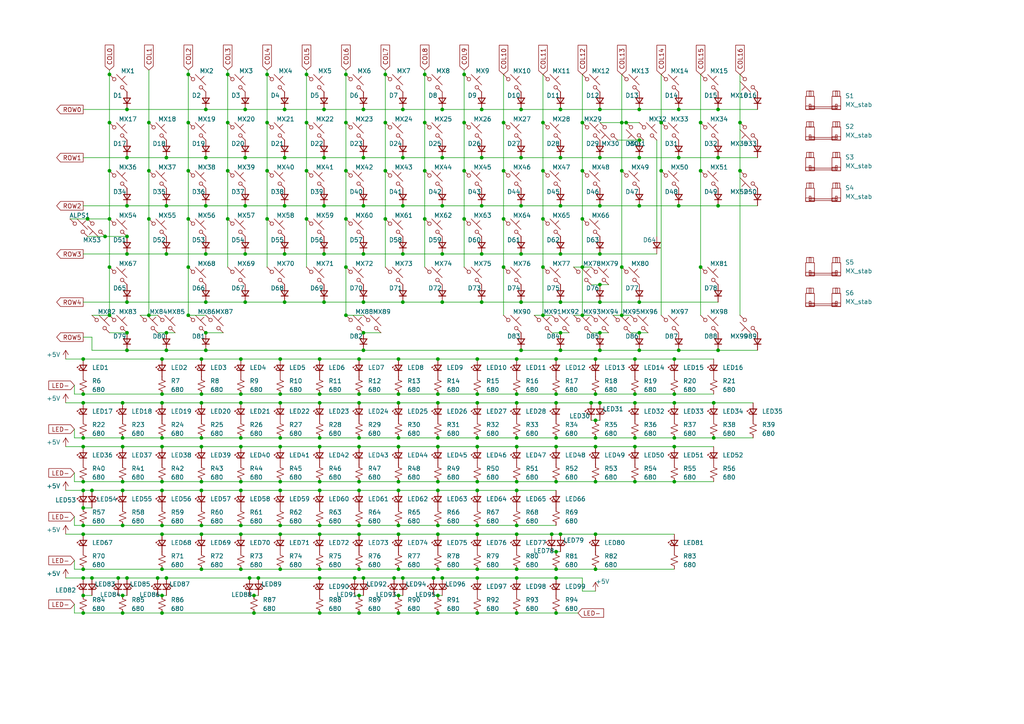
<source format=kicad_sch>
(kicad_sch (version 20231120) (generator "eeschema") (generator_version "8.0")
  (paper "A4")
  (title_block (title "Ghoul TKL switch matrix and backlight LEDs") (date "2024-12-29") (rev "1.0"))
  (junction (at 195.58 139.7))
  (junction (at 92.71 116.84))
  (junction (at 92.71 114.3))
  (junction (at 69.85 139.7))
  (junction (at 149.86 177.8))
  (junction (at 31.75 63.5))
  (junction (at 161.29 165.1))
  (junction (at 59.69 96.52))
  (junction (at 58.42 142.24))
  (junction (at 59.69 31.75))
  (junction (at 36.83 87.63))
  (junction (at 161.29 104.14))
  (junction (at 69.85 165.1))
  (junction (at 81.28 114.3))
  (junction (at 24.13 127))
  (junction (at 146.05 35.56))
  (junction (at 128.27 167.64))
  (junction (at 151.13 59.69))
  (junction (at 93.98 73.66))
  (junction (at 151.13 31.75))
  (junction (at 185.42 31.75))
  (junction (at 69.85 142.24))
  (junction (at 173.99 96.52))
  (junction (at 35.56 116.84))
  (junction (at 105.41 31.75))
  (junction (at 181.61 35.56))
  (junction (at 35.56 172.72))
  (junction (at 46.99 165.1))
  (junction (at 36.83 167.64))
  (junction (at 82.55 45.72))
  (junction (at 195.58 104.14))
  (junction (at 46.99 114.3))
  (junction (at 92.71 167.64))
  (junction (at 173.99 87.63))
  (junction (at 208.28 45.72))
  (junction (at 102.87 167.64))
  (junction (at 24.13 154.94))
  (junction (at 69.85 116.84))
  (junction (at 48.26 59.69))
  (junction (at 149.86 152.4))
  (junction (at 24.13 172.72))
  (junction (at 168.91 63.5))
  (junction (at 157.48 63.5))
  (junction (at 208.28 59.69))
  (junction (at 81.28 152.4))
  (junction (at 162.56 31.75))
  (junction (at 184.15 104.14))
  (junction (at 149.86 165.1))
  (junction (at 58.42 116.84))
  (junction (at 111.76 21.59))
  (junction (at 92.71 152.4))
  (junction (at 24.13 139.7))
  (junction (at 77.47 49.53))
  (junction (at 66.04 49.53))
  (junction (at 184.15 129.54))
  (junction (at 58.42 152.4))
  (junction (at 92.71 127))
  (junction (at 157.48 91.44))
  (junction (at 149.86 167.64))
  (junction (at 138.43 114.3))
  (junction (at 24.13 129.54))
  (junction (at 31.75 77.47))
  (junction (at 185.42 87.63))
  (junction (at 203.2 77.47))
  (junction (at 115.57 129.54))
  (junction (at 111.76 63.5))
  (junction (at 171.45 116.84))
  (junction (at 71.12 73.66))
  (junction (at 81.28 129.54))
  (junction (at 24.13 104.14))
  (junction (at 138.43 127))
  (junction (at 58.42 114.3))
  (junction (at 66.04 35.56))
  (junction (at 203.2 35.56))
  (junction (at 105.41 59.69))
  (junction (at 157.48 35.56))
  (junction (at 125.73 167.64))
  (junction (at 31.75 21.59))
  (junction (at 114.3 167.64))
  (junction (at 151.13 73.66))
  (junction (at 139.7 31.75))
  (junction (at 162.56 87.63))
  (junction (at 104.14 127))
  (junction (at 151.13 87.63))
  (junction (at 43.18 35.56))
  (junction (at 77.47 21.59))
  (junction (at 104.14 172.72))
  (junction (at 123.19 35.56))
  (junction (at 48.26 73.66))
  (junction (at 54.61 21.59))
  (junction (at 104.14 116.84))
  (junction (at 168.91 77.47))
  (junction (at 128.27 73.66))
  (junction (at 48.26 167.64))
  (junction (at 196.85 45.72))
  (junction (at 173.99 116.84))
  (junction (at 191.77 49.53))
  (junction (at 195.58 127))
  (junction (at 46.99 116.84))
  (junction (at 116.84 31.75))
  (junction (at 111.76 49.53))
  (junction (at 48.26 45.72))
  (junction (at 36.83 101.6))
  (junction (at 88.9 49.53))
  (junction (at 172.72 165.1))
  (junction (at 138.43 129.54))
  (junction (at 138.43 116.84))
  (junction (at 104.14 104.14))
  (junction (at 100.33 21.59))
  (junction (at 138.43 142.24))
  (junction (at 172.72 121.92))
  (junction (at 71.12 59.69))
  (junction (at 104.14 142.24))
  (junction (at 31.75 91.44))
  (junction (at 24.13 116.84))
  (junction (at 82.55 31.75))
  (junction (at 26.67 167.64))
  (junction (at 93.98 87.63))
  (junction (at 59.69 59.69))
  (junction (at 162.56 96.52))
  (junction (at 35.56 142.24))
  (junction (at 134.62 63.5))
  (junction (at 127 165.1))
  (junction (at 151.13 101.6))
  (junction (at 105.41 87.63))
  (junction (at 162.56 73.66))
  (junction (at 185.42 40.64))
  (junction (at 149.86 139.7))
  (junction (at 115.57 165.1))
  (junction (at 128.27 31.75))
  (junction (at 180.34 77.47))
  (junction (at 173.99 45.72))
  (junction (at 115.57 154.94))
  (junction (at 127 172.72))
  (junction (at 81.28 139.7))
  (junction (at 69.85 104.14))
  (junction (at 24.13 177.8))
  (junction (at 25.4 63.5))
  (junction (at 115.57 139.7))
  (junction (at 82.55 73.66))
  (junction (at 36.83 45.72))
  (junction (at 30.48 68.58))
  (junction (at 77.47 63.5))
  (junction (at 127 177.8))
  (junction (at 92.71 165.1))
  (junction (at 31.75 49.53))
  (junction (at 46.99 142.24))
  (junction (at 24.13 142.24))
  (junction (at 81.28 165.1))
  (junction (at 161.29 167.64))
  (junction (at 46.99 129.54))
  (junction (at 92.71 129.54))
  (junction (at 162.56 45.72))
  (junction (at 123.19 63.5))
  (junction (at 115.57 152.4))
  (junction (at 71.12 31.75))
  (junction (at 46.99 139.7))
  (junction (at 35.56 177.8))
  (junction (at 157.48 49.53))
  (junction (at 24.13 165.1))
  (junction (at 123.19 21.59))
  (junction (at 100.33 35.56))
  (junction (at 127 152.4))
  (junction (at 115.57 114.3))
  (junction (at 196.85 31.75))
  (junction (at 54.61 63.5))
  (junction (at 116.84 73.66))
  (junction (at 93.98 31.75))
  (junction (at 149.86 129.54))
  (junction (at 24.13 167.64))
  (junction (at 100.33 63.5))
  (junction (at 138.43 139.7))
  (junction (at 185.42 101.6))
  (junction (at 161.29 114.3))
  (junction (at 116.84 45.72))
  (junction (at 46.99 104.14))
  (junction (at 139.7 87.63))
  (junction (at 36.83 31.75))
  (junction (at 146.05 49.53))
  (junction (at 149.86 142.24))
  (junction (at 36.83 73.66))
  (junction (at 208.28 31.75))
  (junction (at 123.19 49.53))
  (junction (at 195.58 116.84))
  (junction (at 149.86 154.94))
  (junction (at 139.7 73.66))
  (junction (at 180.34 35.56))
  (junction (at 214.63 35.56))
  (junction (at 127 142.24))
  (junction (at 149.86 104.14))
  (junction (at 24.13 114.3))
  (junction (at 138.43 177.8))
  (junction (at 172.72 154.94))
  (junction (at 173.99 101.6))
  (junction (at 88.9 35.56))
  (junction (at 73.66 177.8))
  (junction (at 115.57 104.14))
  (junction (at 139.7 45.72))
  (junction (at 185.42 59.69))
  (junction (at 46.99 127))
  (junction (at 191.77 35.56))
  (junction (at 127 154.94))
  (junction (at 59.69 87.63))
  (junction (at 104.14 129.54))
  (junction (at 105.41 45.72))
  (junction (at 69.85 114.3))
  (junction (at 58.42 154.94))
  (junction (at 160.02 154.94))
  (junction (at 161.29 127))
  (junction (at 184.15 114.3))
  (junction (at 54.61 49.53))
  (junction (at 81.28 127))
  (junction (at 92.71 177.8))
  (junction (at 172.72 104.14))
  (junction (at 93.98 45.72))
  (junction (at 46.99 177.8))
  (junction (at 45.72 167.64))
  (junction (at 196.85 59.69))
  (junction (at 58.42 139.7))
  (junction (at 161.29 177.8))
  (junction (at 100.33 49.53))
  (junction (at 81.28 116.84))
  (junction (at 66.04 63.5))
  (junction (at 128.27 59.69))
  (junction (at 116.84 59.69))
  (junction (at 92.71 139.7))
  (junction (at 105.41 96.52))
  (junction (at 69.85 154.94))
  (junction (at 104.14 154.94))
  (junction (at 105.41 73.66))
  (junction (at 69.85 127))
  (junction (at 161.29 160.02))
  (junction (at 48.26 96.52))
  (junction (at 105.41 167.64))
  (junction (at 172.72 129.54))
  (junction (at 180.34 91.44))
  (junction (at 81.28 142.24))
  (junction (at 168.91 49.53))
  (junction (at 104.14 177.8))
  (junction (at 105.41 101.6))
  (junction (at 115.57 172.72))
  (junction (at 43.18 49.53))
  (junction (at 138.43 152.4))
  (junction (at 138.43 167.64))
  (junction (at 58.42 127))
  (junction (at 35.56 129.54))
  (junction (at 184.15 127))
  (junction (at 74.93 167.64))
  (junction (at 35.56 127))
  (junction (at 173.99 59.69))
  (junction (at 134.62 35.56))
  (junction (at 35.56 152.4))
  (junction (at 104.14 114.3))
  (junction (at 127 127))
  (junction (at 100.33 77.47))
  (junction (at 185.42 96.52))
  (junction (at 69.85 129.54))
  (junction (at 128.27 87.63))
  (junction (at 185.42 45.72))
  (junction (at 203.2 49.53))
  (junction (at 82.55 87.63))
  (junction (at 58.42 165.1))
  (junction (at 149.86 114.3))
  (junction (at 31.75 35.56))
  (junction (at 35.56 139.7))
  (junction (at 172.72 114.3))
  (junction (at 146.05 77.47))
  (junction (at 93.98 59.69))
  (junction (at 46.99 154.94))
  (junction (at 69.85 152.4))
  (junction (at 161.29 116.84))
  (junction (at 34.29 167.64))
  (junction (at 184.15 116.84))
  (junction (at 184.15 139.7))
  (junction (at 127 129.54))
  (junction (at 207.01 127))
  (junction (at 24.13 152.4))
  (junction (at 111.76 35.56))
  (junction (at 168.91 91.44))
  (junction (at 138.43 165.1))
  (junction (at 127 114.3))
  (junction (at 43.18 63.5))
  (junction (at 157.48 77.47))
  (junction (at 127 139.7))
  (junction (at 162.56 59.69))
  (junction (at 46.99 172.72))
  (junction (at 104.14 165.1))
  (junction (at 58.42 129.54))
  (junction (at 104.14 152.4))
  (junction (at 54.61 35.56))
  (junction (at 72.39 167.64))
  (junction (at 92.71 154.94))
  (junction (at 100.33 91.44))
  (junction (at 48.26 101.6))
  (junction (at 54.61 77.47))
  (junction (at 81.28 154.94))
  (junction (at 88.9 21.59))
  (junction (at 138.43 154.94))
  (junction (at 77.47 35.56))
  (junction (at 71.12 87.63))
  (junction (at 59.69 73.66))
  (junction (at 173.99 31.75))
  (junction (at 115.57 142.24))
  (junction (at 180.34 49.53))
  (junction (at 46.99 152.4))
  (junction (at 82.55 59.69))
  (junction (at 115.57 116.84))
  (junction (at 151.13 45.72))
  (junction (at 172.72 127))
  (junction (at 139.7 59.69))
  (junction (at 73.66 172.72))
  (junction (at 161.29 129.54))
  (junction (at 36.83 59.69))
  (junction (at 43.18 91.44))
  (junction (at 195.58 129.54))
  (junction (at 115.57 127))
  (junction (at 58.42 104.14))
  (junction (at 207.01 116.84))
  (junction (at 146.05 63.5))
  (junction (at 24.13 147.32))
  (junction (at 196.85 101.6))
  (junction (at 162.56 154.94))
  (junction (at 26.67 142.24))
  (junction (at 116.84 167.64))
  (junction (at 149.86 116.84))
  (junction (at 92.71 142.24))
  (junction (at 127 104.14))
  (junction (at 59.69 101.6))
  (junction (at 88.9 63.5))
  (junction (at 134.62 21.59))
  (junction (at 66.04 21.59))
  (junction (at 149.86 127))
  (junction (at 172.72 139.7))
  (junction (at 36.83 96.52))
  (junction (at 195.58 114.3))
  (junction (at 36.83 68.58))
  (junction (at 59.69 45.72))
  (junction (at 71.12 45.72))
  (junction (at 161.29 139.7))
  (junction (at 92.71 104.14))
  (junction (at 81.28 104.14))
  (junction (at 208.28 101.6))
  (junction (at 128.27 45.72))
  (junction (at 115.57 177.8))
  (junction (at 104.14 139.7))
  (junction (at 116.84 87.63))
  (junction (at 173.99 73.66))
  (junction (at 134.62 49.53))
  (junction (at 54.61 91.44))
  (junction (at 162.56 101.6))
  (junction (at 127 116.84))
  (junction (at 173.99 82.55))
  (junction (at 168.91 35.56))
  (junction (at 138.43 104.14))
  (junction (at 214.63 49.53))
  (wire (pts (xy 111.76 21.59) (xy 111.76 35.56)))
  (wire (pts (xy 138.43 114.3) (xy 149.86 114.3)))
  (wire (pts (xy 123.19 49.53) (xy 123.19 63.5)))
  (wire (pts (xy 208.28 45.72) (xy 219.71 45.72)))
  (wire (pts (xy 134.62 35.56) (xy 134.62 49.53)))
  (wire (pts (xy 195.58 116.84) (xy 207.01 116.84)))
  (wire (pts (xy 162.56 45.72) (xy 173.99 45.72)))
  (wire (pts (xy 24.13 154.94) (xy 46.99 154.94)))
  (wire (pts (xy 115.57 129.54) (xy 127 129.54)))
  (wire (pts (xy 54.61 21.59) (xy 54.61 35.56)))
  (wire (pts (xy 21.59 127) (xy 24.13 127)))
  (wire (pts (xy 43.18 49.53) (xy 43.18 63.5)))
  (wire (pts (xy 134.62 63.5) (xy 134.62 77.47)))
  (wire (pts (xy 66.04 49.53) (xy 66.04 63.5)))
  (wire (pts (xy 139.7 45.72) (xy 151.13 45.72)))
  (wire (pts (xy 24.13 127) (xy 35.56 127)))
  (wire (pts (xy 171.45 82.55) (xy 173.99 82.55)))
  (wire (pts (xy 111.76 35.56) (xy 111.76 49.53)))
  (wire (pts (xy 149.86 129.54) (xy 161.29 129.54)))
  (wire (pts (xy 21.59 152.4) (xy 24.13 152.4)))
  (wire (pts (xy 21.59 114.3) (xy 24.13 114.3)))
  (wire (pts (xy 81.28 127) (xy 92.71 127)))
  (wire (pts (xy 149.86 154.94) (xy 160.02 154.94)))
  (wire (pts (xy 24.13 45.72) (xy 36.83 45.72)))
  (wire (pts (xy 128.27 172.72) (xy 127 172.72)))
  (wire (pts (xy 185.42 31.75) (xy 196.85 31.75)))
  (wire (pts (xy 157.48 21.59) (xy 157.48 35.56)))
  (wire (pts (xy 123.19 20.32) (xy 123.19 21.59)))
  (wire (pts (xy 104.14 104.14) (xy 115.57 104.14)))
  (wire (pts (xy 26.67 167.64) (xy 34.29 167.64)))
  (wire (pts (xy 214.63 21.59) (xy 214.63 35.56)))
  (wire (pts (xy 66.04 35.56) (xy 66.04 49.53)))
  (wire (pts (xy 128.27 73.66) (xy 139.7 73.66)))
  (wire (pts (xy 111.76 63.5) (xy 111.76 77.47)))
  (wire (pts (xy 36.83 172.72) (xy 35.56 172.72)))
  (wire (pts (xy 139.7 87.63) (xy 151.13 87.63)))
  (wire (pts (xy 138.43 139.7) (xy 149.86 139.7)))
  (wire (pts (xy 43.18 91.44) (xy 45.72 91.44)))
  (wire (pts (xy 24.13 87.63) (xy 36.83 87.63)))
  (wire (pts (xy 172.72 139.7) (xy 184.15 139.7)))
  (wire (pts (xy 172.72 114.3) (xy 184.15 114.3)))
  (wire (pts (xy 184.15 116.84) (xy 195.58 116.84)))
  (wire (pts (xy 195.58 129.54) (xy 207.01 129.54)))
  (wire (pts (xy 214.63 49.53) (xy 214.63 91.44)))
  (wire (pts (xy 19.05 104.14) (xy 24.13 104.14)))
  (wire (pts (xy 195.58 127) (xy 207.01 127)))
  (wire (pts (xy 48.26 73.66) (xy 59.69 73.66)))
  (wire (pts (xy 180.34 21.59) (xy 180.34 35.56)))
  (wire (pts (xy 195.58 114.3) (xy 207.01 114.3)))
  (wire (pts (xy 182.88 96.52) (xy 185.42 96.52)))
  (wire (pts (xy 207.01 116.84) (xy 218.44 116.84)))
  (wire (pts (xy 185.42 87.63) (xy 208.28 87.63)))
  (wire (pts (xy 25.4 68.58) (xy 30.48 68.58)))
  (wire (pts (xy 168.91 21.59) (xy 168.91 35.56)))
  (wire (pts (xy 160.02 154.94) (xy 162.56 154.94)))
  (wire (pts (xy 138.43 104.14) (xy 149.86 104.14)))
  (wire (pts (xy 138.43 142.24) (xy 149.86 142.24)))
  (wire (pts (xy 46.99 154.94) (xy 58.42 154.94)))
  (wire (pts (xy 58.42 165.1) (xy 69.85 165.1)))
  (wire (pts (xy 149.86 167.64) (xy 161.29 167.64)))
  (wire (pts (xy 35.56 152.4) (xy 46.99 152.4)))
  (wire (pts (xy 127 116.84) (xy 138.43 116.84)))
  (wire (pts (xy 134.62 21.59) (xy 134.62 35.56)))
  (wire (pts (xy 115.57 116.84) (xy 127 116.84)))
  (wire (pts (xy 161.29 129.54) (xy 172.72 129.54)))
  (wire (pts (xy 161.29 165.1) (xy 172.72 165.1)))
  (wire (pts (xy 184.15 129.54) (xy 195.58 129.54)))
  (wire (pts (xy 116.84 31.75) (xy 128.27 31.75)))
  (wire (pts (xy 73.66 177.8) (xy 92.71 177.8)))
  (wire (pts (xy 203.2 77.47) (xy 203.2 91.44)))
  (wire (pts (xy 138.43 152.4) (xy 149.86 152.4)))
  (wire (pts (xy 43.18 35.56) (xy 43.18 49.53)))
  (wire (pts (xy 115.57 139.7) (xy 127 139.7)))
  (wire (pts (xy 31.75 20.32) (xy 31.75 21.59)))
  (wire (pts (xy 115.57 142.24) (xy 127 142.24)))
  (wire (pts (xy 127 127) (xy 138.43 127)))
  (wire (pts (xy 81.28 116.84) (xy 92.71 116.84)))
  (wire (pts (xy 21.59 139.7) (xy 24.13 139.7)))
  (wire (pts (xy 81.28 152.4) (xy 92.71 152.4)))
  (wire (pts (xy 35.56 127) (xy 46.99 127)))
  (wire (pts (xy 82.55 73.66) (xy 93.98 73.66)))
  (wire (pts (xy 92.71 129.54) (xy 104.14 129.54)))
  (wire (pts (xy 66.04 20.32) (xy 66.04 21.59)))
  (wire (pts (xy 45.72 167.64) (xy 48.26 167.64)))
  (wire (pts (xy 190.5 73.66) (xy 173.99 73.66)))
  (wire (pts (xy 208.28 59.69) (xy 219.71 59.69)))
  (wire (pts (xy 127 177.8) (xy 138.43 177.8)))
  (wire (pts (xy 35.56 116.84) (xy 46.99 116.84)))
  (wire (pts (xy 105.41 31.75) (xy 116.84 31.75)))
  (wire (pts (xy 58.42 114.3) (xy 69.85 114.3)))
  (wire (pts (xy 69.85 114.3) (xy 81.28 114.3)))
  (wire (pts (xy 181.61 35.56) (xy 185.42 35.56)))
  (wire (pts (xy 74.93 172.72) (xy 73.66 172.72)))
  (wire (pts (xy 138.43 129.54) (xy 149.86 129.54)))
  (wire (pts (xy 161.29 116.84) (xy 171.45 116.84)))
  (wire (pts (xy 173.99 35.56) (xy 180.34 35.56)))
  (wire (pts (xy 88.9 21.59) (xy 88.9 35.56)))
  (wire (pts (xy 149.86 104.14) (xy 161.29 104.14)))
  (wire (pts (xy 26.67 101.6) (xy 36.83 101.6)))
  (wire (pts (xy 195.58 139.7) (xy 207.01 139.7)))
  (wire (pts (xy 30.48 68.58) (xy 36.83 68.58)))
  (wire (pts (xy 58.42 142.24) (xy 69.85 142.24)))
  (wire (pts (xy 100.33 35.56) (xy 100.33 49.53)))
  (wire (pts (xy 166.37 91.44) (xy 168.91 91.44)))
  (wire (pts (xy 81.28 114.3) (xy 92.71 114.3)))
  (wire (pts (xy 31.75 96.52) (xy 36.83 96.52)))
  (wire (pts (xy 116.84 87.63) (xy 128.27 87.63)))
  (wire (pts (xy 100.33 21.59) (xy 100.33 35.56)))
  (wire (pts (xy 173.99 116.84) (xy 184.15 116.84)))
  (wire (pts (xy 173.99 82.55) (xy 176.53 82.55)))
  (wire (pts (xy 48.26 167.64) (xy 72.39 167.64)))
  (wire (pts (xy 168.91 171.45) (xy 168.91 167.64)))
  (wire (pts (xy 40.64 91.44) (xy 43.18 91.44)))
  (wire (pts (xy 77.47 20.32) (xy 77.47 21.59)))
  (wire (pts (xy 104.14 165.1) (xy 115.57 165.1)))
  (wire (pts (xy 35.56 129.54) (xy 46.99 129.54)))
  (wire (pts (xy 72.39 172.72) (xy 73.66 172.72)))
  (wire (pts (xy 104.14 127) (xy 115.57 127)))
  (wire (pts (xy 172.72 129.54) (xy 184.15 129.54)))
  (wire (pts (xy 92.71 152.4) (xy 104.14 152.4)))
  (wire (pts (xy 21.59 149.86) (xy 21.59 152.4)))
  (wire (pts (xy 71.12 73.66) (xy 82.55 73.66)))
  (wire (pts (xy 21.59 124.46) (xy 21.59 127)))
  (wire (pts (xy 36.83 73.66) (xy 48.26 73.66)))
  (wire (pts (xy 46.99 129.54) (xy 58.42 129.54)))
  (wire (pts (xy 24.13 116.84) (xy 35.56 116.84)))
  (wire (pts (xy 81.28 139.7) (xy 92.71 139.7)))
  (wire (pts (xy 168.91 77.47) (xy 171.45 77.47)))
  (wire (pts (xy 185.42 45.72) (xy 196.85 45.72)))
  (wire (pts (xy 116.84 172.72) (xy 115.57 172.72)))
  (wire (pts (xy 146.05 77.47) (xy 146.05 91.44)))
  (wire (pts (xy 48.26 96.52) (xy 50.8 96.52)))
  (wire (pts (xy 168.91 35.56) (xy 168.91 49.53)))
  (wire (pts (xy 162.56 73.66) (xy 173.99 73.66)))
  (wire (pts (xy 138.43 165.1) (xy 149.86 165.1)))
  (wire (pts (xy 161.29 127) (xy 172.72 127)))
  (wire (pts (xy 46.99 104.14) (xy 58.42 104.14)))
  (wire (pts (xy 123.19 21.59) (xy 123.19 35.56)))
  (wire (pts (xy 146.05 35.56) (xy 146.05 49.53)))
  (wire (pts (xy 104.14 114.3) (xy 115.57 114.3)))
  (wire (pts (xy 26.67 91.44) (xy 31.75 91.44)))
  (wire (pts (xy 24.13 142.24) (xy 26.67 142.24)))
  (wire (pts (xy 184.15 114.3) (xy 195.58 114.3)))
  (wire (pts (xy 54.61 63.5) (xy 54.61 77.47)))
  (wire (pts (xy 161.29 139.7) (xy 172.72 139.7)))
  (wire (pts (xy 127 129.54) (xy 138.43 129.54)))
  (wire (pts (xy 196.85 45.72) (xy 208.28 45.72)))
  (wire (pts (xy 24.13 73.66) (xy 36.83 73.66)))
  (wire (pts (xy 24.13 59.69) (xy 36.83 59.69)))
  (wire (pts (xy 82.55 31.75) (xy 93.98 31.75)))
  (wire (pts (xy 180.34 35.56) (xy 181.61 35.56)))
  (wire (pts (xy 46.99 177.8) (xy 73.66 177.8)))
  (wire (pts (xy 71.12 45.72) (xy 82.55 45.72)))
  (wire (pts (xy 162.56 154.94) (xy 172.72 154.94)))
  (wire (pts (xy 82.55 87.63) (xy 93.98 87.63)))
  (wire (pts (xy 48.26 172.72) (xy 46.99 172.72)))
  (wire (pts (xy 161.29 177.8) (xy 167.64 177.8)))
  (wire (pts (xy 149.86 116.84) (xy 161.29 116.84)))
  (wire (pts (xy 81.28 129.54) (xy 92.71 129.54)))
  (wire (pts (xy 77.47 49.53) (xy 77.47 63.5)))
  (wire (pts (xy 45.72 96.52) (xy 48.26 96.52)))
  (wire (pts (xy 100.33 20.32) (xy 100.33 21.59)))
  (wire (pts (xy 171.45 116.84) (xy 173.99 116.84)))
  (wire (pts (xy 151.13 73.66) (xy 162.56 73.66)))
  (wire (pts (xy 93.98 45.72) (xy 105.41 45.72)))
  (wire (pts (xy 24.13 97.79) (xy 26.67 97.79)))
  (wire (pts (xy 36.83 87.63) (xy 59.69 87.63)))
  (wire (pts (xy 172.72 104.14) (xy 184.15 104.14)))
  (wire (pts (xy 186.69 40.64) (xy 185.42 40.64)))
  (wire (pts (xy 151.13 101.6) (xy 162.56 101.6)))
  (wire (pts (xy 184.15 127) (xy 195.58 127)))
  (wire (pts (xy 157.48 49.53) (xy 157.48 63.5)))
  (wire (pts (xy 74.93 167.64) (xy 92.71 167.64)))
  (wire (pts (xy 111.76 20.32) (xy 111.76 21.59)))
  (wire (pts (xy 58.42 129.54) (xy 69.85 129.54)))
  (wire (pts (xy 82.55 45.72) (xy 93.98 45.72)))
  (wire (pts (xy 149.86 127) (xy 161.29 127)))
  (wire (pts (xy 104.14 116.84) (xy 115.57 116.84)))
  (wire (pts (xy 69.85 154.94) (xy 81.28 154.94)))
  (wire (pts (xy 54.61 20.32) (xy 54.61 21.59)))
  (wire (pts (xy 123.19 35.56) (xy 123.19 49.53)))
  (wire (pts (xy 43.18 20.32) (xy 43.18 35.56)))
  (wire (pts (xy 104.14 152.4) (xy 115.57 152.4)))
  (wire (pts (xy 35.56 177.8) (xy 46.99 177.8)))
  (wire (pts (xy 19.05 116.84) (xy 24.13 116.84)))
  (wire (pts (xy 92.71 127) (xy 104.14 127)))
  (wire (pts (xy 81.28 154.94) (xy 92.71 154.94)))
  (wire (pts (xy 157.48 63.5) (xy 157.48 77.47)))
  (wire (pts (xy 59.69 31.75) (xy 71.12 31.75)))
  (wire (pts (xy 45.72 172.72) (xy 46.99 172.72)))
  (wire (pts (xy 81.28 165.1) (xy 92.71 165.1)))
  (wire (pts (xy 21.59 162.56) (xy 21.59 165.1)))
  (wire (pts (xy 36.83 59.69) (xy 48.26 59.69)))
  (wire (pts (xy 31.75 63.5) (xy 31.75 77.47)))
  (wire (pts (xy 69.85 116.84) (xy 81.28 116.84)))
  (wire (pts (xy 162.56 31.75) (xy 173.99 31.75)))
  (wire (pts (xy 168.91 77.47) (xy 166.37 77.47)))
  (wire (pts (xy 208.28 31.75) (xy 219.71 31.75)))
  (wire (pts (xy 139.7 73.66) (xy 151.13 73.66)))
  (wire (pts (xy 184.15 104.14) (xy 195.58 104.14)))
  (wire (pts (xy 19.05 142.24) (xy 24.13 142.24)))
  (wire (pts (xy 69.85 165.1) (xy 81.28 165.1)))
  (wire (pts (xy 128.27 87.63) (xy 139.7 87.63)))
  (wire (pts (xy 196.85 31.75) (xy 208.28 31.75)))
  (wire (pts (xy 172.72 127) (xy 184.15 127)))
  (wire (pts (xy 59.69 96.52) (xy 64.77 96.52)))
  (wire (pts (xy 116.84 167.64) (xy 125.73 167.64)))
  (wire (pts (xy 69.85 142.24) (xy 81.28 142.24)))
  (wire (pts (xy 58.42 154.94) (xy 69.85 154.94)))
  (wire (pts (xy 54.61 91.44) (xy 59.69 91.44)))
  (wire (pts (xy 48.26 59.69) (xy 59.69 59.69)))
  (wire (pts (xy 172.72 165.1) (xy 195.58 165.1)))
  (wire (pts (xy 102.87 167.64) (xy 105.41 167.64)))
  (wire (pts (xy 26.67 97.79) (xy 26.67 101.6)))
  (wire (pts (xy 162.56 59.69) (xy 173.99 59.69)))
  (wire (pts (xy 104.14 154.94) (xy 115.57 154.94)))
  (wire (pts (xy 100.33 91.44) (xy 105.41 91.44)))
  (wire (pts (xy 127 139.7) (xy 138.43 139.7)))
  (wire (pts (xy 173.99 45.72) (xy 185.42 45.72)))
  (wire (pts (xy 69.85 139.7) (xy 81.28 139.7)))
  (wire (pts (xy 36.83 45.72) (xy 48.26 45.72)))
  (wire (pts (xy 35.56 142.24) (xy 46.99 142.24)))
  (wire (pts (xy 102.87 172.72) (xy 104.14 172.72)))
  (wire (pts (xy 54.61 49.53) (xy 54.61 63.5)))
  (wire (pts (xy 149.86 165.1) (xy 161.29 165.1)))
  (wire (pts (xy 185.42 59.69) (xy 196.85 59.69)))
  (wire (pts (xy 195.58 104.14) (xy 207.01 104.14)))
  (wire (pts (xy 54.61 77.47) (xy 54.61 91.44)))
  (wire (pts (xy 92.71 114.3) (xy 104.14 114.3)))
  (wire (pts (xy 128.27 167.64) (xy 138.43 167.64)))
  (wire (pts (xy 93.98 59.69) (xy 105.41 59.69)))
  (wire (pts (xy 21.59 137.16) (xy 21.59 139.7)))
  (wire (pts (xy 58.42 139.7) (xy 69.85 139.7)))
  (wire (pts (xy 58.42 104.14) (xy 69.85 104.14)))
  (wire (pts (xy 72.39 167.64) (xy 74.93 167.64)))
  (wire (pts (xy 168.91 63.5) (xy 168.91 77.47)))
  (wire (pts (xy 21.59 175.26) (xy 21.59 177.8)))
  (wire (pts (xy 21.59 165.1) (xy 24.13 165.1)))
  (wire (pts (xy 180.34 49.53) (xy 180.34 77.47)))
  (wire (pts (xy 149.86 139.7) (xy 161.29 139.7)))
  (wire (pts (xy 160.02 160.02) (xy 161.29 160.02)))
  (wire (pts (xy 161.29 114.3) (xy 172.72 114.3)))
  (wire (pts (xy 138.43 116.84) (xy 149.86 116.84)))
  (wire (pts (xy 115.57 114.3) (xy 127 114.3)))
  (wire (pts (xy 151.13 45.72) (xy 162.56 45.72)))
  (wire (pts (xy 173.99 31.75) (xy 185.42 31.75)))
  (wire (pts (xy 100.33 63.5) (xy 100.33 77.47)))
  (wire (pts (xy 93.98 73.66) (xy 105.41 73.66)))
  (wire (pts (xy 162.56 87.63) (xy 173.99 87.63)))
  (wire (pts (xy 104.14 129.54) (xy 115.57 129.54)))
  (wire (pts (xy 125.73 167.64) (xy 128.27 167.64)))
  (wire (pts (xy 172.72 154.94) (xy 195.58 154.94)))
  (wire (pts (xy 190.5 68.58) (xy 190.5 40.64)))
  (wire (pts (xy 116.84 73.66) (xy 128.27 73.66)))
  (wire (pts (xy 100.33 77.47) (xy 100.33 91.44)))
  (wire (pts (xy 59.69 73.66) (xy 71.12 73.66)))
  (wire (pts (xy 115.57 104.14) (xy 127 104.14)))
  (wire (pts (xy 154.94 91.44) (xy 157.48 91.44)))
  (wire (pts (xy 71.12 59.69) (xy 82.55 59.69)))
  (wire (pts (xy 168.91 49.53) (xy 168.91 63.5)))
  (wire (pts (xy 173.99 87.63) (xy 185.42 87.63)))
  (wire (pts (xy 31.75 21.59) (xy 31.75 35.56)))
  (wire (pts (xy 19.05 129.54) (xy 24.13 129.54)))
  (wire (pts (xy 104.14 177.8) (xy 115.57 177.8)))
  (wire (pts (xy 180.34 35.56) (xy 180.34 49.53)))
  (wire (pts (xy 66.04 21.59) (xy 66.04 35.56)))
  (wire (pts (xy 111.76 49.53) (xy 111.76 63.5)))
  (wire (pts (xy 134.62 20.32) (xy 134.62 21.59)))
  (wire (pts (xy 203.2 49.53) (xy 203.2 77.47)))
  (wire (pts (xy 157.48 77.47) (xy 157.48 91.44)))
  (wire (pts (xy 115.57 177.8) (xy 127 177.8)))
  (wire (pts (xy 82.55 59.69) (xy 93.98 59.69)))
  (wire (pts (xy 105.41 59.69) (xy 116.84 59.69)))
  (wire (pts (xy 35.56 139.7) (xy 46.99 139.7)))
  (wire (pts (xy 24.13 152.4) (xy 35.56 152.4)))
  (wire (pts (xy 31.75 77.47) (xy 31.75 91.44)))
  (wire (pts (xy 92.71 142.24) (xy 104.14 142.24)))
  (wire (pts (xy 191.77 35.56) (xy 191.77 49.53)))
  (wire (pts (xy 180.34 77.47) (xy 180.34 91.44)))
  (wire (pts (xy 149.86 142.24) (xy 161.29 142.24)))
  (wire (pts (xy 19.05 154.94) (xy 24.13 154.94)))
  (wire (pts (xy 105.41 172.72) (xy 104.14 172.72)))
  (wire (pts (xy 36.83 31.75) (xy 59.69 31.75)))
  (wire (pts (xy 77.47 21.59) (xy 77.47 35.56)))
  (wire (pts (xy 127 152.4) (xy 138.43 152.4)))
  (wire (pts (xy 105.41 101.6) (xy 151.13 101.6)))
  (wire (pts (xy 69.85 104.14) (xy 81.28 104.14)))
  (wire (pts (xy 116.84 59.69) (xy 128.27 59.69)))
  (wire (pts (xy 34.29 172.72) (xy 35.56 172.72)))
  (wire (pts (xy 160.02 96.52) (xy 162.56 96.52)))
  (wire (pts (xy 172.72 171.45) (xy 168.91 171.45)))
  (wire (pts (xy 151.13 59.69) (xy 162.56 59.69)))
  (wire (pts (xy 151.13 87.63) (xy 162.56 87.63)))
  (wire (pts (xy 24.13 167.64) (xy 26.67 167.64)))
  (wire (pts (xy 69.85 129.54) (xy 81.28 129.54)))
  (wire (pts (xy 46.99 165.1) (xy 58.42 165.1)))
  (wire (pts (xy 114.3 172.72) (xy 115.57 172.72)))
  (wire (pts (xy 165.1 96.52) (xy 162.56 96.52)))
  (wire (pts (xy 157.48 91.44) (xy 160.02 91.44)))
  (wire (pts (xy 81.28 142.24) (xy 92.71 142.24)))
  (wire (pts (xy 114.3 167.64) (xy 116.84 167.64)))
  (wire (pts (xy 191.77 49.53) (xy 191.77 91.44)))
  (wire (pts (xy 69.85 152.4) (xy 81.28 152.4)))
  (wire (pts (xy 92.71 116.84) (xy 104.14 116.84)))
  (wire (pts (xy 46.99 127) (xy 58.42 127)))
  (wire (pts (xy 128.27 31.75) (xy 139.7 31.75)))
  (wire (pts (xy 185.42 101.6) (xy 196.85 101.6)))
  (wire (pts (xy 71.12 31.75) (xy 82.55 31.75)))
  (wire (pts (xy 58.42 116.84) (xy 69.85 116.84)))
  (wire (pts (xy 59.69 101.6) (xy 105.41 101.6)))
  (wire (pts (xy 92.71 165.1) (xy 104.14 165.1)))
  (wire (pts (xy 149.86 177.8) (xy 161.29 177.8)))
  (wire (pts (xy 125.73 172.72) (xy 127 172.72)))
  (wire (pts (xy 36.83 101.6) (xy 48.26 101.6)))
  (wire (pts (xy 127 142.24) (xy 138.43 142.24)))
  (wire (pts (xy 92.71 167.64) (xy 102.87 167.64)))
  (wire (pts (xy 127 154.94) (xy 138.43 154.94)))
  (wire (pts (xy 177.8 91.44) (xy 180.34 91.44)))
  (wire (pts (xy 173.99 121.92) (xy 172.72 121.92)))
  (wire (pts (xy 24.13 177.8) (xy 35.56 177.8)))
  (wire (pts (xy 93.98 31.75) (xy 105.41 31.75)))
  (wire (pts (xy 128.27 45.72) (xy 139.7 45.72)))
  (wire (pts (xy 207.01 127) (xy 218.44 127)))
  (wire (pts (xy 19.05 167.64) (xy 24.13 167.64)))
  (wire (pts (xy 54.61 35.56) (xy 54.61 49.53)))
  (wire (pts (xy 116.84 45.72) (xy 128.27 45.72)))
  (wire (pts (xy 179.07 40.64) (xy 185.42 40.64)))
  (wire (pts (xy 105.41 96.52) (xy 110.49 96.52)))
  (wire (pts (xy 162.56 160.02) (xy 161.29 160.02)))
  (wire (pts (xy 81.28 104.14) (xy 92.71 104.14)))
  (wire (pts (xy 138.43 167.64) (xy 149.86 167.64)))
  (wire (pts (xy 46.99 142.24) (xy 58.42 142.24)))
  (wire (pts (xy 168.91 91.44) (xy 171.45 91.44)))
  (wire (pts (xy 24.13 31.75) (xy 36.83 31.75)))
  (wire (pts (xy 146.05 21.59) (xy 146.05 35.56)))
  (wire (pts (xy 24.13 165.1) (xy 46.99 165.1)))
  (wire (pts (xy 20.32 63.5) (xy 25.4 63.5)))
  (wire (pts (xy 139.7 59.69) (xy 151.13 59.69)))
  (wire (pts (xy 171.45 121.92) (xy 172.72 121.92)))
  (wire (pts (xy 48.26 45.72) (xy 59.69 45.72)))
  (wire (pts (xy 69.85 127) (xy 81.28 127)))
  (wire (pts (xy 31.75 49.53) (xy 31.75 63.5)))
  (wire (pts (xy 161.29 104.14) (xy 172.72 104.14)))
  (wire (pts (xy 104.14 139.7) (xy 115.57 139.7)))
  (wire (pts (xy 176.53 96.52) (xy 173.99 96.52)))
  (wire (pts (xy 26.67 142.24) (xy 35.56 142.24)))
  (wire (pts (xy 196.85 101.6) (xy 208.28 101.6)))
  (wire (pts (xy 191.77 21.59) (xy 191.77 35.56)))
  (wire (pts (xy 24.13 129.54) (xy 35.56 129.54)))
  (wire (pts (xy 138.43 127) (xy 149.86 127)))
  (wire (pts (xy 100.33 49.53) (xy 100.33 63.5)))
  (wire (pts (xy 115.57 152.4) (xy 127 152.4)))
  (wire (pts (xy 66.04 63.5) (xy 66.04 77.47)))
  (wire (pts (xy 196.85 59.69) (xy 208.28 59.69)))
  (wire (pts (xy 149.86 152.4) (xy 161.29 152.4)))
  (wire (pts (xy 128.27 59.69) (xy 139.7 59.69)))
  (wire (pts (xy 203.2 35.56) (xy 203.2 49.53)))
  (wire (pts (xy 92.71 104.14) (xy 104.14 104.14)))
  (wire (pts (xy 208.28 101.6) (xy 219.71 101.6)))
  (wire (pts (xy 88.9 63.5) (xy 88.9 77.47)))
  (wire (pts (xy 138.43 154.94) (xy 149.86 154.94)))
  (wire (pts (xy 184.15 139.7) (xy 195.58 139.7)))
  (wire (pts (xy 127 114.3) (xy 138.43 114.3)))
  (wire (pts (xy 151.13 31.75) (xy 162.56 31.75)))
  (wire (pts (xy 34.29 167.64) (xy 36.83 167.64)))
  (wire (pts (xy 24.13 114.3) (xy 46.99 114.3)))
  (wire (pts (xy 46.99 116.84) (xy 58.42 116.84)))
  (wire (pts (xy 105.41 87.63) (xy 116.84 87.63)))
  (wire (pts (xy 139.7 31.75) (xy 151.13 31.75)))
  (wire (pts (xy 93.98 87.63) (xy 105.41 87.63)))
  (wire (pts (xy 173.99 101.6) (xy 185.42 101.6)))
  (wire (pts (xy 21.59 111.76) (xy 21.59 114.3)))
  (wire (pts (xy 26.67 147.32) (xy 24.13 147.32)))
  (wire (pts (xy 146.05 63.5) (xy 146.05 77.47)))
  (wire (pts (xy 71.12 87.63) (xy 82.55 87.63)))
  (wire (pts (xy 59.69 45.72) (xy 71.12 45.72)))
  (wire (pts (xy 162.56 101.6) (xy 173.99 101.6)))
  (wire (pts (xy 92.71 139.7) (xy 104.14 139.7)))
  (wire (pts (xy 31.75 35.56) (xy 31.75 49.53)))
  (wire (pts (xy 105.41 167.64) (xy 114.3 167.64)))
  (wire (pts (xy 203.2 21.59) (xy 203.2 35.56)))
  (wire (pts (xy 92.71 177.8) (xy 104.14 177.8)))
  (wire (pts (xy 105.41 73.66) (xy 116.84 73.66)))
  (wire (pts (xy 127 165.1) (xy 138.43 165.1)))
  (wire (pts (xy 168.91 167.64) (xy 161.29 167.64)))
  (wire (pts (xy 123.19 63.5) (xy 123.19 77.47)))
  (wire (pts (xy 138.43 177.8) (xy 149.86 177.8)))
  (wire (pts (xy 88.9 49.53) (xy 88.9 63.5)))
  (wire (pts (xy 115.57 127) (xy 127 127)))
  (wire (pts (xy 146.05 49.53) (xy 146.05 63.5)))
  (wire (pts (xy 134.62 49.53) (xy 134.62 63.5)))
  (wire (pts (xy 46.99 114.3) (xy 58.42 114.3)))
  (wire (pts (xy 36.83 167.64) (xy 45.72 167.64)))
  (wire (pts (xy 46.99 152.4) (xy 58.42 152.4)))
  (wire (pts (xy 21.59 177.8) (xy 24.13 177.8)))
  (wire (pts (xy 77.47 63.5) (xy 77.47 77.47)))
  (wire (pts (xy 92.71 154.94) (xy 104.14 154.94)))
  (wire (pts (xy 59.69 87.63) (xy 71.12 87.63)))
  (wire (pts (xy 46.99 139.7) (xy 58.42 139.7)))
  (wire (pts (xy 214.63 35.56) (xy 214.63 49.53)))
  (wire (pts (xy 149.86 114.3) (xy 161.29 114.3)))
  (wire (pts (xy 105.41 45.72) (xy 116.84 45.72)))
  (wire (pts (xy 59.69 59.69) (xy 71.12 59.69)))
  (wire (pts (xy 58.42 127) (xy 69.85 127)))
  (wire (pts (xy 115.57 165.1) (xy 127 165.1)))
  (wire (pts (xy 26.67 172.72) (xy 24.13 172.72)))
  (wire (pts (xy 104.14 142.24) (xy 115.57 142.24)))
  (wire (pts (xy 180.34 91.44) (xy 182.88 91.44)))
  (wire (pts (xy 168.91 77.47) (xy 168.91 91.44)))
  (wire (pts (xy 115.57 154.94) (xy 127 154.94)))
  (wire (pts (xy 187.96 96.52) (xy 185.42 96.52)))
  (wire (pts (xy 48.26 101.6) (xy 59.69 101.6)))
  (wire (pts (xy 171.45 96.52) (xy 173.99 96.52)))
  (wire (pts (xy 43.18 63.5) (xy 43.18 91.44)))
  (wire (pts (xy 58.42 152.4) (xy 69.85 152.4)))
  (wire (pts (xy 173.99 59.69) (xy 185.42 59.69)))
  (wire (pts (xy 88.9 35.56) (xy 88.9 49.53)))
  (wire (pts (xy 24.13 104.14) (xy 46.99 104.14)))
  (wire (pts (xy 157.48 35.56) (xy 157.48 49.53)))
  (wire (pts (xy 77.47 35.56) (xy 77.47 49.53)))
  (wire (pts (xy 88.9 20.32) (xy 88.9 21.59)))
  (wire (pts (xy 127 104.14) (xy 138.43 104.14)))
  (wire (pts (xy 25.4 63.5) (xy 31.75 63.5)))
  (wire (pts (xy 24.13 139.7) (xy 35.56 139.7)))
  (global_label "COL4" (shape input) (at 77.47 20.32 90) (property "Intersheetrefs" "${INTERSHEET_REFS}" (effects (hide yes))))
  (global_label "COL9" (shape input) (at 134.62 20.32 90) (property "Intersheetrefs" "${INTERSHEET_REFS}" (effects (hide yes))))
  (global_label "COL6" (shape input) (at 100.33 20.32 90) (property "Intersheetrefs" "${INTERSHEET_REFS}" (effects (hide yes))))
  (global_label "COL16" (shape input) (at 214.63 21.59 90) (property "Intersheetrefs" "${INTERSHEET_REFS}" (effects (hide yes))))
  (global_label "COL12" (shape input) (at 168.91 21.59 90) (property "Intersheetrefs" "${INTERSHEET_REFS}" (effects (hide yes))))
  (global_label "ROW0" (shape output) (at 24.13 31.75 180) (property "Intersheetrefs" "${INTERSHEET_REFS}" (effects (hide yes))))
  (global_label "ROW1" (shape output) (at 24.13 45.72 180) (property "Intersheetrefs" "${INTERSHEET_REFS}" (effects (hide yes))))
  (global_label "COL0" (shape input) (at 31.75 20.32 90) (property "Intersheetrefs" "${INTERSHEET_REFS}" (effects (hide yes))))
  (global_label "COL13" (shape input) (at 180.34 21.59 90) (property "Intersheetrefs" "${INTERSHEET_REFS}" (effects (hide yes))))
  (global_label "COL7" (shape input) (at 111.76 20.32 90) (property "Intersheetrefs" "${INTERSHEET_REFS}" (effects (hide yes))))
  (global_label "ROW2" (shape output) (at 24.13 59.69 180) (property "Intersheetrefs" "${INTERSHEET_REFS}" (effects (hide yes))))
  (global_label "ROW3" (shape output) (at 24.13 73.66 180) (property "Intersheetrefs" "${INTERSHEET_REFS}" (effects (hide yes))))
  (global_label "COL1" (shape input) (at 43.18 20.32 90) (property "Intersheetrefs" "${INTERSHEET_REFS}" (effects (hide yes))))
  (global_label "COL11" (shape input) (at 157.48 21.59 90) (property "Intersheetrefs" "${INTERSHEET_REFS}" (effects (hide yes))))
  (global_label "COL10" (shape input) (at 146.05 21.59 90) (property "Intersheetrefs" "${INTERSHEET_REFS}" (effects (hide yes))))
  (global_label "COL14" (shape input) (at 191.77 21.59 90) (property "Intersheetrefs" "${INTERSHEET_REFS}" (effects (hide yes))))
  (global_label "LED-" (shape input) (at 21.59 175.26 180) (property "Intersheetrefs" "${INTERSHEET_REFS}" (effects (hide yes))))
  (global_label "LED-" (shape input) (at 21.59 162.56 180) (property "Intersheetrefs" "${INTERSHEET_REFS}" (effects (hide yes))))
  (global_label "COL15" (shape input) (at 203.2 21.59 90) (property "Intersheetrefs" "${INTERSHEET_REFS}" (effects (hide yes))))
  (global_label "COL2" (shape input) (at 54.61 20.32 90) (property "Intersheetrefs" "${INTERSHEET_REFS}" (effects (hide yes))))
  (global_label "LED-" (shape input) (at 21.59 149.86 180) (property "Intersheetrefs" "${INTERSHEET_REFS}" (effects (hide yes))))
  (global_label "ROW5" (shape output) (at 24.13 97.79 180) (property "Intersheetrefs" "${INTERSHEET_REFS}" (effects (hide yes))))
  (global_label "LED-" (shape input) (at 167.64 177.8 0) (property "Intersheetrefs" "${INTERSHEET_REFS}" (effects (hide yes))))
  (global_label "COL5" (shape input) (at 88.9 20.32 90) (property "Intersheetrefs" "${INTERSHEET_REFS}" (effects (hide yes))))
  (global_label "LED-" (shape input) (at 21.59 137.16 180) (property "Intersheetrefs" "${INTERSHEET_REFS}" (effects (hide yes))))
  (global_label "LED-" (shape input) (at 21.59 124.46 180) (property "Intersheetrefs" "${INTERSHEET_REFS}" (effects (hide yes))))
  (global_label "LED-" (shape input) (at 21.59 111.76 180) (property "Intersheetrefs" "${INTERSHEET_REFS}" (effects (hide yes))))
  (global_label "ROW4" (shape output) (at 24.13 87.63 180) (property "Intersheetrefs" "${INTERSHEET_REFS}" (effects (hide yes))))
  (global_label "COL8" (shape input) (at 123.19 20.32 90) (property "Intersheetrefs" "${INTERSHEET_REFS}" (effects (hide yes))))
  (global_label "COL3" (shape input) (at 66.04 20.32 90) (property "Intersheetrefs" "${INTERSHEET_REFS}" (effects (hide yes))))
  (symbol (lib_id "Device:R_Small_US") (at 149.86 111.76 180) (unit 1)
    (property "Reference" "R16" (at 152.4 110.4899 0) (effects (justify right)))
    (property "Value" "680" (at 152.4 113.0299 0) (effects (justify right)))
    (property "Footprint" "Resistor_SMD:R_0603_1608Metric" (effects (hide yes)))
    (property "Description" "Resistor, small US symbol" (effects (hide yes)))
    (property "LCSC" "C23228" (effects (hide yes)))
  )
  (symbol (lib_id "PCM_marbastlib-mx:MX_SW_solder") (at 34.29 52.07 0) (unit 1) (in_bom no)
    (property "Reference" "MX36" (at 37.084 48.514 0))
    (property "Value" "MX_SW_solder" (effects (hide yes)))
    (property "Footprint" "PCM_marbastlib-xp-alps:SW_Alps_MX_1.5u" (effects (hide yes)))
    (property "Description" "Push button switch, normally open, two pins, 45° tilted" (effects (hide yes)))
  )
  (symbol (lib_id "Device:LED_Small") (at 138.43 144.78 90) (unit 1) (in_bom no)
    (property "Reference" "LED64" (at 140.97 144.7164 90) (effects (justify right)))
    (property "Value" "LED_Small" (effects (hide yes)))
    (property "Footprint" "PCM_marbastlib-mx:LED_MX_3mm" (effects (hide yes)))
    (property "Description" "Light emitting diode, small symbol" (effects (hide yes)))
  )
  (symbol (lib_id "Device:D_Small") (at 71.12 85.09 90) (unit 1)
    (property "Reference" "D67" (at 67.056 83.566 90) (effects (justify right)))
    (property "Value" "D_Small" (effects (hide yes)))
    (property "Footprint" "Diode_SMD:D_SOD-123" (effects (hide yes)))
    (property "Description" "Diode, small symbol" (effects (hide yes)))
    (property "Sim.Device" "D" (effects (hide yes)))
    (property "Sim.Pins" "1=K 2=A" (effects (hide yes)))
    (property "LCSC" "C81598" (effects (hide yes)))
  )
  (symbol (lib_id "PCM_marbastlib-mx:MX_SW_solder") (at 171.45 24.13 0) (unit 1) (in_bom no)
    (property "Reference" "MX12" (at 174.244 20.574 0))
    (property "Value" "MX_SW_solder" (effects (hide yes)))
    (property "Footprint" "PCM_marbastlib-xp-alps:SW_Alps_MX_1u" (effects (hide yes)))
    (property "Description" "Push button switch, normally open, two pins, 45° tilted" (effects (hide yes)))
  )
  (symbol (lib_id "Device:D_Small") (at 59.69 99.06 90) (unit 1)
    (property "Reference" "D81" (at 55.626 97.536 90) (effects (justify right)))
    (property "Value" "D_Small" (effects (hide yes)))
    (property "Footprint" "Diode_SMD:D_SOD-123" (effects (hide yes)))
    (property "Description" "Diode, small symbol" (effects (hide yes)))
    (property "Sim.Device" "D" (effects (hide yes)))
    (property "Sim.Pins" "1=K 2=A" (effects (hide yes)))
    (property "LCSC" "C81598" (effects (hide yes)))
  )
  (symbol (lib_id "Device:R_Small_US") (at 218.44 124.46 180) (unit 1)
    (property "Reference" "R39" (at 220.98 123.1899 0) (effects (justify right)))
    (property "Value" "680" (at 220.98 125.7299 0) (effects (justify right)))
    (property "Footprint" "Resistor_SMD:R_0603_1608Metric" (effects (hide yes)))
    (property "Description" "Resistor, small US symbol" (effects (hide yes)))
    (property "LCSC" "C23228" (effects (hide yes)))
  )
  (symbol (lib_id "PCM_marbastlib-mx:MX_SW_solder") (at 182.88 80.01 0) (unit 1) (in_bom no)
    (property "Reference" "MX80" (at 185.674 76.454 0))
    (property "Value" "MX_SW_solder" (effects (hide yes)))
    (property "Footprint" "PCM_marbastlib-xp-alps:SW_Alps_MX_1u" (effects (hide yes)))
    (property "Description" "Push button switch, normally open, two pins, 45° tilted" (effects (hide yes)))
  )
  (symbol (lib_id "Device:D_Small") (at 71.12 29.21 90) (unit 1)
    (property "Reference" "D3" (at 67.056 27.686 90) (effects (justify right)))
    (property "Value" "D_Small" (effects (hide yes)))
    (property "Footprint" "Diode_SMD:D_SOD-123" (effects (hide yes)))
    (property "Description" "Diode, small symbol" (effects (hide yes)))
    (property "Sim.Device" "D" (effects (hide yes)))
    (property "Sim.Pins" "1=K 2=A" (effects (hide yes)))
    (property "LCSC" "C81598" (effects (hide yes)))
  )
  (symbol (lib_id "PCM_marbastlib-mx:MX_SW_solder") (at 68.58 80.01 0) (unit 1) (in_bom no)
    (property "Reference" "MX69" (at 71.374 76.454 0))
    (property "Value" "MX_SW_solder" (effects (hide yes)))
    (property "Footprint" "PCM_marbastlib-xp-alps:SW_Alps_MX_1u" (effects (hide yes)))
    (property "Description" "Push button switch, normally open, two pins, 45° tilted" (effects (hide yes)))
  )
  (symbol (lib_id "Device:R_Small_US") (at 184.15 124.46 180) (unit 1)
    (property "Reference" "R36" (at 186.69 123.1899 0) (effects (justify right)))
    (property "Value" "680" (at 186.69 125.7299 0) (effects (justify right)))
    (property "Footprint" "Resistor_SMD:R_0603_1608Metric" (effects (hide yes)))
    (property "Description" "Resistor, small US symbol" (effects (hide yes)))
    (property "LCSC" "C23228" (effects (hide yes)))
  )
  (symbol (lib_id "Device:LED_Small") (at 35.56 132.08 90) (unit 1) (in_bom no)
    (property "Reference" "LED37" (at 38.1 132.0164 90) (effects (justify right)))
    (property "Value" "LED_Small" (effects (hide yes)))
    (property "Footprint" "PCM_marbastlib-mx:LED_MX_3mm" (effects (hide yes)))
    (property "Description" "Light emitting diode, small symbol" (effects (hide yes)))
  )
  (symbol (lib_id "PCM_marbastlib-mx:MX_SW_solder") (at 57.15 52.07 0) (unit 1) (in_bom no)
    (property "Reference" "MX38" (at 59.944 48.514 0))
    (property "Value" "MX_SW_solder" (effects (hide yes)))
    (property "Footprint" "PCM_marbastlib-xp-alps:SW_Alps_MX_1u" (effects (hide yes)))
    (property "Description" "Push button switch, normally open, two pins, 45° tilted" (effects (hide yes)))
  )
  (symbol (lib_id "Device:R_Small_US") (at 149.86 137.16 180) (unit 1)
    (property "Reference" "R51" (at 152.4 135.8899 0) (effects (justify right)))
    (property "Value" "680" (at 152.4 138.4299 0) (effects (justify right)))
    (property "Footprint" "Resistor_SMD:R_0603_1608Metric" (effects (hide yes)))
    (property "Description" "Resistor, small US symbol" (effects (hide yes)))
    (property "LCSC" "C23228" (effects (hide yes)))
  )
  (symbol (lib_id "Device:D_Small") (at 105.41 99.06 90) (unit 1)
    (property "Reference" "D82" (at 101.346 97.536 90) (effects (justify right)))
    (property "Value" "D_Small" (effects (hide yes)))
    (property "Footprint" "Diode_SMD:D_SOD-123" (effects (hide yes)))
    (property "Description" "Diode, small symbol" (effects (hide yes)))
    (property "Sim.Device" "D" (effects (hide yes)))
    (property "Sim.Pins" "1=K 2=A" (effects (hide yes)))
    (property "LCSC" "C81598" (effects (hide yes)))
  )
  (symbol (lib_id "PCM_marbastlib-mx:MX_SW_solder") (at 91.44 66.04 0) (unit 1) (in_bom no)
    (property "Reference" "MX59" (at 94.234 62.484 0))
    (property "Value" "MX_SW_solder" (effects (hide yes)))
    (property "Footprint" "PCM_marbastlib-xp-alps:SW_Alps_MX_1u" (effects (hide yes)))
    (property "Description" "Push button switch, normally open, two pins, 45° tilted" (effects (hide yes)))
  )
  (symbol (lib_id "Device:D_Small") (at 128.27 71.12 90) (unit 1)
    (property "Reference" "D59" (at 124.206 69.596 90) (effects (justify right)))
    (property "Value" "D_Small" (effects (hide yes)))
    (property "Footprint" "Diode_SMD:D_SOD-123" (effects (hide yes)))
    (property "Description" "Diode, small symbol" (effects (hide yes)))
    (property "Sim.Device" "D" (effects (hide yes)))
    (property "Sim.Pins" "1=K 2=A" (effects (hide yes)))
    (property "LCSC" "C81598" (effects (hide yes)))
  )
  (symbol (lib_id "Device:D_Small") (at 116.84 43.18 90) (unit 1)
    (property "Reference" "D24" (at 112.776 41.656 90) (effects (justify right)))
    (property "Value" "D_Small" (effects (hide yes)))
    (property "Footprint" "Diode_SMD:D_SOD-123" (effects (hide yes)))
    (property "Description" "Diode, small symbol" (effects (hide yes)))
    (property "Sim.Device" "D" (effects (hide yes)))
    (property "Sim.Pins" "1=K 2=A" (effects (hide yes)))
    (property "LCSC" "C81598" (effects (hide yes)))
  )
  (symbol (lib_id "Device:LED_Small") (at 92.71 132.08 90) (unit 1) (in_bom no)
    (property "Reference" "LED42" (at 95.25 132.0164 90) (effects (justify right)))
    (property "Value" "LED_Small" (effects (hide yes)))
    (property "Footprint" "PCM_marbastlib-mx:LED_MX_3mm" (effects (hide yes)))
    (property "Description" "Light emitting diode, small symbol" (effects (hide yes)))
  )
  (symbol (lib_id "Device:D_Small") (at 185.42 99.06 90) (unit 1)
    (property "Reference" "D86" (at 181.356 97.536 90) (effects (justify right)))
    (property "Value" "D_Small" (effects (hide yes)))
    (property "Footprint" "Diode_SMD:D_SOD-123" (effects (hide yes)))
    (property "Description" "Diode, small symbol" (effects (hide yes)))
    (property "Sim.Device" "D" (effects (hide yes)))
    (property "Sim.Pins" "1=K 2=A" (effects (hide yes)))
    (property "LCSC" "C81598" (effects (hide yes)))
  )
  (symbol (lib_id "Device:LED_Small") (at 115.57 144.78 90) (unit 1) (in_bom no)
    (property "Reference" "LED62" (at 118.11 144.7164 90) (effects (justify right)))
    (property "Value" "LED_Small" (effects (hide yes)))
    (property "Footprint" "PCM_marbastlib-mx:LED_MX_3mm" (effects (hide yes)))
    (property "Description" "Light emitting diode, small symbol" (effects (hide yes)))
  )
  (symbol (lib_id "Device:R_Small_US") (at 149.86 175.26 180) (unit 1)
    (property "Reference" "R93" (at 152.4 173.9899 0) (effects (justify right)))
    (property "Value" "680" (at 152.4 176.5299 0) (effects (justify right)))
    (property "Footprint" "Resistor_SMD:R_0603_1608Metric" (effects (hide yes)))
    (property "Description" "Resistor, small US symbol" (effects (hide yes)))
    (property "LCSC" "C23228" (effects (hide yes)))
  )
  (symbol (lib_id "PCM_marbastlib-mx:MX_SW_solder") (at 57.15 24.13 0) (unit 1) (in_bom no)
    (property "Reference" "MX2" (at 59.944 20.574 0))
    (property "Value" "MX_SW_solder" (effects (hide yes)))
    (property "Footprint" "PCM_marbastlib-xp-alps:SW_Alps_MX_1u" (effects (hide yes)))
    (property "Description" "Push button switch, normally open, two pins, 45° tilted" (effects (hide yes)))
  )
  (symbol (lib_id "Device:LED_Small") (at 58.42 106.68 90) (unit 1) (in_bom no)
    (property "Reference" "LED3" (at 60.96 106.6164 90) (effects (justify right)))
    (property "Value" "LED_Small" (effects (hide yes)))
    (property "Footprint" "PCM_marbastlib-mx:LED_MX_3mm" (effects (hide yes)))
    (property "Description" "Light emitting diode, small symbol" (effects (hide yes)))
  )
  (symbol (lib_id "Device:D_Small") (at 82.55 85.09 90) (unit 1)
    (property "Reference" "D68" (at 78.486 83.566 90) (effects (justify right)))
    (property "Value" "D_Small" (effects (hide yes)))
    (property "Footprint" "Diode_SMD:D_SOD-123" (effects (hide yes)))
    (property "Description" "Diode, small symbol" (effects (hide yes)))
    (property "Sim.Device" "D" (effects (hide yes)))
    (property "Sim.Pins" "1=K 2=A" (effects (hide yes)))
    (property "LCSC" "C81598" (effects (hide yes)))
  )
  (symbol (lib_id "Device:R_Small_US") (at 138.43 149.86 180) (unit 1)
    (property "Reference" "R67" (at 140.97 148.5899 0) (effects (justify right)))
    (property "Value" "680" (at 140.97 151.1299 0) (effects (justify right)))
    (property "Footprint" "Resistor_SMD:R_0603_1608Metric" (effects (hide yes)))
    (property "Description" "Resistor, small US symbol" (effects (hide yes)))
    (property "LCSC" "C23228" (effects (hide yes)))
  )
  (symbol (lib_id "Device:D_Small") (at 71.12 43.18 90) (unit 1)
    (property "Reference" "D20" (at 67.056 41.656 90) (effects (justify right)))
    (property "Value" "D_Small" (effects (hide yes)))
    (property "Footprint" "Diode_SMD:D_SOD-123" (effects (hide yes)))
    (property "Description" "Diode, small symbol" (effects (hide yes)))
    (property "Sim.Device" "D" (effects (hide yes)))
    (property "Sim.Pins" "1=K 2=A" (effects (hide yes)))
    (property "LCSC" "C81598" (effects (hide yes)))
  )
  (symbol (lib_id "Device:LED_Small") (at 207.01 106.68 90) (unit 1) (in_bom no)
    (property "Reference" "LED16" (at 209.55 106.6164 90) (effects (justify right)))
    (property "Value" "LED_Small" (effects (hide yes)))
    (property "Footprint" "PCM_marbastlib-mx:LED_MX_3mm" (effects (hide yes)))
    (property "Description" "Light emitting diode, small symbol" (effects (hide yes)))
  )
  (symbol (lib_id "PCM_marbastlib-mx:MX_SW_solder") (at 125.73 66.04 0) (unit 1) (in_bom no)
    (property "Reference" "MX62" (at 128.524 62.484 0))
    (property "Value" "MX_SW_solder" (effects (hide yes)))
    (property "Footprint" "PCM_marbastlib-xp-alps:SW_Alps_MX_1u" (effects (hide yes)))
    (property "Description" "Push button switch, normally open, two pins, 45° tilted" (effects (hide yes)))
  )
  (symbol (lib_id "Device:LED_Small") (at 138.43 119.38 90) (unit 1) (in_bom no)
    (property "Reference" "LED27" (at 140.97 119.3164 90) (effects (justify right)))
    (property "Value" "LED_Small" (effects (hide yes)))
    (property "Footprint" "PCM_marbastlib-mx:LED_MX_3mm" (effects (hide yes)))
    (property "Description" "Light emitting diode, small symbol" (effects (hide yes)))
  )
  (symbol (lib_id "Device:R_Small_US") (at 92.71 149.86 180) (unit 1)
    (property "Reference" "R63" (at 95.25 148.5899 0) (effects (justify right)))
    (property "Value" "680" (at 95.25 151.1299 0) (effects (justify right)))
    (property "Footprint" "Resistor_SMD:R_0603_1608Metric" (effects (hide yes)))
    (property "Description" "Resistor, small US symbol" (effects (hide yes)))
    (property "LCSC" "C23228" (effects (hide yes)))
  )
  (symbol (lib_id "PCM_marbastlib-mx:MX_SW_solder") (at 171.45 52.07 0) (unit 1) (in_bom no)
    (property "Reference" "MX48" (at 174.244 48.514 0))
    (property "Value" "MX_SW_solder" (effects (hide yes)))
    (property "Footprint" "PCM_marbastlib-xp-alps:SW_Alps_MX_1u" (effects (hide yes)))
    (property "Description" "Push button switch, normally open, two pins, 45° tilted" (effects (hide yes)))
  )
  (symbol (lib_id "Device:D_Small") (at 219.71 99.06 90) (unit 1)
    (property "Reference" "D89" (at 215.646 97.536 90) (effects (justify right)))
    (property "Value" "D_Small" (effects (hide yes)))
    (property "Footprint" "Diode_SMD:D_SOD-123" (effects (hide yes)))
    (property "Description" "Diode, small symbol" (effects (hide yes)))
    (property "Sim.Device" "D" (effects (hide yes)))
    (property "Sim.Pins" "1=K 2=A" (effects (hide yes)))
    (property "LCSC" "C81598" (effects (hide yes)))
  )
  (symbol (lib_id "Device:R_Small_US") (at 184.15 111.76 180) (unit 1)
    (property "Reference" "R19" (at 186.69 110.4899 0) (effects (justify right)))
    (property "Value" "680" (at 186.69 113.0299 0) (effects (justify right)))
    (property "Footprint" "Resistor_SMD:R_0603_1608Metric" (effects (hide yes)))
    (property "Description" "Resistor, small US symbol" (effects (hide yes)))
    (property "LCSC" "C23228" (effects (hide yes)))
  )
  (symbol (lib_id "Device:D_Small") (at 59.69 71.12 90) (unit 1)
    (property "Reference" "D53" (at 55.626 69.596 90) (effects (justify right)))
    (property "Value" "D_Small" (effects (hide yes)))
    (property "Footprint" "Diode_SMD:D_SOD-123" (effects (hide yes)))
    (property "Description" "Diode, small symbol" (effects (hide yes)))
    (property "Sim.Device" "D" (effects (hide yes)))
    (property "Sim.Pins" "1=K 2=A" (effects (hide yes)))
    (property "LCSC" "C81598" (effects (hide yes)))
  )
  (symbol (lib_id "PCM_marbastlib-mx:MX_SW_solder") (at 45.72 38.1 0) (unit 1) (in_bom no)
    (property "Reference" "MX18" (at 48.514 34.544 0))
    (property "Value" "MX_SW_solder" (effects (hide yes)))
    (property "Footprint" "PCM_marbastlib-xp-alps:SW_Alps_MX_1u" (effects (hide yes)))
    (property "Description" "Push button switch, normally open, two pins, 45° tilted" (effects (hide yes)))
  )
  (symbol (lib_id "Device:R_Small_US") (at 195.58 111.76 180) (unit 1)
    (property "Reference" "R20" (at 198.12 110.4899 0) (effects (justify right)))
    (property "Value" "680" (at 198.12 113.0299 0) (effects (justify right)))
    (property "Footprint" "Resistor_SMD:R_0603_1608Metric" (effects (hide yes)))
    (property "Description" "Resistor, small US symbol" (effects (hide yes)))
    (property "LCSC" "C23228" (effects (hide yes)))
  )
  (symbol (lib_id "Device:LED_Small") (at 104.14 144.78 90) (unit 1) (in_bom no)
    (property "Reference" "LED61" (at 106.68 144.7164 90) (effects (justify right)))
    (property "Value" "LED_Small" (effects (hide yes)))
    (property "Footprint" "PCM_marbastlib-mx:LED_MX_3mm" (effects (hide yes)))
    (property "Description" "Light emitting diode, small symbol" (effects (hide yes)))
  )
  (symbol (lib_id "PCM_marbastlib-mx:MX_SW_solder") (at 148.59 66.04 0) (unit 1) (in_bom no)
    (property "Reference" "MX64" (at 151.384 62.484 0))
    (property "Value" "MX_SW_solder" (effects (hide yes)))
    (property "Footprint" "PCM_marbastlib-xp-alps:SW_Alps_MX_1u" (effects (hide yes)))
    (property "Description" "Push button switch, normally open, two pins, 45° tilted" (effects (hide yes)))
  )
  (symbol (lib_id "PCM_marbastlib-mx:MX_SW_solder") (at 217.17 38.1 180) (unit 1) (in_bom no)
    (property "Reference" "MX35" (at 214.376 41.656 0))
    (property "Value" "MX_SW_solder" (effects (hide yes)))
    (property "Footprint" "PCM_marbastlib-xp-alps:SW_Alps_MX_1u" (effects (hide yes)))
    (property "Description" "Push button switch, normally open, two pins, 45° tilted" (effects (hide yes)))
  )
  (symbol (lib_id "Device:D_Small") (at 162.56 71.12 90) (unit 1)
    (property "Reference" "D62" (at 158.496 69.596 90) (effects (justify right)))
    (property "Value" "D_Small" (effects (hide yes)))
    (property "Footprint" "Diode_SMD:D_SOD-123" (effects (hide yes)))
    (property "Description" "Diode, small symbol" (effects (hide yes)))
    (property "Sim.Device" "D" (effects (hide yes)))
    (property "Sim.Pins" "1=K 2=A" (effects (hide yes)))
    (property "LCSC" "C81598" (effects (hide yes)))
  )
  (symbol (lib_id "Device:LED_Small") (at 115.57 132.08 90) (unit 1) (in_bom no)
    (property "Reference" "LED44" (at 118.11 132.0164 90) (effects (justify right)))
    (property "Value" "LED_Small" (effects (hide yes)))
    (property "Footprint" "PCM_marbastlib-mx:LED_MX_3mm" (effects (hide yes)))
    (property "Description" "Light emitting diode, small symbol" (effects (hide yes)))
  )
  (symbol (lib_id "Device:LED_Small") (at 69.85 106.68 90) (unit 1) (in_bom no)
    (property "Reference" "LED4" (at 72.39 106.6164 90) (effects (justify right)))
    (property "Value" "LED_Small" (effects (hide yes)))
    (property "Footprint" "PCM_marbastlib-mx:LED_MX_3mm" (effects (hide yes)))
    (property "Description" "Light emitting diode, small symbol" (effects (hide yes)))
  )
  (symbol (lib_id "PCM_marbastlib-mx:MX_SW_solder") (at 205.74 52.07 0) (unit 1) (in_bom no)
    (property "Reference" "MX51" (at 208.534 48.514 0))
    (property "Value" "MX_SW_solder" (effects (hide yes)))
    (property "Footprint" "PCM_marbastlib-xp-alps:SW_Alps_MX_1u" (effects (hide yes)))
    (property "Description" "Push button switch, normally open, two pins, 45° tilted" (effects (hide yes)))
  )
  (symbol (lib_id "PCM_marbastlib-mx:MX_SW_solder") (at 68.58 52.07 0) (unit 1) (in_bom no)
    (property "Reference" "MX39" (at 71.374 48.514 0))
    (property "Value" "MX_SW_solder" (effects (hide yes)))
    (property "Footprint" "PCM_marbastlib-xp-alps:SW_Alps_MX_1u" (effects (hide yes)))
    (property "Description" "Push button switch, normally open, two pins, 45° tilted" (effects (hide yes)))
  )
  (symbol (lib_id "Device:R_Small_US") (at 207.01 124.46 180) (unit 1)
    (property "Reference" "R38" (at 209.55 123.1899 0) (effects (justify right)))
    (property "Value" "680" (at 209.55 125.7299 0) (effects (justify right)))
    (property "Footprint" "Resistor_SMD:R_0603_1608Metric" (effects (hide yes)))
    (property "Description" "Resistor, small US symbol" (effects (hide yes)))
    (property "LCSC" "C23228" (effects (hide yes)))
  )
  (symbol (lib_id "Device:LED_Small") (at 92.71 119.38 90) (unit 1) (in_bom no)
    (property "Reference" "LED23" (at 95.25 119.3164 90) (effects (justify right)))
    (property "Value" "LED_Small" (effects (hide yes)))
    (property "Footprint" "PCM_marbastlib-mx:LED_MX_3mm" (effects (hide yes)))
    (property "Description" "Light emitting diode, small symbol" (effects (hide yes)))
  )
  (symbol (lib_id "Device:LED_Small") (at 24.13 157.48 90) (unit 1) (in_bom no)
    (property "Reference" "LED67" (at 26.67 157.4164 90) (effects (justify right)))
    (property "Value" "LED_Small" (effects (hide yes)))
    (property "Footprint" "PCM_marbastlib-mx:LED_MX_3mm" (effects (hide yes)))
    (property "Description" "Light emitting diode, small symbol" (effects (hide yes)))
  )
  (symbol (lib_id "Device:R_Small_US") (at 24.13 175.26 180) (unit 1)
    (property "Reference" "R84" (at 26.67 173.9899 0) (effects (justify right)))
    (property "Value" "680" (at 26.67 176.5299 0) (effects (justify right)))
    (property "Footprint" "Resistor_SMD:R_0603_1608Metric" (effects (hide yes)))
    (property "Description" "Resistor, small US symbol" (effects (hide yes)))
    (property "LCSC" "C23228" (effects (hide yes)))
  )
  (symbol (lib_id "power:+5V") (at 19.05 154.94 0) (unit 1)
    (property "Reference" "#PWR023" (effects (hide yes)))
    (property "Value" "+5V" (at 15.494 153.67 0))
  )
  (symbol (lib_id "power:+5V") (at 19.05 104.14 0) (unit 1)
    (property "Reference" "#PWR019" (effects (hide yes)))
    (property "Value" "+5V" (at 15.494 102.87 0))
  )
  (symbol (lib_id "Device:D_Small") (at 173.99 57.15 90) (unit 1)
    (property "Reference" "D46" (at 169.926 55.626 90) (effects (justify right)))
    (property "Value" "D_Small" (effects (hide yes)))
    (property "Footprint" "Diode_SMD:D_SOD-123" (effects (hide yes)))
    (property "Description" "Diode, small symbol" (effects (hide yes)))
    (property "Sim.Device" "D" (effects (hide yes)))
    (property "Sim.Pins" "1=K 2=A" (effects (hide yes)))
    (property "LCSC" "C81598" (effects (hide yes)))
  )
  (symbol (lib_id "PCM_marbastlib-mx:MX_SW_solder") (at 91.44 38.1 0) (unit 1) (in_bom no)
    (property "Reference" "MX22" (at 94.234 34.544 0))
    (property "Value" "MX_SW_solder" (effects (hide yes)))
    (property "Footprint" "PCM_marbastlib-xp-alps:SW_Alps_MX_1u" (effects (hide yes)))
    (property "Description" "Push button switch, normally open, two pins, 45° tilted" (effects (hide yes)))
  )
  (symbol (lib_id "Device:R_Small_US") (at 92.71 111.76 180) (unit 1)
    (property "Reference" "R11" (at 95.25 110.4899 0) (effects (justify right)))
    (property "Value" "680" (at 95.25 113.0299 0) (effects (justify right)))
    (property "Footprint" "Resistor_SMD:R_0603_1608Metric" (effects (hide yes)))
    (property "Description" "Resistor, small US symbol" (effects (hide yes)))
    (property "LCSC" "C23228" (effects (hide yes)))
  )
  (symbol (lib_id "PCM_marbastlib-mx:MX_SW_solder") (at 194.31 24.13 0) (unit 1) (in_bom no)
    (property "Reference" "MX14" (at 197.104 20.574 0))
    (property "Value" "MX_SW_solder" (effects (hide yes)))
    (property "Footprint" "PCM_marbastlib-xp-alps:SW_Alps_MX_1u" (effects (hide yes)))
    (property "Description" "Push button switch, normally open, two pins, 45° tilted" (effects (hide yes)))
  )
  (symbol (lib_id "power:+5V") (at 172.72 171.45 0) (unit 1)
    (property "Reference" "#PWR025" (effects (hide yes)))
    (property "Value" "+5V" (at 174.752 168.656 0))
  )
  (symbol (lib_id "PCM_marbastlib-mx:MX_SW_solder") (at 184.15 38.1 180) (unit 1) (in_bom no)
    (property "Reference" "MX31" (at 184.658 41.656 0))
    (property "Value" "MX_SW_solder" (effects (hide yes)))
    (property "Footprint" "PCM_marbastlib-xp-alps:SW_Alps_MX_1u" (effects (hide yes)))
    (property "Description" "Push button switch, normally open, two pins, 45° tilted" (effects (hide yes)))
  )
  (symbol (lib_id "Device:D_Small") (at 116.84 85.09 90) (unit 1)
    (property "Reference" "D71" (at 112.776 83.566 90) (effects (justify right)))
    (property "Value" "D_Small" (effects (hide yes)))
    (property "Footprint" "Diode_SMD:D_SOD-123" (effects (hide yes)))
    (property "Description" "Diode, small symbol" (effects (hide yes)))
    (property "Sim.Device" "D" (effects (hide yes)))
    (property "Sim.Pins" "1=K 2=A" (effects (hide yes)))
    (property "LCSC" "C81598" (effects (hide yes)))
  )
  (symbol (lib_id "Device:D_Small") (at 162.56 85.09 90) (unit 1)
    (property "Reference" "D75" (at 158.496 83.566 90) (effects (justify right)))
    (property "Value" "D_Small" (effects (hide yes)))
    (property "Footprint" "Diode_SMD:D_SOD-123" (effects (hide yes)))
    (property "Description" "Diode, small symbol" (effects (hide yes)))
    (property "Sim.Device" "D" (effects (hide yes)))
    (property "Sim.Pins" "1=K 2=A" (effects (hide yes)))
    (property "LCSC" "C81598" (effects (hide yes)))
  )
  (symbol (lib_id "PCM_marbastlib-mx:MX_SW_solder") (at 162.56 93.98 0) (unit 1) (in_bom no)
    (property "Reference" "MX92" (at 165.354 90.424 0))
    (property "Value" "MX_SW_solder" (effects (hide yes)))
    (property "Footprint" "PCM_marbastlib-xp-alps:SW_Alps_MX_1.25u" (effects (hide yes)))
    (property "Description" "Push button switch, normally open, two pins, 45° tilted" (effects (hide yes)))
  )
  (symbol (lib_id "Device:R_Small_US") (at 24.13 111.76 180) (unit 1)
    (property "Reference" "R6" (at 26.67 110.4899 0) (effects (justify right)))
    (property "Value" "680" (at 26.67 113.0299 0) (effects (justify right)))
    (property "Footprint" "Resistor_SMD:R_0603_1608Metric" (effects (hide yes)))
    (property "Description" "Resistor, small US symbol" (effects (hide yes)))
    (property "LCSC" "C23228" (effects (hide yes)))
  )
  (symbol (lib_id "Device:R_Small_US") (at 138.43 124.46 180) (unit 1)
    (property "Reference" "R32" (at 140.97 123.1899 0) (effects (justify right)))
    (property "Value" "680" (at 140.97 125.7299 0) (effects (justify right)))
    (property "Footprint" "Resistor_SMD:R_0603_1608Metric" (effects (hide yes)))
    (property "Description" "Resistor, small US symbol" (effects (hide yes)))
    (property "LCSC" "C23228" (effects (hide yes)))
  )
  (symbol (lib_id "PCM_marbastlib-mx:MX_SW_solder") (at 107.95 93.98 0) (unit 1) (in_bom no)
    (property "Reference" "MX89" (at 110.744 90.424 0))
    (property "Value" "MX_SW_solder" (effects (hide yes)))
    (property "Footprint" "PCM_marbastlib-xp-alps:SW_Alps_MX_1u" (effects (hide yes)))
    (property "Description" "Push button switch, normally open, two pins, 45° tilted" (effects (hide yes)))
  )
  (symbol (lib_id "Device:R_Small_US") (at 46.99 111.76 180) (unit 1)
    (property "Reference" "R7" (at 49.53 110.4899 0) (effects (justify right)))
    (property "Value" "680" (at 49.53 113.0299 0) (effects (justify right)))
    (property "Footprint" "Resistor_SMD:R_0603_1608Metric" (effects (hide yes)))
    (property "Description" "Resistor, small US symbol" (effects (hide yes)))
    (property "LCSC" "C23228" (effects (hide yes)))
  )
  (symbol (lib_id "Device:LED_Small") (at 46.99 119.38 90) (unit 1) (in_bom no)
    (property "Reference" "LED19" (at 49.53 119.3164 90) (effects (justify right)))
    (property "Value" "LED_Small" (effects (hide yes)))
    (property "Footprint" "PCM_marbastlib-mx:LED_MX_3mm" (effects (hide yes)))
    (property "Description" "Light emitting diode, small symbol" (effects (hide yes)))
  )
  (symbol (lib_id "PCM_marbastlib-mx:MX_SW_solder") (at 102.87 24.13 0) (unit 1) (in_bom no)
    (property "Reference" "MX6" (at 105.664 20.574 0))
    (property "Value" "MX_SW_solder" (effects (hide yes)))
    (property "Footprint" "PCM_marbastlib-xp-alps:SW_Alps_MX_1u" (effects (hide yes)))
    (property "Description" "Push button switch, normally open, two pins, 45° tilted" (effects (hide yes)))
  )
  (symbol (lib_id "Device:LED_Small") (at 69.85 144.78 90) (unit 1) (in_bom no)
    (property "Reference" "LED58" (at 72.39 144.7164 90) (effects (justify right)))
    (property "Value" "LED_Small" (effects (hide yes)))
    (property "Footprint" "PCM_marbastlib-mx:LED_MX_3mm" (effects (hide yes)))
    (property "Description" "Light emitting diode, small symbol" (effects (hide yes)))
  )
  (symbol (lib_id "PCM_marbastlib-mx:MX_SW_solder") (at 102.87 93.98 0) (unit 1) (in_bom no)
    (property "Reference" "MX88" (at 105.664 90.424 0))
    (property "Value" "MX_SW_solder" (effects (hide yes)))
    (property "Footprint" "PCM_marbastlib-xp-alps:SW_Alps_MX_1u" (effects (hide yes)))
    (property "Description" "Push button switch, normally open, two pins, 45° tilted" (effects (hide yes)))
  )
  (symbol (lib_id "Device:LED_Small") (at 58.42 144.78 90) (unit 1) (in_bom no)
    (property "Reference" "LED57" (at 60.96 144.7164 90) (effects (justify right)))
    (property "Value" "LED_Small" (effects (hide yes)))
    (property "Footprint" "PCM_marbastlib-mx:LED_MX_3mm" (effects (hide yes)))
    (property "Description" "Light emitting diode, small symbol" (effects (hide yes)))
  )
  (symbol (lib_id "Device:D_Small") (at 48.26 71.12 90) (unit 1)
    (property "Reference" "D52" (at 44.196 69.596 90) (effects (justify right)))
    (property "Value" "D_Small" (effects (hide yes)))
    (property "Footprint" "Diode_SMD:D_SOD-123" (effects (hide yes)))
    (property "Description" "Diode, small symbol" (effects (hide yes)))
    (property "Sim.Device" "D" (effects (hide yes)))
    (property "Sim.Pins" "1=K 2=A" (effects (hide yes)))
    (property "LCSC" "C81598" (effects (hide yes)))
  )
  (symbol (lib_id "PCM_marbastlib-mx:MX_SW_solder") (at 125.73 38.1 0) (unit 1) (in_bom no)
    (property "Reference" "MX25" (at 128.524 34.544 0))
    (property "Value" "MX_SW_solder" (effects (hide yes)))
    (property "Footprint" "PCM_marbastlib-xp-alps:SW_Alps_MX_1u" (effects (hide yes)))
    (property "Description" "Push button switch, normally open, two pins, 45° tilted" (effects (hide yes)))
  )
  (symbol (lib_id "PCM_marbastlib-mx:MX_SW_solder") (at 148.59 93.98 0) (unit 1) (in_bom no)
    (property "Reference" "MX90" (at 151.384 90.424 0))
    (property "Value" "MX_SW_solder" (effects (hide yes)))
    (property "Footprint" "PCM_marbastlib-xp-alps:SW_Alps_MX_1.25u" (effects (hide yes)))
    (property "Description" "Push button switch, normally open, two pins, 45° tilted" (effects (hide yes)))
  )
  (symbol (lib_id "PCM_marbastlib-mx:MX_SW_solder") (at 57.15 38.1 0) (unit 1) (in_bom no)
    (property "Reference" "MX19" (at 59.944 34.544 0))
    (property "Value" "MX_SW_solder" (effects (hide yes)))
    (property "Footprint" "PCM_marbastlib-xp-alps:SW_Alps_MX_1u" (effects (hide yes)))
    (property "Description" "Push button switch, normally open, two pins, 45° tilted" (effects (hide yes)))
  )
  (symbol (lib_id "Device:LED_Small") (at 92.71 170.18 90) (unit 1) (in_bom no)
    (property "Reference" "LED90" (at 95.25 170.1164 90) (effects (justify right)))
    (property "Value" "LED_Small" (effects (hide yes)))
    (property "Footprint" "PCM_marbastlib-mx:LED_MX_3mm" (effects (hide yes)))
    (property "Description" "Light emitting diode, small symbol" (effects (hide yes)))
  )
  (symbol (lib_id "Device:LED_Small") (at 161.29 144.78 90) (unit 1) (in_bom no)
    (property "Reference" "LED66" (at 163.83 144.7164 90) (effects (justify right)))
    (property "Value" "LED_Small" (effects (hide yes)))
    (property "Footprint" "PCM_marbastlib-mx:LED_MX_3mm" (effects (hide yes)))
    (property "Description" "Light emitting diode, small symbol" (effects (hide yes)))
  )
  (symbol (lib_id "Device:D_Small") (at 116.84 29.21 90) (unit 1)
    (property "Reference" "D7" (at 112.776 27.686 90) (effects (justify right)))
    (property "Value" "D_Small" (effects (hide yes)))
    (property "Footprint" "Diode_SMD:D_SOD-123" (effects (hide yes)))
    (property "Description" "Diode, small symbol" (effects (hide yes)))
    (property "Sim.Device" "D" (effects (hide yes)))
    (property "Sim.Pins" "1=K 2=A" (effects (hide yes)))
    (property "LCSC" "C81598" (effects (hide yes)))
  )
  (symbol (lib_id "Device:D_Small") (at 208.28 29.21 90) (unit 1)
    (property "Reference" "D15" (at 204.216 27.686 90) (effects (justify right)))
    (property "Value" "D_Small" (effects (hide yes)))
    (property "Footprint" "Diode_SMD:D_SOD-123" (effects (hide yes)))
    (property "Description" "Diode, small symbol" (effects (hide yes)))
    (property "Sim.Device" "D" (effects (hide yes)))
    (property "Sim.Pins" "1=K 2=A" (effects (hide yes)))
    (property "LCSC" "C81598" (effects (hide yes)))
  )
  (symbol (lib_id "Device:D_Small") (at 36.83 71.12 90) (unit 1)
    (property "Reference" "D51" (at 32.766 69.596 90) (effects (justify right)))
    (property "Value" "D_Small" (effects (hide yes)))
    (property "Footprint" "Diode_SMD:D_SOD-123" (effects (hide yes)))
    (property "Description" "Diode, small symbol" (effects (hide yes)))
    (property "Sim.Device" "D" (effects (hide yes)))
    (property "Sim.Pins" "1=K 2=A" (effects (hide yes)))
    (property "LCSC" "C81598" (effects (hide yes)))
  )
  (symbol (lib_id "PCM_marbastlib-mx:MX_SW_solder") (at 125.73 52.07 0) (unit 1) (in_bom no)
    (property "Reference" "MX44" (at 128.524 48.514 0))
    (property "Value" "MX_SW_solder" (effects (hide yes)))
    (property "Footprint" "PCM_marbastlib-xp-alps:SW_Alps_MX_1u" (effects (hide yes)))
    (property "Description" "Push button switch, normally open, two pins, 45° tilted" (effects (hide yes)))
  )
  (symbol (lib_id "PCM_marbastlib-mx:MX_SW_solder") (at 194.31 38.1 0) (unit 1) (in_bom no)
    (property "Reference" "MX33" (at 197.104 34.544 0))
    (property "Value" "MX_SW_solder" (effects (hide yes)))
    (property "Footprint" "PCM_marbastlib-xp-alps:SW_Alps_MX_1u" (effects (hide yes)))
    (property "Description" "Push button switch, normally open, two pins, 45° tilted" (effects (hide yes)))
  )
  (symbol (lib_id "Device:R_Small_US") (at 172.72 137.16 180) (unit 1)
    (property "Reference" "R53" (at 175.26 135.8899 0) (effects (justify right)))
    (property "Value" "680" (at 175.26 138.4299 0) (effects (justify right)))
    (property "Footprint" "Resistor_SMD:R_0603_1608Metric" (effects (hide yes)))
    (property "Description" "Resistor, small US symbol" (effects (hide yes)))
    (property "LCSC" "C23228" (effects (hide yes)))
  )
  (symbol (lib_id "Device:LED_Small") (at 45.72 170.18 90) (unit 1) (in_bom no)
    (property "Reference" "LED86" (at 40.386 172.466 90) (effects (justify right)))
    (property "Value" "LED_Small" (effects (hide yes)))
    (property "Footprint" "PCM_marbastlib-mx:LED_MX_3mm-ROT" (effects (hide yes)))
    (property "Description" "Light emitting diode, small symbol" (effects (hide yes)))
  )
  (symbol (lib_id "PCM_marbastlib-mx:MX_SW_solder") (at 80.01 52.07 0) (unit 1) (in_bom no)
    (property "Reference" "MX40" (at 82.804 48.514 0))
    (property "Value" "MX_SW_solder" (effects (hide yes)))
    (property "Footprint" "PCM_marbastlib-xp-alps:SW_Alps_MX_1u" (effects (hide yes)))
    (property "Description" "Push button switch, normally open, two pins, 45° tilted" (effects (hide yes)))
  )
  (symbol (lib_id "PCM_marbastlib-mx:MX_stab") (at 238.76 86.36 0) (unit 1) (in_bom no)
    (property "Reference" "S6" (at 245.11 84.9629 0) (effects (justify left)))
    (property "Value" "MX_stab" (at 245.11 87.5029 0) (effects (justify left)))
    (property "Footprint" "PCM_marbastlib-mx:STAB_MX_7u" (effects (hide yes)))
    (property "Description" "Cherry MX-style stabilizer" (effects (hide yes)))
  )
  (symbol (lib_id "Device:LED_Small") (at 36.83 170.18 270) (mirror x) (unit 1) (in_bom no)
    (property "Reference" "LED85" (at 43.688 169.418 90) (effects (justify right)))
    (property "Value" "LED_Small" (effects (hide yes)))
    (property "Footprint" "PCM_marbastlib-mx:LED_MX_3mm" (effects (hide yes)))
    (property "Description" "Light emitting diode, small symbol" (effects (hide yes)))
  )
  (symbol (lib_id "Device:D_Small") (at 139.7 57.15 90) (unit 1)
    (property "Reference" "D43" (at 135.636 55.626 90) (effects (justify right)))
    (property "Value" "D_Small" (effects (hide yes)))
    (property "Footprint" "Diode_SMD:D_SOD-123" (effects (hide yes)))
    (property "Description" "Diode, small symbol" (effects (hide yes)))
    (property "Sim.Device" "D" (effects (hide yes)))
    (property "Sim.Pins" "1=K 2=A" (effects (hide yes)))
    (property "LCSC" "C81598" (effects (hide yes)))
  )
  (symbol (lib_id "Device:LED_Small") (at 69.85 119.38 90) (unit 1) (in_bom no)
    (property "Reference" "LED21" (at 72.39 119.3164 90) (effects (justify right)))
    (property "Value" "LED_Small" (effects (hide yes)))
    (property "Footprint" "PCM_marbastlib-mx:LED_MX_3mm" (effects (hide yes)))
    (property "Description" "Light emitting diode, small symbol" (effects (hide yes)))
  )
  (symbol (lib_id "Device:D_Small") (at 151.13 43.18 90) (unit 1)
    (property "Reference" "D27" (at 147.066 41.656 90) (effects (justify right)))
    (property "Value" "D_Small" (effects (hide yes)))
    (property "Footprint" "Diode_SMD:D_SOD-123" (effects (hide yes)))
    (property "Description" "Diode, small symbol" (effects (hide yes)))
    (property "Sim.Device" "D" (effects (hide yes)))
    (property "Sim.Pins" "1=K 2=A" (effects (hide yes)))
    (property "LCSC" "C81598" (effects (hide yes)))
  )
  (symbol (lib_id "Device:R_Small_US") (at 127 111.76 180) (unit 1)
    (property "Reference" "R14" (at 129.54 110.4899 0) (effects (justify right)))
    (property "Value" "680" (at 129.54 113.0299 0) (effects (justify right)))
    (property "Footprint" "Resistor_SMD:R_0603_1608Metric" (effects (hide yes)))
    (property "Description" "Resistor, small US symbol" (effects (hide yes)))
    (property "LCSC" "C23228" (effects (hide yes)))
  )
  (symbol (lib_id "power:+5V") (at 19.05 116.84 0) (unit 1)
    (property "Reference" "#PWR020" (effects (hide yes)))
    (property "Value" "+5V" (at 15.494 115.57 0))
  )
  (symbol (lib_id "Device:LED_Small") (at 104.14 132.08 90) (unit 1) (in_bom no)
    (property "Reference" "LED43" (at 106.68 132.0164 90) (effects (justify right)))
    (property "Value" "LED_Small" (effects (hide yes)))
    (property "Footprint" "PCM_marbastlib-mx:LED_MX_3mm" (effects (hide yes)))
    (property "Description" "Light emitting diode, small symbol" (effects (hide yes)))
  )
  (symbol (lib_id "power:+5V") (at 19.05 167.64 0) (unit 1)
    (property "Reference" "#PWR024" (effects (hide yes)))
    (property "Value" "+5V" (at 15.494 166.37 0))
  )
  (symbol (lib_id "PCM_marbastlib-mx:MX_SW_solder") (at 180.34 93.98 0) (unit 1) (in_bom no)
    (property "Reference" "MX95" (at 183.134 90.424 0))
    (property "Value" "MX_SW_solder" (effects (hide yes)))
    (property "Footprint" "PCM_marbastlib-xp-alps:SW_Alps_MX_1.5u" (effects (hide yes)))
    (property "Description" "Push button switch, normally open, two pins, 45° tilted" (effects (hide yes)))
  )
  (symbol (lib_id "Device:R_Small_US") (at 138.43 111.76 180) (unit 1)
    (property "Reference" "R15" (at 140.97 110.4899 0) (effects (justify right)))
    (property "Value" "680" (at 140.97 113.0299 0) (effects (justify right)))
    (property "Footprint" "Resistor_SMD:R_0603_1608Metric" (effects (hide yes)))
    (property "Description" "Resistor, small US symbol" (effects (hide yes)))
    (property "LCSC" "C23228" (effects (hide yes)))
  )
  (symbol (lib_id "Device:R_Small_US") (at 195.58 124.46 180) (unit 1)
    (property "Reference" "R37" (at 198.12 123.1899 0) (effects (justify right)))
    (property "Value" "680" (at 198.12 125.7299 0) (effects (justify right)))
    (property "Footprint" "Resistor_SMD:R_0603_1608Metric" (effects (hide yes)))
    (property "Description" "Resistor, small US symbol" (effects (hide yes)))
    (property "LCSC" "C23228" (effects (hide yes)))
  )
  (symbol (lib_id "Device:D_Small") (at 48.26 99.06 90) (unit 1)
    (property "Reference" "D80" (at 44.196 97.536 90) (effects (justify right)))
    (property "Value" "D_Small" (effects (hide yes)))
    (property "Footprint" "Diode_SMD:D_SOD-123" (effects (hide yes)))
    (property "Description" "Diode, small symbol" (effects (hide yes)))
    (property "Sim.Device" "D" (effects (hide yes)))
    (property "Sim.Pins" "1=K 2=A" (effects (hide yes)))
    (property "LCSC" "C81598" (effects (hide yes)))
  )
  (symbol (lib_id "PCM_marbastlib-mx:MX_SW_solder") (at 91.44 24.13 0) (unit 1) (in_bom no)
    (property "Reference" "MX5" (at 94.234 20.574 0))
    (property "Value" "MX_SW_solder" (effects (hide yes)))
    (property "Footprint" "PCM_marbastlib-xp-alps:SW_Alps_MX_1u" (effects (hide yes)))
    (property "Description" "Push button switch, normally open, two pins, 45° tilted" (effects (hide yes)))
  )
  (symbol (lib_id "Device:D_Small") (at 151.13 85.09 90) (unit 1)
    (property "Reference" "D74" (at 147.066 83.566 90) (effects (justify right)))
    (property "Value" "D_Small" (effects (hide yes)))
    (property "Footprint" "Diode_SMD:D_SOD-123" (effects (hide yes)))
    (property "Description" "Diode, small symbol" (effects (hide yes)))
    (property "Sim.Device" "D" (effects (hide yes)))
    (property "Sim.Pins" "1=K 2=A" (effects (hide yes)))
    (property "LCSC" "C81598" (effects (hide yes)))
  )
  (symbol (lib_id "Device:D_Small") (at 59.69 29.21 90) (unit 1)
    (property "Reference" "D2" (at 55.626 27.686 90) (effects (justify right)))
    (property "Value" "D_Small" (effects (hide yes)))
    (property "Footprint" "Diode_SMD:D_SOD-123" (effects (hide yes)))
    (property "Description" "Diode, small symbol" (effects (hide yes)))
    (property "Sim.Device" "D" (effects (hide yes)))
    (property "Sim.Pins" "1=K 2=A" (effects (hide yes)))
    (property "LCSC" "C81598" (effects (hide yes)))
  )
  (symbol (lib_id "PCM_marbastlib-mx:MX_SW_solder") (at 148.59 52.07 0) (unit 1) (in_bom no)
    (property "Reference" "MX46" (at 151.384 48.514 0))
    (property "Value" "MX_SW_solder" (effects (hide yes)))
    (property "Footprint" "PCM_marbastlib-xp-alps:SW_Alps_MX_1u" (effects (hide yes)))
    (property "Description" "Push button switch, normally open, two pins, 45° tilted" (effects (hide yes)))
  )
  (symbol (lib_id "Device:LED_Small") (at 207.01 132.08 90) (unit 1) (in_bom no)
    (property "Reference" "LED52" (at 209.55 132.0164 90) (effects (justify right)))
    (property "Value" "LED_Small" (effects (hide yes)))
    (property "Footprint" "PCM_marbastlib-mx:LED_MX_3mm" (effects (hide yes)))
    (property "Description" "Light emitting diode, small symbol" (effects (hide yes)))
  )
  (symbol (lib_id "Device:LED_Small") (at 81.28 119.38 90) (unit 1) (in_bom no)
    (property "Reference" "LED22" (at 83.82 119.3164 90) (effects (justify right)))
    (property "Value" "LED_Small" (effects (hide yes)))
    (property "Footprint" "PCM_marbastlib-mx:LED_MX_3mm" (effects (hide yes)))
    (property "Description" "Light emitting diode, small symbol" (effects (hide yes)))
  )
  (symbol (lib_id "Device:LED_Small") (at 161.29 170.18 90) (unit 1) (in_bom no)
    (property "Reference" "LED99" (at 163.83 170.1164 90) (effects (justify right)))
    (property "Value" "LED_Small" (effects (hide yes)))
    (property "Footprint" "PCM_marbastlib-mx:LED_MX_3mm" (effects (hide yes)))
    (property "Description" "Light emitting diode, small symbol" (effects (hide yes)))
  )
  (symbol (lib_id "Device:LED_Small") (at 116.84 170.18 270) (mirror x) (unit 1) (in_bom no)
    (property "Reference" "LED94" (at 123.698 169.418 90) (effects (justify right)))
    (property "Value" "LED_Small" (effects (hide yes)))
    (property "Footprint" "PCM_marbastlib-mx:LED_MX_3mm" (effects (hide yes)))
    (property "Description" "Light emitting diode, small symbol" (effects (hide yes)))
  )
  (symbol (lib_id "PCM_marbastlib-mx:MX_SW_solder") (at 160.02 80.01 0) (unit 1) (in_bom no)
    (property "Reference" "MX77" (at 162.814 76.454 0))
    (property "Value" "MX_SW_solder" (effects (hide yes)))
    (property "Footprint" "PCM_marbastlib-xp-alps:SW_Alps_MX_1u" (effects (hide yes)))
    (property "Description" "Push button switch, normally open, two pins, 45° tilted" (effects (hide yes)))
  )
  (symbol (lib_id "Device:LED_Small") (at 171.45 119.38 90) (unit 1) (in_bom no)
    (property "Reference" "LED30" (at 165.1 120.65 90) (effects (justify right)))
    (property "Value" "LED_Small" (effects (hide yes)))
    (property "Footprint" "PCM_marbastlib-mx:LED_MX_3mm" (effects (hide yes)))
    (property "Description" "Light emitting diode, small symbol" (effects (hide yes)))
  )
  (symbol (lib_id "Device:LED_Small") (at 58.42 132.08 90) (unit 1) (in_bom no)
    (property "Reference" "LED39" (at 60.96 132.0164 90) (effects (justify right)))
    (property "Value" "LED_Small" (effects (hide yes)))
    (property "Footprint" "PCM_marbastlib-mx:LED_MX_3mm" (effects (hide yes)))
    (property "Description" "Light emitting diode, small symbol" (effects (hide yes)))
  )
  (symbol (lib_id "PCM_marbastlib-mx:MX_SW_solder") (at 102.87 52.07 0) (unit 1) (in_bom no)
    (property "Reference" "MX42" (at 105.664 48.514 0))
    (property "Value" "MX_SW_solder" (effects (hide yes)))
    (property "Footprint" "PCM_marbastlib-xp-alps:SW_Alps_MX_1u" (effects (hide yes)))
    (property "Description" "Push button switch, normally open, two pins, 45° tilted" (effects (hide yes)))
  )
  (symbol (lib_id "Device:LED_Small") (at 127 157.48 90) (unit 1) (in_bom no)
    (property "Reference" "LED75" (at 129.54 157.4164 90) (effects (justify right)))
    (property "Value" "LED_Small" (effects (hide yes)))
    (property "Footprint" "PCM_marbastlib-mx:LED_MX_3mm" (effects (hide yes)))
    (property "Description" "Light emitting diode, small symbol" (effects (hide yes)))
  )
  (symbol (lib_id "Device:R_Small_US") (at 149.86 124.46 180) (unit 1)
    (property "Reference" "R33" (at 152.4 123.1899 0) (effects (justify right)))
    (property "Value" "680" (at 152.4 125.7299 0) (effects (justify right)))
    (property "Footprint" "Resistor_SMD:R_0603_1608Metric" (effects (hide yes)))
    (property "Description" "Resistor, small US symbol" (effects (hide yes)))
    (property "LCSC" "C23228" (effects (hide yes)))
  )
  (symbol (lib_id "Device:R_Small_US") (at 69.85 137.16 180) (unit 1)
    (property "Reference" "R44" (at 72.39 135.8899 0) (effects (justify right)))
    (property "Value" "680" (at 72.39 138.4299 0) (effects (justify right)))
    (property "Footprint" "Resistor_SMD:R_0603_1608Metric" (effects (hide yes)))
    (property "Description" "Resistor, small US symbol" (effects (hide yes)))
    (property "LCSC" "C23228" (effects (hide yes)))
  )
  (symbol (lib_id "Device:R_Small_US") (at 69.85 162.56 180) (unit 1)
    (property "Reference" "R73" (at 72.39 161.2899 0) (effects (justify right)))
    (property "Value" "680" (at 72.39 163.8299 0) (effects (justify right)))
    (property "Footprint" "Resistor_SMD:R_0603_1608Metric" (effects (hide yes)))
    (property "Description" "Resistor, small US symbol" (effects (hide yes)))
    (property "LCSC" "C23228" (effects (hide yes)))
  )
  (symbol (lib_id "Device:D_Small") (at 139.7 85.09 90) (unit 1)
    (property "Reference" "D73" (at 135.636 83.566 90) (effects (justify right)))
    (property "Value" "D_Small" (effects (hide yes)))
    (property "Footprint" "Diode_SMD:D_SOD-123" (effects (hide yes)))
    (property "Description" "Diode, small symbol" (effects (hide yes)))
    (property "Sim.Device" "D" (effects (hide yes)))
    (property "Sim.Pins" "1=K 2=A" (effects (hide yes)))
    (property "LCSC" "C81598" (effects (hide yes)))
  )
  (symbol (lib_id "Device:R_Small_US") (at 207.01 111.76 180) (unit 1)
    (property "Reference" "R21" (at 209.55 110.4899 0) (effects (justify right)))
    (property "Value" "680" (at 209.55 113.0299 0) (effects (justify right)))
    (property "Footprint" "Resistor_SMD:R_0603_1608Metric" (effects (hide yes)))
    (property "Description" "Resistor, small US symbol" (effects (hide yes)))
    (property "LCSC" "C23228" (effects (hide yes)))
  )
  (symbol (lib_id "Device:R_Small_US") (at 115.57 124.46 180) (unit 1)
    (property "Reference" "R30" (at 118.11 123.1899 0) (effects (justify right)))
    (property "Value" "680" (at 118.11 125.7299 0) (effects (justify right)))
    (property "Footprint" "Resistor_SMD:R_0603_1608Metric" (effects (hide yes)))
    (property "Description" "Resistor, small US symbol" (effects (hide yes)))
    (property "LCSC" "C23228" (effects (hide yes)))
  )
  (symbol (lib_id "PCM_marbastlib-mx:MX_SW_solder") (at 148.59 38.1 0) (unit 1) (in_bom no)
    (property "Reference" "MX27" (at 151.384 34.544 0))
    (property "Value" "MX_SW_solder" (effects (hide yes)))
    (property "Footprint" "PCM_marbastlib-xp-alps:SW_Alps_MX_1u" (effects (hide yes)))
    (property "Description" "Push button switch, normally open, two pins, 45° tilted" (effects (hide yes)))
  )
  (symbol (lib_id "Device:R_Small_US") (at 24.13 137.16 180) (unit 1)
    (property "Reference" "R40" (at 26.67 135.8899 0) (effects (justify right)))
    (property "Value" "680" (at 26.67 138.4299 0) (effects (justify right)))
    (property "Footprint" "Resistor_SMD:R_0603_1608Metric" (effects (hide yes)))
    (property "Description" "Resistor, small US symbol" (effects (hide yes)))
    (property "LCSC" "C23228" (effects (hide yes)))
  )
  (symbol (lib_id "Device:D_Small") (at 219.71 43.18 90) (unit 1)
    (property "Reference" "D33" (at 215.646 41.656 90) (effects (justify right)))
    (property "Value" "D_Small" (effects (hide yes)))
    (property "Footprint" "Diode_SMD:D_SOD-123" (effects (hide yes)))
    (property "Description" "Diode, small symbol" (effects (hide yes)))
    (property "Sim.Device" "D" (effects (hide yes)))
    (property "Sim.Pins" "1=K 2=A" (effects (hide yes)))
    (property "LCSC" "C81598" (effects (hide yes)))
  )
  (symbol (lib_id "Device:LED_Small") (at 81.28 106.68 90) (unit 1) (in_bom no)
    (property "Reference" "LED5" (at 83.82 106.6164 90) (effects (justify right)))
    (property "Value" "LED_Small" (effects (hide yes)))
    (property "Footprint" "PCM_marbastlib-mx:LED_MX_3mm" (effects (hide yes)))
    (property "Description" "Light emitting diode, small symbol" (effects (hide yes)))
  )
  (symbol (lib_id "Device:R_Small_US") (at 92.71 124.46 180) (unit 1)
    (property "Reference" "R28" (at 95.25 123.1899 0) (effects (justify right)))
    (property "Value" "680" (at 95.25 125.7299 0) (effects (justify right)))
    (property "Footprint" "Resistor_SMD:R_0603_1608Metric" (effects (hide yes)))
    (property "Description" "Resistor, small US symbol" (effects (hide yes)))
    (property "LCSC" "C23228" (effects (hide yes)))
  )
  (symbol (lib_id "PCM_marbastlib-mx:MX_SW_solder") (at 102.87 80.01 0) (unit 1) (in_bom no)
    (property "Reference" "MX72" (at 105.664 76.454 0))
    (property "Value" "MX_SW_solder" (effects (hide yes)))
    (property "Footprint" "PCM_marbastlib-xp-alps:SW_Alps_MX_1u" (effects (hide yes)))
    (property "Description" "Push button switch, normally open, two pins, 45° tilted" (effects (hide yes)))
  )
  (symbol (lib_id "Device:LED_Small") (at 161.29 119.38 90) (unit 1) (in_bom no)
    (property "Reference" "LED29" (effects (hide yes)))
    (property "Value" "LED_Small" (effects (hide yes)))
    (property "Footprint" "PCM_marbastlib-mx:LED_MX_3mm" (effects (hide yes)))
    (property "Description" "Light emitting diode, small symbol" (effects (hide yes)))
  )
  (symbol (lib_id "PCM_marbastlib-mx:MX_SW_solder") (at 182.88 52.07 0) (unit 1) (in_bom no)
    (property "Reference" "MX49" (at 185.674 48.514 0))
    (property "Value" "MX_SW_solder" (effects (hide yes)))
    (property "Footprint" "PCM_marbastlib-xp-alps:SW_Alps_MX_1.5u" (effects (hide yes)))
    (property "Description" "Push button switch, normally open, two pins, 45° tilted" (effects (hide yes)))
  )
  (symbol (lib_id "Device:LED_Small") (at 114.3 170.18 90) (unit 1) (in_bom no)
    (property "Reference" "LED93" (at 108.966 172.466 90) (effects (justify right)))
    (property "Value" "LED_Small" (effects (hide yes)))
    (property "Footprint" "PCM_marbastlib-mx:LED_MX_3mm-ROT" (effects (hide yes)))
    (property "Description" "Light emitting diode, small symbol" (effects (hide yes)))
  )
  (symbol (lib_id "Device:LED_Small") (at 115.57 157.48 90) (unit 1) (in_bom no)
    (property "Reference" "LED74" (at 118.11 157.4164 90) (effects (justify right)))
    (property "Value" "LED_Small" (effects (hide yes)))
    (property "Footprint" "PCM_marbastlib-mx:LED_MX_3mm" (effects (hide yes)))
    (property "Description" "Light emitting diode, small symbol" (effects (hide yes)))
  )
  (symbol (lib_id "Device:LED_Small") (at 58.42 119.38 90) (unit 1) (in_bom no)
    (property "Reference" "LED20" (at 60.96 119.3164 90) (effects (justify right)))
    (property "Value" "LED_Small" (effects (hide yes)))
    (property "Footprint" "PCM_marbastlib-mx:LED_MX_3mm" (effects (hide yes)))
    (property "Description" "Light emitting diode, small symbol" (effects (hide yes)))
  )
  (symbol (lib_id "Device:D_Small") (at 48.26 43.18 90) (unit 1)
    (property "Reference" "D18" (at 44.196 41.656 90) (effects (justify right)))
    (property "Value" "D_Small" (effects (hide yes)))
    (property "Footprint" "Diode_SMD:D_SOD-123" (effects (hide yes)))
    (property "Description" "Diode, small symbol" (effects (hide yes)))
    (property "Sim.Device" "D" (effects (hide yes)))
    (property "Sim.Pins" "1=K 2=A" (effects (hide yes)))
    (property "LCSC" "C81598" (effects (hide yes)))
  )
  (symbol (lib_id "Device:R_Small_US") (at 161.29 162.56 180) (unit 1)
    (property "Reference" "R81" (at 163.83 161.2899 0) (effects (justify right)))
    (property "Value" "680" (at 163.83 163.8299 0) (effects (justify right)))
    (property "Footprint" "Resistor_SMD:R_0603_1608Metric" (effects (hide yes)))
    (property "Description" "Resistor, small US symbol" (effects (hide yes)))
    (property "LCSC" "C23228" (effects (hide yes)))
  )
  (symbol (lib_id "PCM_marbastlib-mx:MX_SW_solder") (at 194.31 93.98 0) (unit 1) (in_bom no)
    (property "Reference" "MX97" (at 197.104 90.424 0))
    (property "Value" "MX_SW_solder" (effects (hide yes)))
    (property "Footprint" "PCM_marbastlib-xp-alps:SW_Alps_MX_1u" (effects (hide yes)))
    (property "Description" "Push button switch, normally open, two pins, 45° tilted" (effects (hide yes)))
  )
  (symbol (lib_id "Device:LED_Small") (at 105.41 170.18 270) (mirror x) (unit 1) (in_bom no)
    (property "Reference" "LED92" (at 112.268 169.418 90) (effects (justify right)))
    (property "Value" "LED_Small" (effects (hide yes)))
    (property "Footprint" "PCM_marbastlib-mx:LED_MX_3mm" (effects (hide yes)))
    (property "Description" "Light emitting diode, small symbol" (effects (hide yes)))
  )
  (symbol (lib_id "Device:D_Small") (at 185.42 57.15 90) (unit 1)
    (property "Reference" "D47" (at 181.356 55.626 90) (effects (justify right)))
    (property "Value" "D_Small" (effects (hide yes)))
    (property "Footprint" "Diode_SMD:D_SOD-123" (effects (hide yes)))
    (property "Description" "Diode, small symbol" (effects (hide yes)))
    (property "Sim.Device" "D" (effects (hide yes)))
    (property "Sim.Pins" "1=K 2=A" (effects (hide yes)))
    (property "LCSC" "C81598" (effects (hide yes)))
  )
  (symbol (lib_id "PCM_marbastlib-mx:MX_SW_solder") (at 160.02 38.1 0) (unit 1) (in_bom no)
    (property "Reference" "MX28" (at 162.814 34.544 0))
    (property "Value" "MX_SW_solder" (effects (hide yes)))
    (property "Footprint" "PCM_marbastlib-xp-alps:SW_Alps_MX_1u" (effects (hide yes)))
    (property "Description" "Push button switch, normally open, two pins, 45° tilted" (effects (hide yes)))
  )
  (symbol (lib_id "Device:LED_Small") (at 125.73 170.18 90) (unit 1) (in_bom no)
    (property "Reference" "LED95" (at 120.396 172.466 90) (effects (justify right)))
    (property "Value" "LED_Small" (effects (hide yes)))
    (property "Footprint" "PCM_marbastlib-mx:LED_MX_3mm-ROT" (effects (hide yes)))
    (property "Description" "Light emitting diode, small symbol" (effects (hide yes)))
  )
  (symbol (lib_id "Device:LED_Small") (at 138.43 170.18 90) (unit 1) (in_bom no)
    (property "Reference" "LED97" (at 140.97 170.1164 90) (effects (justify right)))
    (property "Value" "LED_Small" (effects (hide yes)))
    (property "Footprint" "PCM_marbastlib-mx:LED_MX_3mm" (effects (hide yes)))
    (property "Description" "Light emitting diode, small symbol" (effects (hide yes)))
  )
  (symbol (lib_id "Device:R_Small_US") (at 81.28 137.16 180) (unit 1)
    (property "Reference" "R45" (at 83.82 135.8899 0) (effects (justify right)))
    (property "Value" "680" (at 83.82 138.4299 0) (effects (justify right)))
    (property "Footprint" "Resistor_SMD:R_0603_1608Metric" (effects (hide yes)))
    (property "Description" "Resistor, small US symbol" (effects (hide yes)))
    (property "LCSC" "C23228" (effects (hide yes)))
  )
  (symbol (lib_id "Device:R_Small_US") (at 81.28 162.56 180) (unit 1)
    (property "Reference" "R74" (at 83.82 161.2899 0) (effects (justify right)))
    (property "Value" "680" (at 83.82 163.8299 0) (effects (justify right)))
    (property "Footprint" "Resistor_SMD:R_0603_1608Metric" (effects (hide yes)))
    (property "Description" "Resistor, small US symbol" (effects (hide yes)))
    (property "LCSC" "C23228" (effects (hide yes)))
  )
  (symbol (lib_id "PCM_marbastlib-mx:MX_SW_solder") (at 68.58 24.13 0) (unit 1) (in_bom no)
    (property "Reference" "MX3" (at 71.374 20.574 0))
    (property "Value" "MX_SW_solder" (effects (hide yes)))
    (property "Footprint" "PCM_marbastlib-xp-alps:SW_Alps_MX_1u" (effects (hide yes)))
    (property "Description" "Push button switch, normally open, two pins, 45° tilted" (effects (hide yes)))
  )
  (symbol (lib_id "PCM_marbastlib-mx:MX_SW_solder") (at 48.26 93.98 0) (unit 1) (in_bom no)
    (property "Reference" "MX85" (at 51.054 90.424 0))
    (property "Value" "MX_SW_solder" (effects (hide yes)))
    (property "Footprint" "PCM_marbastlib-xp-alps:SW_Alps_MX_1u" (effects (hide yes)))
    (property "Description" "Push button switch, normally open, two pins, 45° tilted" (effects (hide yes)))
  )
  (symbol (lib_id "Device:D_Small") (at 93.98 85.09 90) (unit 1)
    (property "Reference" "D69" (at 89.916 83.566 90) (effects (justify right)))
    (property "Value" "D_Small" (effects (hide yes)))
    (property "Footprint" "Diode_SMD:D_SOD-123" (effects (hide yes)))
    (property "Description" "Diode, small symbol" (effects (hide yes)))
    (property "Sim.Device" "D" (effects (hide yes)))
    (property "Sim.Pins" "1=K 2=A" (effects (hide yes)))
    (property "LCSC" "C81598" (effects (hide yes)))
  )
  (symbol (lib_id "Device:R_Small_US") (at 195.58 137.16 180) (unit 1)
    (property "Reference" "R55" (at 198.12 135.8899 0) (effects (justify right)))
    (property "Value" "680" (at 198.12 138.4299 0) (effects (justify right)))
    (property "Footprint" "Resistor_SMD:R_0603_1608Metric" (effects (hide yes)))
    (property "Description" "Resistor, small US symbol" (effects (hide yes)))
    (property "LCSC" "C23228" (effects (hide yes)))
  )
  (symbol (lib_id "Device:LED_Small") (at 184.15 132.08 90) (unit 1) (in_bom no)
    (property "Reference" "LED50" (at 186.69 132.0164 90) (effects (justify right)))
    (property "Value" "LED_Small" (effects (hide yes)))
    (property "Footprint" "PCM_marbastlib-mx:LED_MX_3mm" (effects (hide yes)))
    (property "Description" "Light emitting diode, small symbol" (effects (hide yes)))
  )
  (symbol (lib_id "Device:D_Small") (at 105.41 85.09 90) (unit 1)
    (property "Reference" "D70" (at 101.346 83.566 90) (effects (justify right)))
    (property "Value" "D_Small" (effects (hide yes)))
    (property "Footprint" "Diode_SMD:D_SOD-123" (effects (hide yes)))
    (property "Description" "Diode, small symbol" (effects (hide yes)))
    (property "Sim.Device" "D" (effects (hide yes)))
    (property "Sim.Pins" "1=K 2=A" (effects (hide yes)))
    (property "LCSC" "C81598" (effects (hide yes)))
  )
  (symbol (lib_id "Device:R_Small_US") (at 172.72 124.46 180) (unit 1)
    (property "Reference" "R35" (at 175.26 123.1899 0) (effects (justify right)))
    (property "Value" "680" (at 175.26 125.7299 0) (effects (justify right)))
    (property "Footprint" "Resistor_SMD:R_0603_1608Metric" (effects (hide yes)))
    (property "Description" "Resistor, small US symbol" (effects (hide yes)))
    (property "LCSC" "C23228" (effects (hide yes)))
  )
  (symbol (lib_id "Device:LED_Small") (at 92.71 157.48 90) (unit 1) (in_bom no)
    (property "Reference" "LED72" (at 95.25 157.4164 90) (effects (justify right)))
    (property "Value" "LED_Small" (effects (hide yes)))
    (property "Footprint" "PCM_marbastlib-mx:LED_MX_3mm" (effects (hide yes)))
    (property "Description" "Light emitting diode, small symbol" (effects (hide yes)))
  )
  (symbol (lib_id "Device:R_Small_US") (at 195.58 162.56 180) (unit 1)
    (property "Reference" "R83" (at 198.12 161.2899 0) (effects (justify right)))
    (property "Value" "680" (at 198.12 163.8299 0) (effects (justify right)))
    (property "Footprint" "Resistor_SMD:R_0603_1608Metric" (effects (hide yes)))
    (property "Description" "Resistor, small US symbol" (effects (hide yes)))
    (property "LCSC" "C23228" (effects (hide yes)))
  )
  (symbol (lib_id "Device:D_Small") (at 36.83 99.06 90) (unit 1)
    (property "Reference" "D79" (at 32.766 97.536 90) (effects (justify right)))
    (property "Value" "D_Small" (effects (hide yes)))
    (property "Footprint" "Diode_SMD:D_SOD-123" (effects (hide yes)))
    (property "Description" "Diode, small symbol" (effects (hide yes)))
    (property "Sim.Device" "D" (effects (hide yes)))
    (property "Sim.Pins" "1=K 2=A" (effects (hide yes)))
    (property "LCSC" "C81598" (effects (hide yes)))
  )
  (symbol (lib_id "PCM_marbastlib-mx:MX_SW_solder") (at 34.29 80.01 0) (unit 1) (in_bom no)
    (property "Reference" "MX67" (at 37.084 76.454 0))
    (property "Value" "MX_SW_solder" (effects (hide yes)))
    (property "Footprint" "PCM_marbastlib-xp-alps:SW_Alps_MX_1u" (effects (hide yes)))
    (property "Description" "Push button switch, normally open, two pins, 45° tilted" (effects (hide yes)))
  )
  (symbol (lib_id "Device:R_Small_US") (at 92.71 137.16 180) (unit 1)
    (property "Reference" "R46" (at 95.25 135.8899 0) (effects (justify right)))
    (property "Value" "680" (at 95.25 138.4299 0) (effects (justify right)))
    (property "Footprint" "Resistor_SMD:R_0603_1608Metric" (effects (hide yes)))
    (property "Description" "Resistor, small US symbol" (effects (hide yes)))
    (property "LCSC" "C23228" (effects (hide yes)))
  )
  (symbol (lib_id "PCM_marbastlib-mx:MX_SW_solder") (at 34.29 93.98 0) (unit 1) (in_bom no)
    (property "Reference" "MX83" (at 37.084 90.424 0))
    (property "Value" "MX_SW_solder" (effects (hide yes)))
    (property "Footprint" "PCM_marbastlib-xp-alps:SW_Alps_MX_1.5u" (effects (hide yes)))
    (property "Description" "Push button switch, normally open, two pins, 45° tilted" (effects (hide yes)))
  )
  (symbol (lib_id "PCM_marbastlib-mx:MX_SW_solder") (at 137.16 80.01 0) (unit 1) (in_bom no)
    (property "Reference" "MX75" (at 139.954 76.454 0))
    (property "Value" "MX_SW_solder" (effects (hide yes)))
    (property "Footprint" "PCM_marbastlib-xp-alps:SW_Alps_MX_1u" (effects (hide yes)))
    (property "Description" "Push button switch, normally open, two pins, 45° tilted" (effects (hide yes)))
  )
  (symbol (lib_id "PCM_marbastlib-mx:MX_SW_solder") (at 91.44 80.01 0) (unit 1) (in_bom no)
    (property "Reference" "MX71" (at 94.234 76.454 0))
    (property "Value" "MX_SW_solder" (effects (hide yes)))
    (property "Footprint" "PCM_marbastlib-xp-alps:SW_Alps_MX_1u" (effects (hide yes)))
    (property "Description" "Push button switch, normally open, two pins, 45° tilted" (effects (hide yes)))
  )
  (symbol (lib_id "Device:D_Small") (at 93.98 71.12 90) (unit 1)
    (property "Reference" "D56" (at 89.916 69.596 90) (effects (justify right)))
    (property "Value" "D_Small" (effects (hide yes)))
    (property "Footprint" "Diode_SMD:D_SOD-123" (effects (hide yes)))
    (property "Description" "Diode, small symbol" (effects (hide yes)))
    (property "Sim.Device" "D" (effects (hide yes)))
    (property "Sim.Pins" "1=K 2=A" (effects (hide yes)))
    (property "LCSC" "C81598" (effects (hide yes)))
  )
  (symbol (lib_id "PCM_marbastlib-mx:MX_SW_solder") (at 114.3 24.13 0) (unit 1) (in_bom no)
    (property "Reference" "MX7" (at 117.094 20.574 0))
    (property "Value" "MX_SW_solder" (effects (hide yes)))
    (property "Footprint" "PCM_marbastlib-xp-alps:SW_Alps_MX_1u" (effects (hide yes)))
    (property "Description" "Push button switch, normally open, two pins, 45° tilted" (effects (hide yes)))
  )
  (symbol (lib_id "Device:R_Small_US") (at 138.43 137.16 180) (unit 1)
    (property "Reference" "R50" (at 140.97 135.8899 0) (effects (justify right)))
    (property "Value" "680" (at 140.97 138.4299 0) (effects (justify right)))
    (property "Footprint" "Resistor_SMD:R_0603_1608Metric" (effects (hide yes)))
    (property "Description" "Resistor, small US symbol" (effects (hide yes)))
    (property "LCSC" "C23228" (effects (hide yes)))
  )
  (symbol (lib_id "Device:LED_Small") (at 104.14 106.68 90) (unit 1) (in_bom no)
    (property "Reference" "LED7" (at 106.68 106.6164 90) (effects (justify right)))
    (property "Value" "LED_Small" (effects (hide yes)))
    (property "Footprint" "PCM_marbastlib-mx:LED_MX_3mm" (effects (hide yes)))
    (property "Description" "Light emitting diode, small symbol" (effects (hide yes)))
  )
  (symbol (lib_id "Device:R_Small_US") (at 104.14 162.56 180) (unit 1)
    (property "Reference" "R76" (at 106.68 161.2899 0) (effects (justify right)))
    (property "Value" "680" (at 106.68 163.8299 0) (effects (justify right)))
    (property "Footprint" "Resistor_SMD:R_0603_1608Metric" (effects (hide yes)))
    (property "Description" "Resistor, small US symbol" (effects (hide yes)))
    (property "LCSC" "C23228" (effects (hide yes)))
  )
  (symbol (lib_id "Device:D_Small") (at 185.42 43.18 90) (unit 1)
    (property "Reference" "D30" (at 181.356 41.656 90) (effects (justify right)))
    (property "Value" "D_Small" (effects (hide yes)))
    (property "Footprint" "Diode_SMD:D_SOD-123" (effects (hide yes)))
    (property "Description" "Diode, small symbol" (effects (hide yes)))
    (property "Sim.Device" "D" (effects (hide yes)))
    (property "Sim.Pins" "1=K 2=A" (effects (hide yes)))
    (property "LCSC" "C81598" (effects (hide yes)))
  )
  (symbol (lib_id "Device:LED_Small") (at 195.58 106.68 90) (unit 1) (in_bom no)
    (property "Reference" "LED15" (at 198.12 106.6164 90) (effects (justify right)))
    (property "Value" "LED_Small" (effects (hide yes)))
    (property "Footprint" "PCM_marbastlib-mx:LED_MX_3mm" (effects (hide yes)))
    (property "Description" "Light emitting diode, small symbol" (effects (hide yes)))
  )
  (symbol (lib_id "Device:R_Small_US") (at 81.28 111.76 180) (unit 1)
    (property "Reference" "R10" (at 83.82 110.4899 0) (effects (justify right)))
    (property "Value" "680" (at 83.82 113.0299 0) (effects (justify right)))
    (property "Footprint" "Resistor_SMD:R_0603_1608Metric" (effects (hide yes)))
    (property "Description" "Resistor, small US symbol" (effects (hide yes)))
    (property "LCSC" "C23228" (effects (hide yes)))
  )
  (symbol (lib_id "Device:D_Small") (at 173.99 85.09 90) (unit 1)
    (property "Reference" "D76" (at 169.926 83.566 90) (effects (justify right)))
    (property "Value" "D_Small" (effects (hide yes)))
    (property "Footprint" "Diode_SMD:D_SOD-123" (effects (hide yes)))
    (property "Description" "Diode, small symbol" (effects (hide yes)))
    (property "Sim.Device" "D" (effects (hide yes)))
    (property "Sim.Pins" "1=K 2=A" (effects (hide yes)))
    (property "LCSC" "C81598" (effects (hide yes)))
  )
  (symbol (lib_id "Device:LED_Small") (at 195.58 119.38 90) (unit 1) (in_bom no)
    (property "Reference" "LED33" (at 198.12 119.3164 90) (effects (justify right)))
    (property "Value" "LED_Small" (effects (hide yes)))
    (property "Footprint" "PCM_marbastlib-mx:LED_MX_3mm" (effects (hide yes)))
    (property "Description" "Light emitting diode, small symbol" (effects (hide yes)))
  )
  (symbol (lib_id "Device:R_Small_US") (at 115.57 162.56 180) (unit 1)
    (property "Reference" "R77" (at 118.11 161.2899 0) (effects (justify right)))
    (property "Value" "680" (at 118.11 163.8299 0) (effects (justify right)))
    (property "Footprint" "Resistor_SMD:R_0603_1608Metric" (effects (hide yes)))
    (property "Description" "Resistor, small US symbol" (effects (hide yes)))
    (property "LCSC" "C23228" (effects (hide yes)))
  )
  (symbol (lib_id "Device:D_Small") (at 105.41 43.18 90) (unit 1)
    (property "Reference" "D23" (at 101.346 41.656 90) (effects (justify right)))
    (property "Value" "D_Small" (effects (hide yes)))
    (property "Footprint" "Diode_SMD:D_SOD-123" (effects (hide yes)))
    (property "Description" "Diode, small symbol" (effects (hide yes)))
    (property "Sim.Device" "D" (effects (hide yes)))
    (property "Sim.Pins" "1=K 2=A" (effects (hide yes)))
    (property "LCSC" "C81598" (effects (hide yes)))
  )
  (symbol (lib_id "Device:R_Small_US") (at 69.85 111.76 180) (unit 1)
    (property "Reference" "R9" (at 72.39 110.4899 0) (effects (justify right)))
    (property "Value" "680" (at 72.39 113.0299 0) (effects (justify right)))
    (property "Footprint" "Resistor_SMD:R_0603_1608Metric" (effects (hide yes)))
    (property "Description" "Resistor, small US symbol" (effects (hide yes)))
    (property "LCSC" "C23228" (effects (hide yes)))
  )
  (symbol (lib_id "PCM_marbastlib-mx:MX_SW_solder") (at 22.86 66.04 0) (unit 1) (in_bom no)
    (property "Reference" "ALPS1" (at 23.114 62.484 0))
    (property "Value" "MX_SW_solder" (effects (hide yes)))
    (property "Footprint" "PCM_marbastlib-xp-alps:SW_Alps_1.75u_STP_1.5" (effects (hide yes)))
    (property "Description" "Push button switch, normally open, two pins, 45° tilted" (effects (hide yes)))
  )
  (symbol (lib_id "Device:R_Small_US") (at 115.57 137.16 180) (unit 1)
    (property "Reference" "R48" (at 118.11 135.8899 0) (effects (justify right)))
    (property "Value" "680" (at 118.11 138.4299 0) (effects (justify right)))
    (property "Footprint" "Resistor_SMD:R_0603_1608Metric" (effects (hide yes)))
    (property "Description" "Resistor, small US symbol" (effects (hide yes)))
    (property "LCSC" "C23228" (effects (hide yes)))
  )
  (symbol (lib_id "PCM_marbastlib-mx:MX_SW_solder") (at 114.3 66.04 0) (unit 1) (in_bom no)
    (property "Reference" "MX61" (at 117.094 62.484 0))
    (property "Value" "MX_SW_solder" (effects (hide yes)))
    (property "Footprint" "PCM_marbastlib-xp-alps:SW_Alps_MX_1u" (effects (hide yes)))
    (property "Description" "Push button switch, normally open, two pins, 45° tilted" (effects (hide yes)))
  )
  (symbol (lib_id "PCM_marbastlib-mx:MX_SW_solder") (at 34.29 24.13 0) (unit 1) (in_bom no)
    (property "Reference" "MX1" (at 37.084 20.574 0))
    (property "Value" "MX_SW_solder" (effects (hide yes)))
    (property "Footprint" "PCM_marbastlib-xp-alps:SW_Alps_MX_1u" (effects (hide yes)))
    (property "Description" "Push button switch, normally open, two pins, 45° tilted" (effects (hide yes)))
  )
  (symbol (lib_id "Device:R_Small_US") (at 35.56 175.26 180) (unit 1)
    (property "Reference" "R85" (at 38.1 173.9899 0) (effects (justify right)))
    (property "Value" "680" (at 38.1 176.5299 0) (effects (justify right)))
    (property "Footprint" "Resistor_SMD:R_0603_1608Metric" (effects (hide yes)))
    (property "Description" "Resistor, small US symbol" (effects (hide yes)))
    (property "LCSC" "C23228" (effects (hide yes)))
  )
  (symbol (lib_id "PCM_marbastlib-mx:MX_stab") (at 238.76 55.88 0) (unit 1) (in_bom no)
    (property "Reference" "S4" (at 245.11 54.4829 0) (effects (justify left)))
    (property "Value" "MX_stab" (at 245.11 57.0229 0) (effects (justify left)))
    (property "Footprint" "PCM_marbastlib-mx:STAB_MX_2.75u" (effects (hide yes)))
    (property "Description" "Cherry MX-style stabilizer" (effects (hide yes)))
  )
  (symbol (lib_id "Device:R_Small_US") (at 104.14 111.76 180) (unit 1)
    (property "Reference" "R12" (at 106.68 110.4899 0) (effects (justify right)))
    (property "Value" "680" (at 106.68 113.0299 0) (effects (justify right)))
    (property "Footprint" "Resistor_SMD:R_0603_1608Metric" (effects (hide yes)))
    (property "Description" "Resistor, small US symbol" (effects (hide yes)))
    (property "LCSC" "C23228" (effects (hide yes)))
  )
  (symbol (lib_id "PCM_marbastlib-mx:MX_stab") (at 238.76 29.21 0) (unit 1) (in_bom no)
    (property "Reference" "S1" (at 245.11 27.8129 0) (effects (justify left)))
    (property "Value" "MX_stab" (at 245.11 30.3529 0) (effects (justify left)))
    (property "Footprint" "PCM_marbastlib-mx:STAB_MX_2u" (effects (hide yes)))
    (property "Description" "Cherry MX-style stabilizer" (effects (hide yes)))
  )
  (symbol (lib_id "Device:D_Small") (at 93.98 29.21 90) (unit 1)
    (property "Reference" "D5" (at 89.916 27.686 90) (effects (justify right)))
    (property "Value" "D_Small" (effects (hide yes)))
    (property "Footprint" "Diode_SMD:D_SOD-123" (effects (hide yes)))
    (property "Description" "Diode, small symbol" (effects (hide yes)))
    (property "Sim.Device" "D" (effects (hide yes)))
    (property "Sim.Pins" "1=K 2=A" (effects (hide yes)))
    (property "LCSC" "C81598" (effects (hide yes)))
  )
  (symbol (lib_id "Device:D_Small") (at 208.28 99.06 90) (unit 1)
    (property "Reference" "D88" (at 204.216 97.536 90) (effects (justify right)))
    (property "Value" "D_Small" (effects (hide yes)))
    (property "Footprint" "Diode_SMD:D_SOD-123" (effects (hide yes)))
    (property "Description" "Diode, small symbol" (effects (hide yes)))
    (property "Sim.Device" "D" (effects (hide yes)))
    (property "Sim.Pins" "1=K 2=A" (effects (hide yes)))
    (property "LCSC" "C81598" (effects (hide yes)))
  )
  (symbol (lib_id "Device:D_Small") (at 162.56 99.06 90) (unit 1)
    (property "Reference" "D84" (at 158.496 97.536 90) (effects (justify right)))
    (property "Value" "D_Small" (effects (hide yes)))
    (property "Footprint" "Diode_SMD:D_SOD-123" (effects (hide yes)))
    (property "Description" "Diode, small symbol" (effects (hide yes)))
    (property "Sim.Device" "D" (effects (hide yes)))
    (property "Sim.Pins" "1=K 2=A" (effects (hide yes)))
    (property "LCSC" "C81598" (effects (hide yes)))
  )
  (symbol (lib_id "PCM_marbastlib-mx:MX_SW_solder") (at 137.16 24.13 0) (unit 1) (in_bom no)
    (property "Reference" "MX9" (at 139.954 20.574 0))
    (property "Value" "MX_SW_solder" (effects (hide yes)))
    (property "Footprint" "PCM_marbastlib-xp-alps:SW_Alps_MX_1u" (effects (hide yes)))
    (property "Description" "Push button switch, normally open, two pins, 45° tilted" (effects (hide yes)))
  )
  (symbol (lib_id "Device:D_Small") (at 151.13 57.15 90) (unit 1)
    (property "Reference" "D44" (at 147.066 55.626 90) (effects (justify right)))
    (property "Value" "D_Small" (effects (hide yes)))
    (property "Footprint" "Diode_SMD:D_SOD-123" (effects (hide yes)))
    (property "Description" "Diode, small symbol" (effects (hide yes)))
    (property "Sim.Device" "D" (effects (hide yes)))
    (property "Sim.Pins" "1=K 2=A" (effects (hide yes)))
    (property "LCSC" "C81598" (effects (hide yes)))
  )
  (symbol (lib_id "Device:LED_Small") (at 115.57 119.38 90) (unit 1) (in_bom no)
    (property "Reference" "LED25" (at 118.11 119.3164 90) (effects (justify right)))
    (property "Value" "LED_Small" (effects (hide yes)))
    (property "Footprint" "PCM_marbastlib-mx:LED_MX_3mm" (effects (hide yes)))
    (property "Description" "Light emitting diode, small symbol" (effects (hide yes)))
  )
  (symbol (lib_id "Device:R_Small_US") (at 127 175.26 180) (unit 1)
    (property "Reference" "R91" (at 129.54 173.9899 0) (effects (justify right)))
    (property "Value" "680" (at 129.54 176.5299 0) (effects (justify right)))
    (property "Footprint" "Resistor_SMD:R_0603_1608Metric" (effects (hide yes)))
    (property "Description" "Resistor, small US symbol" (effects (hide yes)))
    (property "LCSC" "C23228" (effects (hide yes)))
  )
  (symbol (lib_id "Device:D_Small") (at 59.69 57.15 90) (unit 1)
    (property "Reference" "D36" (at 55.626 55.626 90) (effects (justify right)))
    (property "Value" "D_Small" (effects (hide yes)))
    (property "Footprint" "Diode_SMD:D_SOD-123" (effects (hide yes)))
    (property "Description" "Diode, small symbol" (effects (hide yes)))
    (property "Sim.Device" "D" (effects (hide yes)))
    (property "Sim.Pins" "1=K 2=A" (effects (hide yes)))
    (property "LCSC" "C81598" (effects (hide yes)))
  )
  (symbol (lib_id "Device:LED_Small") (at 46.99 106.68 90) (unit 1) (in_bom no)
    (property "Reference" "LED2" (at 49.53 106.6164 90) (effects (justify right)))
    (property "Value" "LED_Small" (effects (hide yes)))
    (property "Footprint" "PCM_marbastlib-mx:LED_MX_3mm" (effects (hide yes)))
    (property "Description" "Light emitting diode, small symbol" (effects (hide yes)))
  )
  (symbol (lib_id "Device:D_Small") (at 185.42 85.09 90) (unit 1)
    (property "Reference" "D77" (at 181.356 83.566 90) (effects (justify right)))
    (property "Value" "D_Small" (effects (hide yes)))
    (property "Footprint" "Diode_SMD:D_SOD-123" (effects (hide yes)))
    (property "Description" "Diode, small symbol" (effects (hide yes)))
    (property "Sim.Device" "D" (effects (hide yes)))
    (property "Sim.Pins" "1=K 2=A" (effects (hide yes)))
    (property "LCSC" "C81598" (effects (hide yes)))
  )
  (symbol (lib_id "Device:LED_Small") (at 149.86 119.38 90) (unit 1) (in_bom no)
    (property "Reference" "LED28" (at 152.4 119.3164 90) (effects (justify right)))
    (property "Value" "LED_Small" (effects (hide yes)))
    (property "Footprint" "PCM_marbastlib-mx:LED_MX_3mm" (effects (hide yes)))
    (property "Description" "Light emitting diode, small symbol" (effects (hide yes)))
  )
  (symbol (lib_id "PCM_marbastlib-mx:MX_SW_solder") (at 43.18 93.98 0) (unit 1) (in_bom no)
    (property "Reference" "MX84" (at 45.974 90.424 0))
    (property "Value" "MX_SW_solder" (effects (hide yes)))
    (property "Footprint" "PCM_marbastlib-xp-alps:SW_Alps_MX_1.25u" (effects (hide yes)))
    (property "Description" "Push button switch, normally open, two pins, 45° tilted" (effects (hide yes)))
  )
  (symbol (lib_id "PCM_marbastlib-mx:MX_SW_solder") (at 68.58 38.1 0) (unit 1) (in_bom no)
    (property "Reference" "MX20" (at 71.374 34.544 0))
    (property "Value" "MX_SW_solder" (effects (hide yes)))
    (property "Footprint" "PCM_marbastlib-xp-alps:SW_Alps_MX_1u" (effects (hide yes)))
    (property "Description" "Push button switch, normally open, two pins, 45° tilted" (effects (hide yes)))
  )
  (symbol (lib_id "Device:LED_Small") (at 26.67 144.78 270) (mirror x) (unit 1) (in_bom no)
    (property "Reference" "LED54" (at 34.036 144.78 90) (effects (justify right)))
    (property "Value" "LED_Small" (effects (hide yes)))
    (property "Footprint" "PCM_marbastlib-mx:LED_MX_3mm-ROT" (effects (hide yes)))
    (property "Description" "Light emitting diode, small symbol" (effects (hide yes)))
  )
  (symbol (lib_id "Device:LED_Small") (at 104.14 157.48 90) (unit 1) (in_bom no)
    (property "Reference" "LED73" (at 106.68 157.4164 90) (effects (justify right)))
    (property "Value" "LED_Small" (effects (hide yes)))
    (property "Footprint" "PCM_marbastlib-mx:LED_MX_3mm" (effects (hide yes)))
    (property "Description" "Light emitting diode, small symbol" (effects (hide yes)))
  )
  (symbol (lib_id "Device:LED_Small") (at 69.85 157.48 90) (unit 1) (in_bom no)
    (property "Reference" "LED70" (at 72.39 157.4164 90) (effects (justify right)))
    (property "Value" "LED_Small" (effects (hide yes)))
    (property "Footprint" "PCM_marbastlib-mx:LED_MX_3mm" (effects (hide yes)))
    (property "Description" "Light emitting diode, small symbol" (effects (hide yes)))
  )
  (symbol (lib_id "PCM_marbastlib-mx:MX_SW_solder") (at 102.87 66.04 0) (unit 1) (in_bom no)
    (property "Reference" "MX60" (at 105.664 62.484 0))
    (property "Value" "MX_SW_solder" (effects (hide yes)))
    (property "Footprint" "PCM_marbastlib-xp-alps:SW_Alps_MX_1u" (effects (hide yes)))
    (property "Description" "Push button switch, normally open, two pins, 45° tilted" (effects (hide yes)))
  )
  (symbol (lib_id "Device:LED_Small") (at 24.13 144.78 90) (unit 1) (in_bom no)
    (property "Reference" "LED53" (at 16.002 145.034 90) (effects (justify right)))
    (property "Value" "LED_Small" (effects (hide yes)))
    (property "Footprint" "PCM_marbastlib-mx:LED_MX_3mm" (effects (hide yes)))
    (property "Description" "Light emitting diode, small symbol" (effects (hide yes)))
  )
  (symbol (lib_id "Device:R_Small_US") (at 69.85 149.86 180) (unit 1)
    (property "Reference" "R61" (at 72.39 148.5899 0) (effects (justify right)))
    (property "Value" "680" (at 72.39 151.1299 0) (effects (justify right)))
    (property "Footprint" "Resistor_SMD:R_0603_1608Metric" (effects (hide yes)))
    (property "Description" "Resistor, small US symbol" (effects (hide yes)))
    (property "LCSC" "C23228" (effects (hide yes)))
  )
  (symbol (lib_id "Device:D_Small") (at 116.84 57.15 90) (unit 1)
    (property "Reference" "D41" (at 112.776 55.626 90) (effects (justify right)))
    (property "Value" "D_Small" (effects (hide yes)))
    (property "Footprint" "Diode_SMD:D_SOD-123" (effects (hide yes)))
    (property "Description" "Diode, small symbol" (effects (hide yes)))
    (property "Sim.Device" "D" (effects (hide yes)))
    (property "Sim.Pins" "1=K 2=A" (effects (hide yes)))
    (property "LCSC" "C81598" (effects (hide yes)))
  )
  (symbol (lib_id "Device:D_Small") (at 82.55 57.15 90) (unit 1)
    (property "Reference" "D38" (at 78.486 55.626 90) (effects (justify right)))
    (property "Value" "D_Small" (effects (hide yes)))
    (property "Footprint" "Diode_SMD:D_SOD-123" (effects (hide yes)))
    (property "Description" "Diode, small symbol" (effects (hide yes)))
    (property "Sim.Device" "D" (effects (hide yes)))
    (property "Sim.Pins" "1=K 2=A" (effects (hide yes)))
    (property "LCSC" "C81598" (effects (hide yes)))
  )
  (symbol (lib_id "Device:R_Small_US") (at 46.99 162.56 180) (unit 1)
    (property "Reference" "R71" (at 49.53 161.2899 0) (effects (justify right)))
    (property "Value" "680" (at 49.53 163.8299 0) (effects (justify right)))
    (property "Footprint" "Resistor_SMD:R_0603_1608Metric" (effects (hide yes)))
    (property "Description" "Resistor, small US symbol" (effects (hide yes)))
    (property "LCSC" "C23228" (effects (hide yes)))
  )
  (symbol (lib_id "PCM_marbastlib-mx:MX_SW_solder") (at 137.16 52.07 0) (unit 1) (in_bom no)
    (property "Reference" "MX45" (at 139.954 48.514 0))
    (property "Value" "MX_SW_solder" (effects (hide yes)))
    (property "Footprint" "PCM_marbastlib-xp-alps:SW_Alps_MX_1u" (effects (hide yes)))
    (property "Description" "Push button switch, normally open, two pins, 45° tilted" (effects (hide yes)))
  )
  (symbol (lib_id "PCM_marbastlib-mx:MX_SW_solder") (at 62.23 93.98 0) (unit 1) (in_bom no)
    (property "Reference" "MX87" (at 65.024 90.424 0))
    (property "Value" "MX_SW_solder" (effects (hide yes)))
    (property "Footprint" "PCM_marbastlib-xp-alps:SW_Alps_MX_1.5u" (effects (hide yes)))
    (property "Description" "Push button switch, normally open, two pins, 45° tilted" (effects (hide yes)))
  )
  (symbol (lib_id "Device:LED_Small") (at 127 119.38 90) (unit 1) (in_bom no)
    (property "Reference" "LED26" (at 129.54 119.3164 90) (effects (justify right)))
    (property "Value" "LED_Small" (effects (hide yes)))
    (property "Footprint" "PCM_marbastlib-mx:LED_MX_3mm" (effects (hide yes)))
    (property "Description" "Light emitting diode, small symbol" (effects (hide yes)))
  )
  (symbol (lib_id "PCM_marbastlib-mx:MX_SW_solder") (at 80.01 38.1 0) (unit 1) (in_bom no)
    (property "Reference" "MX21" (at 82.804 34.544 0))
    (property "Value" "MX_SW_solder" (effects (hide yes)))
    (property "Footprint" "PCM_marbastlib-xp-alps:SW_Alps_MX_1u" (effects (hide yes)))
    (property "Description" "Push button switch, normally open, two pins, 45° tilted" (effects (hide yes)))
  )
  (symbol (lib_id "Device:LED_Small") (at 184.15 106.68 90) (unit 1) (in_bom no)
    (property "Reference" "LED14" (at 186.69 106.6164 90) (effects (justify right)))
    (property "Value" "LED_Small" (effects (hide yes)))
    (property "Footprint" "PCM_marbastlib-mx:LED_MX_3mm" (effects (hide yes)))
    (property "Description" "Light emitting diode, small symbol" (effects (hide yes)))
  )
  (symbol (lib_id "Device:R_Small_US") (at 58.42 111.76 180) (unit 1)
    (property "Reference" "R8" (at 60.96 110.4899 0) (effects (justify right)))
    (property "Value" "680" (at 60.96 113.0299 0) (effects (justify right)))
    (property "Footprint" "Resistor_SMD:R_0603_1608Metric" (effects (hide yes)))
    (property "Description" "Resistor, small US symbol" (effects (hide yes)))
    (property "LCSC" "C23228" (effects (hide yes)))
  )
  (symbol (lib_id "power:+5V") (at 19.05 142.24 0) (unit 1)
    (property "Reference" "#PWR022" (effects (hide yes)))
    (property "Value" "+5V" (at 15.494 140.97 0))
  )
  (symbol (lib_id "Device:R_Small_US") (at 104.14 137.16 180) (unit 1)
    (property "Reference" "R47" (at 106.68 135.8899 0) (effects (justify right)))
    (property "Value" "680" (at 106.68 138.4299 0) (effects (justify right)))
    (property "Footprint" "Resistor_SMD:R_0603_1608Metric" (effects (hide yes)))
    (property "Description" "Resistor, small US symbol" (effects (hide yes)))
    (property "LCSC" "C23228" (effects (hide yes)))
  )
  (symbol (lib_id "PCM_marbastlib-mx:MX_SW_solder") (at 102.87 38.1 0) (unit 1) (in_bom no)
    (property "Reference" "MX23" (at 105.664 34.544 0))
    (property "Value" "MX_SW_solder" (effects (hide yes)))
    (property "Footprint" "PCM_marbastlib-xp-alps:SW_Alps_MX_1u" (effects (hide yes)))
    (property "Description" "Push button switch, normally open, two pins, 45° tilted" (effects (hide yes)))
  )
  (symbol (lib_id "Device:R_Small_US") (at 46.99 124.46 180) (unit 1)
    (property "Reference" "R24" (at 49.53 123.1899 0) (effects (justify right)))
    (property "Value" "680" (at 49.53 125.7299 0) (effects (justify right)))
    (property "Footprint" "Resistor_SMD:R_0603_1608Metric" (effects (hide yes)))
    (property "Description" "Resistor, small US symbol" (effects (hide yes)))
    (property "LCSC" "C23228" (effects (hide yes)))
  )
  (symbol (lib_id "Device:R_Small_US") (at 24.13 162.56 180) (unit 1)
    (property "Reference" "R70" (at 26.67 161.2899 0) (effects (justify right)))
    (property "Value" "680" (at 26.67 163.8299 0) (effects (justify right)))
    (property "Footprint" "Resistor_SMD:R_0603_1608Metric" (effects (hide yes)))
    (property "Description" "Resistor, small US symbol" (effects (hide yes)))
    (property "LCSC" "C23228" (effects (hide yes)))
  )
  (symbol (lib_id "Device:LED_Small") (at 149.86 157.48 90) (unit 1) (in_bom no)
    (property "Reference" "LED77" (at 152.4 157.4164 90) (effects (justify right)))
    (property "Value" "LED_Small" (effects (hide yes)))
    (property "Footprint" "PCM_marbastlib-mx:LED_MX_3mm" (effects (hide yes)))
    (property "Description" "Light emitting diode, small symbol" (effects (hide yes)))
  )
  (symbol (lib_id "PCM_marbastlib-mx:MX_SW_solder") (at 114.3 52.07 0) (unit 1) (in_bom no)
    (property "Reference" "MX43" (at 117.094 48.514 0))
    (property "Value" "MX_SW_solder" (effects (hide yes)))
    (property "Footprint" "PCM_marbastlib-xp-alps:SW_Alps_MX_1u" (effects (hide yes)))
    (property "Description" "Push button switch, normally open, two pins, 45° tilted" (effects (hide yes)))
  )
  (symbol (lib_id "PCM_marbastlib-mx:MX_SW_solder") (at 217.17 52.07 180) (unit 1) (in_bom no)
    (property "Reference" "MX52" (at 214.376 55.626 0))
    (property "Value" "MX_SW_solder" (effects (hide yes)))
    (property "Footprint" "PCM_marbastlib-xp-alps:SW_Alps_MX_1u" (effects (hide yes)))
    (property "Description" "Push button switch, normally open, two pins, 45° tilted" (effects (hide yes)))
  )
  (symbol (lib_id "Device:R_Small_US") (at 46.99 137.16 180) (unit 1)
    (property "Reference" "R42" (at 49.53 135.8899 0) (effects (justify right)))
    (property "Value" "680" (at 49.53 138.4299 0) (effects (justify right)))
    (property "Footprint" "Resistor_SMD:R_0603_1608Metric" (effects (hide yes)))
    (property "Description" "Resistor, small US symbol" (effects (hide yes)))
    (property "LCSC" "C23228" (effects (hide yes)))
  )
  (symbol (lib_id "PCM_marbastlib-mx:MX_SW_solder") (at 168.91 80.01 0) (unit 1) (in_bom no)
    (property "Reference" "MX78" (at 171.704 76.454 0))
    (property "Value" "MX_SW_solder" (effects (hide yes)))
    (property "Footprint" "PCM_marbastlib-xp-alps:SW_Alps_MX_1.75u" (effects (hide yes)))
    (property "Description" "Push button switch, normally open, two pins, 45° tilted" (effects (hide yes)))
  )
  (symbol (lib_id "Device:R_Small_US") (at 161.29 175.26 180) (unit 1)
    (property "Reference" "R94" (at 163.83 173.9899 0) (effects (justify right)))
    (property "Value" "680" (at 163.83 176.5299 0) (effects (justify right)))
    (property "Footprint" "Resistor_SMD:R_0603_1608Metric" (effects (hide yes)))
    (property "Description" "Resistor, small US symbol" (effects (hide yes)))
    (property "LCSC" "C23228" (effects (hide yes)))
  )
  (symbol (lib_id "Device:LED_Small") (at 81.28 157.48 90) (unit 1) (in_bom no)
    (property "Reference" "LED71" (at 83.82 157.4164 90) (effects (justify right)))
    (property "Value" "LED_Small" (effects (hide yes)))
    (property "Footprint" "PCM_marbastlib-mx:LED_MX_3mm" (effects (hide yes)))
    (property "Description" "Light emitting diode, small symbol" (effects (hide yes)))
  )
  (symbol (lib_id "Device:LED_Small") (at 127 106.68 90) (unit 1) (in_bom no)
    (property "Reference" "LED9" (at 129.54 106.6164 90) (effects (justify right)))
    (property "Value" "LED_Small" (effects (hide yes)))
    (property "Footprint" "PCM_marbastlib-mx:LED_MX_3mm" (effects (hide yes)))
    (property "Description" "Light emitting diode, small symbol" (effects (hide yes)))
  )
  (symbol (lib_id "Device:D_Small") (at 173.99 99.06 90) (unit 1)
    (property "Reference" "D85" (at 169.926 97.536 90) (effects (justify right)))
    (property "Value" "D_Small" (effects (hide yes)))
    (property "Footprint" "Diode_SMD:D_SOD-123" (effects (hide yes)))
    (property "Description" "Diode, small symbol" (effects (hide yes)))
    (property "Sim.Device" "D" (effects (hide yes)))
    (property "Sim.Pins" "1=K 2=A" (effects (hide yes)))
    (property "LCSC" "C81598" (effects (hide yes)))
  )
  (symbol (lib_id "Device:D_Small") (at 219.71 29.21 90) (unit 1)
    (property "Reference" "D16" (at 215.646 27.686 90) (effects (justify right)))
    (property "Value" "D_Small" (effects (hide yes)))
    (property "Footprint" "Diode_SMD:D_SOD-123" (effects (hide yes)))
    (property "Description" "Diode, small symbol" (effects (hide yes)))
    (property "Sim.Device" "D" (effects (hide yes)))
    (property "Sim.Pins" "1=K 2=A" (effects (hide yes)))
    (property "LCSC" "C81598" (effects (hide yes)))
  )
  (symbol (lib_id "Device:LED_Small") (at 173.99 119.38 270) (mirror x) (unit 1) (in_bom no)
    (property "Reference" "LED31" (at 180.848 118.618 90) (effects (justify right)))
    (property "Value" "LED_Small" (effects (hide yes)))
    (property "Footprint" "PCM_marbastlib-mx:LED_MX_3mm" (effects (hide yes)))
    (property "Description" "Light emitting diode, small symbol" (effects (hide yes)))
  )
  (symbol (lib_id "Device:D_Small") (at 139.7 71.12 90) (unit 1)
    (property "Reference" "D60" (at 135.636 69.596 90) (effects (justify right)))
    (property "Value" "D_Small" (effects (hide yes)))
    (property "Footprint" "Diode_SMD:D_SOD-123" (effects (hide yes)))
    (property "Description" "Diode, small symbol" (effects (hide yes)))
    (property "Sim.Device" "D" (effects (hide yes)))
    (property "Sim.Pins" "1=K 2=A" (effects (hide yes)))
    (property "LCSC" "C81598" (effects (hide yes)))
  )
  (symbol (lib_id "Device:D_Small") (at 196.85 99.06 90) (unit 1)
    (property "Reference" "D87" (at 192.786 97.536 90) (effects (justify right)))
    (property "Value" "D_Small" (effects (hide yes)))
    (property "Footprint" "Diode_SMD:D_SOD-123" (effects (hide yes)))
    (property "Description" "Diode, small symbol" (effects (hide yes)))
    (property "Sim.Device" "D" (effects (hide yes)))
    (property "Sim.Pins" "1=K 2=A" (effects (hide yes)))
    (property "LCSC" "C81598" (effects (hide yes)))
  )
  (symbol (lib_id "Device:R_Small_US") (at 46.99 149.86 180) (unit 1)
    (property "Reference" "R59" (at 49.53 148.5899 0) (effects (justify right)))
    (property "Value" "680" (at 49.53 151.1299 0) (effects (justify right)))
    (property "Footprint" "Resistor_SMD:R_0603_1608Metric" (effects (hide yes)))
    (property "Description" "Resistor, small US symbol" (effects (hide yes)))
    (property "LCSC" "C23228" (effects (hide yes)))
  )
  (symbol (lib_id "PCM_marbastlib-mx:MX_SW_solder") (at 185.42 93.98 0) (unit 1) (in_bom no)
    (property "Reference" "MX96" (at 188.214 90.424 0))
    (property "Value" "MX_SW_solder" (effects (hide yes)))
    (property "Footprint" "PCM_marbastlib-xp-alps:SW_Alps_MX_1.25u" (effects (hide yes)))
    (property "Description" "Push button switch, normally open, two pins, 45° tilted" (effects (hide yes)))
  )
  (symbol (lib_id "Device:D_Small") (at 105.41 71.12 90) (unit 1)
    (property "Reference" "D57" (at 101.346 69.596 90) (effects (justify right)))
    (property "Value" "D_Small" (effects (hide yes)))
    (property "Footprint" "Diode_SMD:D_SOD-123" (effects (hide yes)))
    (property "Description" "Diode, small symbol" (effects (hide yes)))
    (property "Sim.Device" "D" (effects (hide yes)))
    (property "Sim.Pins" "1=K 2=A" (effects (hide yes)))
    (property "LCSC" "C81598" (effects (hide yes)))
  )
  (symbol (lib_id "Device:LED_Small") (at 102.87 170.18 90) (unit 1) (in_bom no)
    (property "Reference" "LED91" (at 97.536 172.466 90) (effects (justify right)))
    (property "Value" "LED_Small" (effects (hide yes)))
    (property "Footprint" "PCM_marbastlib-mx:LED_MX_3mm-ROT" (effects (hide yes)))
    (property "Description" "Light emitting diode, small symbol" (effects (hide yes)))
  )
  (symbol (lib_id "PCM_marbastlib-mx:MX_SW_solder") (at 168.91 93.98 0) (unit 1) (in_bom no)
    (property "Reference" "MX93" (at 171.704 90.424 0))
    (property "Value" "MX_SW_solder" (effects (hide yes)))
    (property "Footprint" "PCM_marbastlib-xp-alps:SW_Alps_MX_1u" (effects (hide yes)))
    (property "Description" "Push button switch, normally open, two pins, 45° tilted" (effects (hide yes)))
  )
  (symbol (lib_id "PCM_marbastlib-mx:MX_SW_solder") (at 125.73 80.01 0) (unit 1) (in_bom no)
    (property "Reference" "MX74" (at 128.524 76.454 0))
    (property "Value" "MX_SW_solder" (effects (hide yes)))
    (property "Footprint" "PCM_marbastlib-xp-alps:SW_Alps_MX_1u" (effects (hide yes)))
    (property "Description" "Push button switch, normally open, two pins, 45° tilted" (effects (hide yes)))
  )
  (symbol (lib_id "Device:R_Small_US") (at 172.72 111.76 180) (unit 1)
    (property "Reference" "R18" (at 175.26 110.4899 0) (effects (justify right)))
    (property "Value" "680" (at 175.26 113.0299 0) (effects (justify right)))
    (property "Footprint" "Resistor_SMD:R_0603_1608Metric" (effects (hide yes)))
    (property "Description" "Resistor, small US symbol" (effects (hide yes)))
    (property "LCSC" "C23228" (effects (hide yes)))
  )
  (symbol (lib_id "Device:D_Small") (at 185.42 29.21 90) (unit 1)
    (property "Reference" "D13" (at 181.356 27.686 90) (effects (justify right)))
    (property "Value" "D_Small" (effects (hide yes)))
    (property "Footprint" "Diode_SMD:D_SOD-123" (effects (hide yes)))
    (property "Description" "Diode, small symbol" (effects (hide yes)))
    (property "Sim.Device" "D" (effects (hide yes)))
    (property "Sim.Pins" "1=K 2=A" (effects (hide yes)))
    (property "LCSC" "C81598" (effects (hide yes)))
  )
  (symbol (lib_id "Device:LED_Small") (at 81.28 144.78 90) (unit 1) (in_bom no)
    (property "Reference" "LED59" (at 83.82 144.7164 90) (effects (justify right)))
    (property "Value" "LED_Small" (effects (hide yes)))
    (property "Footprint" "PCM_marbastlib-mx:LED_MX_3mm" (effects (hide yes)))
    (property "Description" "Light emitting diode, small symbol" (effects (hide yes)))
  )
  (symbol (lib_id "Device:D_Small") (at 82.55 29.21 90) (unit 1)
    (property "Reference" "D4" (at 78.486 27.686 90) (effects (justify right)))
    (property "Value" "D_Small" (effects (hide yes)))
    (property "Footprint" "Diode_SMD:D_SOD-123" (effects (hide yes)))
    (property "Description" "Diode, small symbol" (effects (hide yes)))
    (property "Sim.Device" "D" (effects (hide yes)))
    (property "Sim.Pins" "1=K 2=A" (effects (hide yes)))
    (property "LCSC" "C81598" (effects (hide yes)))
  )
  (symbol (lib_id "Device:R_Small_US") (at 149.86 162.56 180) (unit 1)
    (property "Reference" "R80" (at 152.4 161.2899 0) (effects (justify right)))
    (property "Value" "680" (at 152.4 163.8299 0) (effects (justify right)))
    (property "Footprint" "Resistor_SMD:R_0603_1608Metric" (effects (hide yes)))
    (property "Description" "Resistor, small US symbol" (effects (hide yes)))
    (property "LCSC" "C23228" (effects (hide yes)))
  )
  (symbol (lib_id "Device:D_Small") (at 128.27 57.15 90) (unit 1)
    (property "Reference" "D42" (at 124.206 55.626 90) (effects (justify right)))
    (property "Value" "D_Small" (effects (hide yes)))
    (property "Footprint" "Diode_SMD:D_SOD-123" (effects (hide yes)))
    (property "Description" "Diode, small symbol" (effects (hide yes)))
    (property "Sim.Device" "D" (effects (hide yes)))
    (property "Sim.Pins" "1=K 2=A" (effects (hide yes)))
    (property "LCSC" "C81598" (effects (hide yes)))
  )
  (symbol (lib_id "PCM_marbastlib-mx:MX_SW_solder") (at 114.3 38.1 0) (unit 1) (in_bom no)
    (property "Reference" "MX24" (at 117.094 34.544 0))
    (property "Value" "MX_SW_solder" (effects (hide yes)))
    (property "Footprint" "PCM_marbastlib-xp-alps:SW_Alps_MX_1u" (effects (hide yes)))
    (property "Description" "Push button switch, normally open, two pins, 45° tilted" (effects (hide yes)))
  )
  (symbol (lib_id "Device:D_Small") (at 82.55 71.12 90) (unit 1)
    (property "Reference" "D55" (at 78.486 69.596 90) (effects (justify right)))
    (property "Value" "D_Small" (effects (hide yes)))
    (property "Footprint" "Diode_SMD:D_SOD-123" (effects (hide yes)))
    (property "Description" "Diode, small symbol" (effects (hide yes)))
    (property "Sim.Device" "D" (effects (hide yes)))
    (property "Sim.Pins" "1=K 2=A" (effects (hide yes)))
    (property "LCSC" "C81598" (effects (hide yes)))
  )
  (symbol (lib_id "Device:D_Small") (at 196.85 57.15 90) (unit 1)
    (property "Reference" "D48" (at 192.786 55.626 90) (effects (justify right)))
    (property "Value" "D_Small" (effects (hide yes)))
    (property "Footprint" "Diode_SMD:D_SOD-123" (effects (hide yes)))
    (property "Description" "Diode, small symbol" (effects (hide yes)))
    (property "Sim.Device" "D" (effects (hide yes)))
    (property "Sim.Pins" "1=K 2=A" (effects (hide yes)))
    (property "LCSC" "C81598" (effects (hide yes)))
  )
  (symbol (lib_id "Device:LED_Small") (at 48.26 170.18 270) (mirror x) (unit 1) (in_bom no)
    (property "Reference" "LED87" (at 55.118 169.418 90) (effects (justify right)))
    (property "Value" "LED_Small" (effects (hide yes)))
    (property "Footprint" "PCM_marbastlib-mx:LED_MX_3mm" (effects (hide yes)))
    (property "Description" "Light emitting diode, small symbol" (effects (hide yes)))
  )
  (symbol (lib_id "Device:R_Small_US") (at 127 124.46 180) (unit 1)
    (property "Reference" "R31" (at 129.54 123.1899 0) (effects (justify right)))
    (property "Value" "680" (at 129.54 125.7299 0) (effects (justify right)))
    (property "Footprint" "Resistor_SMD:R_0603_1608Metric" (effects (hide yes)))
    (property "Description" "Resistor, small US symbol" (effects (hide yes)))
    (property "LCSC" "C23228" (effects (hide yes)))
  )
  (symbol (lib_id "Device:D_Small") (at 36.83 43.18 90) (unit 1)
    (property "Reference" "D17" (at 32.766 41.656 90) (effects (justify right)))
    (property "Value" "D_Small" (effects (hide yes)))
    (property "Footprint" "Diode_SMD:D_SOD-123" (effects (hide yes)))
    (property "Description" "Diode, small symbol" (effects (hide yes)))
    (property "Sim.Device" "D" (effects (hide yes)))
    (property "Sim.Pins" "1=K 2=A" (effects (hide yes)))
    (property "LCSC" "C81598" (effects (hide yes)))
  )
  (symbol (lib_id "Device:LED_Small") (at 161.29 106.68 90) (unit 1) (in_bom no)
    (property "Reference" "LED12" (at 163.83 106.6164 90) (effects (justify right)))
    (property "Value" "LED_Small" (effects (hide yes)))
    (property "Footprint" "PCM_marbastlib-mx:LED_MX_3mm" (effects (hide yes)))
    (property "Description" "Light emitting diode, small symbol" (effects (hide yes)))
  )
  (symbol (lib_id "Device:LED_Small") (at 149.86 144.78 90) (unit 1) (in_bom no)
    (property "Reference" "LED65" (at 152.4 144.7164 90) (effects (justify right)))
    (property "Value" "LED_Small" (effects (hide yes)))
    (property "Footprint" "PCM_marbastlib-mx:LED_MX_3mm" (effects (hide yes)))
    (property "Description" "Light emitting diode, small symbol" (effects (hide yes)))
  )
  (symbol (lib_id "power:+5V") (at 19.05 129.54 0) (unit 1)
    (property "Reference" "#PWR021" (effects (hide yes)))
    (property "Value" "+5V" (at 15.494 128.27 0))
  )
  (symbol (lib_id "Device:LED_Small") (at 128.27 170.18 270) (mirror x) (unit 1) (in_bom no)
    (property "Reference" "LED96" (at 135.128 169.418 90) (effects (justify right)))
    (property "Value" "LED_Small" (effects (hide yes)))
    (property "Footprint" "PCM_marbastlib-mx:LED_MX_3mm" (effects (hide yes)))
    (property "Description" "Light emitting diode, small symbol" (effects (hide yes)))
  )
  (symbol (lib_id "PCM_marbastlib-mx:MX_stab") (at 238.76 77.47 0) (unit 1) (in_bom no)
    (property "Reference" "S5" (at 245.11 76.0729 0) (effects (justify left)))
    (property "Value" "MX_stab" (at 245.11 78.6129 0) (effects (justify left)))
    (property "Footprint" "PCM_marbastlib-mx:STAB_MX_6.25u" (effects (hide yes)))
    (property "Description" "Cherry MX-style stabilizer" (effects (hide yes)))
  )
  (symbol (lib_id "PCM_marbastlib-mx:MX_SW_solder") (at 176.53 38.1 180) (unit 1) (in_bom no)
    (property "Reference" "MX30" (at 177.038 41.656 0))
    (property "Value" "MX_SW_solder" (effects (hide yes)))
    (property "Footprint" "PCM_marbastlib-xp-alps:SW_Alps_MX_1u" (effects (hide yes)))
    (property "Description" "Push button switch, normally open, two pins, 45° tilted" (effects (hide yes)))
  )
  (symbol (lib_id "PCM_marbastlib-mx:MX_SW_solder") (at 80.01 80.01 0) (unit 1) (in_bom no)
    (property "Reference" "MX70" (at 82.804 76.454 0))
    (property "Value" "MX_SW_solder" (effects (hide yes)))
    (property "Footprint" "PCM_marbastlib-xp-alps:SW_Alps_MX_1u" (effects (hide yes)))
    (property "Description" "Push button switch, normally open, two pins, 45° tilted" (effects (hide yes)))
  )
  (symbol (lib_id "Device:LED_Small") (at 184.15 119.38 90) (unit 1) (in_bom no)
    (property "Reference" "LED32" (at 186.69 119.3164 90) (effects (justify right)))
    (property "Value" "LED_Small" (effects (hide yes)))
    (property "Footprint" "PCM_marbastlib-mx:LED_MX_3mm" (effects (hide yes)))
    (property "Description" "Light emitting diode, small symbol" (effects (hide yes)))
  )
  (symbol (lib_id "Device:D_Small") (at 208.28 57.15 90) (unit 1)
    (property "Reference" "D49" (at 204.216 55.626 90) (effects (justify right)))
    (property "Value" "D_Small" (effects (hide yes)))
    (property "Footprint" "Diode_SMD:D_SOD-123" (effects (hide yes)))
    (property "Description" "Diode, small symbol" (effects (hide yes)))
    (property "Sim.Device" "D" (effects (hide yes)))
    (property "Sim.Pins" "1=K 2=A" (effects (hide yes)))
    (property "LCSC" "C81598" (effects (hide yes)))
  )
  (symbol (lib_id "Device:R_Small_US") (at 149.86 149.86 180) (unit 1)
    (property "Reference" "R68" (at 152.4 148.5899 0) (effects (justify right)))
    (property "Value" "680" (at 152.4 151.1299 0) (effects (justify right)))
    (property "Footprint" "Resistor_SMD:R_0603_1608Metric" (effects (hide yes)))
    (property "Description" "Resistor, small US symbol" (effects (hide yes)))
    (property "LCSC" "C23228" (effects (hide yes)))
  )
  (symbol (lib_id "Device:R_Small_US") (at 184.15 137.16 180) (unit 1)
    (property "Reference" "R54" (at 186.69 135.8899 0) (effects (justify right)))
    (property "Value" "680" (at 186.69 138.4299 0) (effects (justify right)))
    (property "Footprint" "Resistor_SMD:R_0603_1608Metric" (effects (hide yes)))
    (property "Description" "Resistor, small US symbol" (effects (hide yes)))
    (property "LCSC" "C23228" (effects (hide yes)))
  )
  (symbol (lib_id "PCM_marbastlib-mx:MX_SW_solder") (at 45.72 52.07 0) (unit 1) (in_bom no)
    (property "Reference" "MX37" (at 48.514 48.514 0))
    (property "Value" "MX_SW_solder" (effects (hide yes)))
    (property "Footprint" "PCM_marbastlib-xp-alps:SW_Alps_MX_1u" (effects (hide yes)))
    (property "Description" "Push button switch, normally open, two pins, 45° tilted" (effects (hide yes)))
  )
  (symbol (lib_id "Device:R_Small_US") (at 81.28 149.86 180) (unit 1)
    (property "Reference" "R62" (at 83.82 148.5899 0) (effects (justify right)))
    (property "Value" "680" (at 83.82 151.1299 0) (effects (justify right)))
    (property "Footprint" "Resistor_SMD:R_0603_1608Metric" (effects (hide yes)))
    (property "Description" "Resistor, small US symbol" (effects (hide yes)))
    (property "LCSC" "C23228" (effects (hide yes)))
  )
  (symbol (lib_id "Device:R_Small_US") (at 58.42 124.46 180) (unit 1)
    (property "Reference" "R25" (at 60.96 123.1899 0) (effects (justify right)))
    (property "Value" "680" (at 60.96 125.7299 0) (effects (justify right)))
    (property "Footprint" "Resistor_SMD:R_0603_1608Metric" (effects (hide yes)))
    (property "Description" "Resistor, small US symbol" (effects (hide yes)))
    (property "LCSC" "C23228" (effects (hide yes)))
  )
  (symbol (lib_id "Device:R_Small_US") (at 161.29 149.86 180) (unit 1)
    (property "Reference" "R69" (at 163.83 148.5899 0) (effects (justify right)))
    (property "Value" "680" (at 163.83 151.1299 0) (effects (justify right)))
    (property "Footprint" "Resistor_SMD:R_0603_1608Metric" (effects (hide yes)))
    (property "Description" "Resistor, small US symbol" (effects (hide yes)))
    (property "LCSC" "C23228" (effects (hide yes)))
  )
  (symbol (lib_id "Device:R_Small_US") (at 127 149.86 180) (unit 1)
    (property "Reference" "R66" (at 129.54 148.5899 0) (effects (justify right)))
    (property "Value" "680" (at 129.54 151.1299 0) (effects (justify right)))
    (property "Footprint" "Resistor_SMD:R_0603_1608Metric" (effects (hide yes)))
    (property "Description" "Resistor, small US symbol" (effects (hide yes)))
    (property "LCSC" "C23228" (effects (hide yes)))
  )
  (symbol (lib_id "Device:LED_Small") (at 172.72 132.08 90) (unit 1) (in_bom no)
    (property "Reference" "LED49" (at 175.26 132.0164 90) (effects (justify right)))
    (property "Value" "LED_Small" (effects (hide yes)))
    (property "Footprint" "PCM_marbastlib-mx:LED_MX_3mm" (effects (hide yes)))
    (property "Description" "Light emitting diode, small symbol" (effects (hide yes)))
  )
  (symbol (lib_id "Device:D_Small") (at 48.26 57.15 90) (unit 1)
    (property "Reference" "D35" (at 44.196 55.626 90) (effects (justify right)))
    (property "Value" "D_Small" (effects (hide yes)))
    (property "Footprint" "Diode_SMD:D_SOD-123" (effects (hide yes)))
    (property "Description" "Diode, small symbol" (effects (hide yes)))
    (property "Sim.Device" "D" (effects (hide yes)))
    (property "Sim.Pins" "1=K 2=A" (effects (hide yes)))
    (property "LCSC" "C81598" (effects (hide yes)))
  )
  (symbol (lib_id "Device:D_Small") (at 59.69 43.18 90) (unit 1)
    (property "Reference" "D19" (at 55.626 41.656 90) (effects (justify right)))
    (property "Value" "D_Small" (effects (hide yes)))
    (property "Footprint" "Diode_SMD:D_SOD-123" (effects (hide yes)))
    (property "Description" "Diode, small symbol" (effects (hide yes)))
    (property "Sim.Device" "D" (effects (hide yes)))
    (property "Sim.Pins" "1=K 2=A" (effects (hide yes)))
    (property "LCSC" "C81598" (effects (hide yes)))
  )
  (symbol (lib_id "Device:R_Small_US") (at 35.56 124.46 180) (unit 1)
    (property "Reference" "R23" (at 38.1 123.1899 0) (effects (justify right)))
    (property "Value" "680" (at 38.1 125.7299 0) (effects (justify right)))
    (property "Footprint" "Resistor_SMD:R_0603_1608Metric" (effects (hide yes)))
    (property "Description" "Resistor, small US symbol" (effects (hide yes)))
    (property "LCSC" "C23228" (effects (hide yes)))
  )
  (symbol (lib_id "Device:LED_Small") (at 26.67 170.18 270) (mirror x) (unit 1) (in_bom no)
    (property "Reference" "LED83" (at 33.528 169.418 90) (effects (justify right)))
    (property "Value" "LED_Small" (effects (hide yes)))
    (property "Footprint" "PCM_marbastlib-mx:LED_MX_3mm" (effects (hide yes)))
    (property "Description" "Light emitting diode, small symbol" (effects (hide yes)))
  )
  (symbol (lib_id "PCM_marbastlib-mx:MX_SW_solder") (at 194.31 52.07 0) (unit 1) (in_bom no)
    (property "Reference" "MX50" (at 197.104 48.514 0))
    (property "Value" "MX_SW_solder" (effects (hide yes)))
    (property "Footprint" "PCM_marbastlib-xp-alps:SW_Alps_MX_1u" (effects (hide yes)))
    (property "Description" "Push button switch, normally open, two pins, 45° tilted" (effects (hide yes)))
  )
  (symbol (lib_id "Device:D_Small") (at 162.56 29.21 90) (unit 1)
    (property "Reference" "D11" (at 158.496 27.686 90) (effects (justify right)))
    (property "Value" "D_Small" (effects (hide yes)))
    (property "Footprint" "Diode_SMD:D_SOD-123" (effects (hide yes)))
    (property "Description" "Diode, small symbol" (effects (hide yes)))
    (property "Sim.Device" "D" (effects (hide yes)))
    (property "Sim.Pins" "1=K 2=A" (effects (hide yes)))
    (property "LCSC" "C81598" (effects (hide yes)))
  )
  (symbol (lib_id "Device:R_Small_US") (at 161.29 111.76 180) (unit 1)
    (property "Reference" "R17" (at 163.83 110.4899 0) (effects (justify right)))
    (property "Value" "680" (at 163.83 113.0299 0) (effects (justify right)))
    (property "Footprint" "Resistor_SMD:R_0603_1608Metric" (effects (hide yes)))
    (property "Description" "Resistor, small US symbol" (effects (hide yes)))
    (property "LCSC" "C23228" (effects (hide yes)))
  )
  (symbol (lib_id "PCM_marbastlib-mx:MX_SW_solder") (at 217.17 24.13 180) (unit 1) (in_bom no)
    (property "Reference" "MX16" (at 214.376 27.686 0))
    (property "Value" "MX_SW_solder" (effects (hide yes)))
    (property "Footprint" "PCM_marbastlib-xp-alps:SW_Alps_MX_1u" (effects (hide yes)))
    (property "Description" "Push button switch, normally open, two pins, 45° tilted" (effects (hide yes)))
  )
  (symbol (lib_id "Device:D_Small") (at 151.13 99.06 90) (unit 1)
    (property "Reference" "D83" (at 147.066 97.536 90) (effects (justify right)))
    (property "Value" "D_Small" (effects (hide yes)))
    (property "Footprint" "Diode_SMD:D_SOD-123" (effects (hide yes)))
    (property "Description" "Diode, small symbol" (effects (hide yes)))
    (property "Sim.Device" "D" (effects (hide yes)))
    (property "Sim.Pins" "1=K 2=A" (effects (hide yes)))
    (property "LCSC" "C81598" (effects (hide yes)))
  )
  (symbol (lib_id "Device:R_Small_US") (at 138.43 175.26 180) (unit 1)
    (property "Reference" "R92" (at 140.97 173.9899 0) (effects (justify right)))
    (property "Value" "680" (at 140.97 176.5299 0) (effects (justify right)))
    (property "Footprint" "Resistor_SMD:R_0603_1608Metric" (effects (hide yes)))
    (property "Description" "Resistor, small US symbol" (effects (hide yes)))
    (property "LCSC" "C23228" (effects (hide yes)))
  )
  (symbol (lib_id "PCM_marbastlib-mx:MX_SW_solder") (at 57.15 93.98 0) (unit 1) (in_bom no)
    (property "Reference" "MX86" (at 59.944 90.424 0))
    (property "Value" "MX_SW_solder" (effects (hide yes)))
    (property "Footprint" "PCM_marbastlib-xp-alps:SW_Alps_MX_1.25u" (effects (hide yes)))
    (property "Description" "Push button switch, normally open, two pins, 45° tilted" (effects (hide yes)))
  )
  (symbol (lib_id "Device:R_Small_US") (at 35.56 149.86 180) (unit 1)
    (property "Reference" "R58" (at 38.1 148.5899 0) (effects (justify right)))
    (property "Value" "680" (at 38.1 151.1299 0) (effects (justify right)))
    (property "Footprint" "Resistor_SMD:R_0603_1608Metric" (effects (hide yes)))
    (property "Description" "Resistor, small US symbol" (effects (hide yes)))
    (property "LCSC" "C23228" (effects (hide yes)))
  )
  (symbol (lib_id "Device:D_Small") (at 105.41 29.21 90) (unit 1)
    (property "Reference" "D6" (at 101.346 27.686 90) (effects (justify right)))
    (property "Value" "D_Small" (effects (hide yes)))
    (property "Footprint" "Diode_SMD:D_SOD-123" (effects (hide yes)))
    (property "Description" "Diode, small symbol" (effects (hide yes)))
    (property "Sim.Device" "D" (effects (hide yes)))
    (property "Sim.Pins" "1=K 2=A" (effects (hide yes)))
    (property "LCSC" "C81598" (effects (hide yes)))
  )
  (symbol (lib_id "Device:R_Small_US") (at 127 162.56 180) (unit 1)
    (property "Reference" "R78" (at 129.54 161.2899 0) (effects (justify right)))
    (property "Value" "680" (at 129.54 163.8299 0) (effects (justify right)))
    (property "Footprint" "Resistor_SMD:R_0603_1608Metric" (effects (hide yes)))
    (property "Description" "Resistor, small US symbol" (effects (hide yes)))
    (property "LCSC" "C23228" (effects (hide yes)))
  )
  (symbol (lib_id "Device:D_Small") (at 128.27 85.09 90) (unit 1)
    (property "Reference" "D72" (at 124.206 83.566 90) (effects (justify right)))
    (property "Value" "D_Small" (effects (hide yes)))
    (property "Footprint" "Diode_SMD:D_SOD-123" (effects (hide yes)))
    (property "Description" "Diode, small symbol" (effects (hide yes)))
    (property "Sim.Device" "D" (effects (hide yes)))
    (property "Sim.Pins" "1=K 2=A" (effects (hide yes)))
    (property "LCSC" "C81598" (effects (hide yes)))
  )
  (symbol (lib_id "Device:LED_Small") (at 24.13 132.08 90) (unit 1) (in_bom no)
    (property "Reference" "LED36" (at 26.67 132.0164 90) (effects (justify right)))
    (property "Value" "LED_Small" (effects (hide yes)))
    (property "Footprint" "PCM_marbastlib-mx:LED_MX_3mm" (effects (hide yes)))
    (property "Description" "Light emitting diode, small symbol" (effects (hide yes)))
  )
  (symbol (lib_id "PCM_marbastlib-mx:MX_SW_solder") (at 157.48 93.98 0) (unit 1) (in_bom no)
    (property "Reference" "MX91" (at 160.274 90.424 0))
    (property "Value" "MX_SW_solder" (effects (hide yes)))
    (property "Footprint" "PCM_marbastlib-xp-alps:SW_Alps_MX_1.5u" (effects (hide yes)))
    (property "Description" "Push button switch, normally open, two pins, 45° tilted" (effects (hide yes)))
  )
  (symbol (lib_id "PCM_marbastlib-mx:MX_SW_solder") (at 57.15 80.01 0) (unit 1) (in_bom no)
    (property "Reference" "MX68" (at 59.944 76.454 0))
    (property "Value" "MX_SW_solder" (effects (hide yes)))
    (property "Footprint" "PCM_marbastlib-xp-alps:SW_Alps_MX_1u" (effects (hide yes)))
    (property "Description" "Push button switch, normally open, two pins, 45° tilted" (effects (hide yes)))
  )
  (symbol (lib_id "Device:R_Small_US") (at 58.42 162.56 180) (unit 1)
    (property "Reference" "R72" (at 60.96 161.2899 0) (effects (justify right)))
    (property "Value" "680" (at 60.96 163.8299 0) (effects (justify right)))
    (property "Footprint" "Resistor_SMD:R_0603_1608Metric" (effects (hide yes)))
    (property "Description" "Resistor, small US symbol" (effects (hide yes)))
    (property "LCSC" "C23228" (effects (hide yes)))
  )
  (symbol (lib_id "Device:R_Small_US") (at 58.42 137.16 180) (unit 1)
    (property "Reference" "R43" (at 60.96 135.8899 0) (effects (justify right)))
    (property "Value" "680" (at 60.96 138.4299 0) (effects (justify right)))
    (property "Footprint" "Resistor_SMD:R_0603_1608Metric" (effects (hide yes)))
    (property "Description" "Resistor, small US symbol" (effects (hide yes)))
    (property "LCSC" "C23228" (effects (hide yes)))
  )
  (symbol (lib_id "Device:D_Small") (at 93.98 43.18 90) (unit 1)
    (property "Reference" "D22" (at 89.916 41.656 90) (effects (justify right)))
    (property "Value" "D_Small" (effects (hide yes)))
    (property "Footprint" "Diode_SMD:D_SOD-123" (effects (hide yes)))
    (property "Description" "Diode, small symbol" (effects (hide yes)))
    (property "Sim.Device" "D" (effects (hide yes)))
    (property "Sim.Pins" "1=K 2=A" (effects (hide yes)))
    (property "LCSC" "C81598" (effects (hide yes)))
  )
  (symbol (lib_id "Device:LED_Small") (at 72.39 170.18 90) (unit 1) (in_bom no)
    (property "Reference" "LED88" (at 67.056 172.466 90) (effects (justify right)))
    (property "Value" "LED_Small" (effects (hide yes)))
    (property "Footprint" "PCM_marbastlib-mx:LED_MX_3mm" (effects (hide yes)))
    (property "Description" "Light emitting diode, small symbol" (effects (hide yes)))
  )
  (symbol (lib_id "Device:D_Small") (at 59.69 85.09 90) (unit 1)
    (property "Reference" "D66" (at 55.626 83.566 90) (effects (justify right)))
    (property "Value" "D_Small" (effects (hide yes)))
    (property "Footprint" "Diode_SMD:D_SOD-123" (effects (hide yes)))
    (property "Description" "Diode, small symbol" (effects (hide yes)))
    (property "Sim.Device" "D" (effects (hide yes)))
    (property "Sim.Pins" "1=K 2=A" (effects (hide yes)))
    (property "LCSC" "C81598" (effects (hide yes)))
  )
  (symbol (lib_id "Device:R_Small_US") (at 115.57 111.76 180) (unit 1)
    (property "Reference" "R13" (at 118.11 110.4899 0) (effects (justify right)))
    (property "Value" "680" (at 118.11 113.0299 0) (effects (justify right)))
    (property "Footprint" "Resistor_SMD:R_0603_1608Metric" (effects (hide yes)))
    (property "Description" "Resistor, small US symbol" (effects (hide yes)))
    (property "LCSC" "C23228" (effects (hide yes)))
  )
  (symbol (lib_id "Device:R_Small_US") (at 138.43 162.56 180) (unit 1)
    (property "Reference" "R79" (at 140.97 161.2899 0) (effects (justify right)))
    (property "Value" "680" (at 140.97 163.8299 0) (effects (justify right)))
    (property "Footprint" "Resistor_SMD:R_0603_1608Metric" (effects (hide yes)))
    (property "Description" "Resistor, small US symbol" (effects (hide yes)))
    (property "LCSC" "C23228" (effects (hide yes)))
  )
  (symbol (lib_id "Device:LED_Small") (at 115.57 106.68 90) (unit 1) (in_bom no)
    (property "Reference" "LED8" (at 118.11 106.6164 90) (effects (justify right)))
    (property "Value" "LED_Small" (effects (hide yes)))
    (property "Footprint" "PCM_marbastlib-mx:LED_MX_3mm" (effects (hide yes)))
    (property "Description" "Light emitting diode, small symbol" (effects (hide yes)))
  )
  (symbol (lib_id "Device:D_Small") (at 162.56 57.15 90) (unit 1)
    (property "Reference" "D45" (at 158.496 55.626 90) (effects (justify right)))
    (property "Value" "D_Small" (effects (hide yes)))
    (property "Footprint" "Diode_SMD:D_SOD-123" (effects (hide yes)))
    (property "Description" "Diode, small symbol" (effects (hide yes)))
    (property "Sim.Device" "D" (effects (hide yes)))
    (property "Sim.Pins" "1=K 2=A" (effects (hide yes)))
    (property "LCSC" "C81598" (effects (hide yes)))
  )
  (symbol (lib_id "Device:LED_Small") (at 58.42 157.48 90) (unit 1) (in_bom no)
    (property "Reference" "LED69" (at 60.96 157.4164 90) (effects (justify right)))
    (property "Value" "LED_Small" (effects (hide yes)))
    (property "Footprint" "PCM_marbastlib-mx:LED_MX_3mm" (effects (hide yes)))
    (property "Description" "Light emitting diode, small symbol" (effects (hide yes)))
  )
  (symbol (lib_id "Device:LED_Small") (at 69.85 132.08 90) (unit 1) (in_bom no)
    (property "Reference" "LED40" (at 72.39 132.0164 90) (effects (justify right)))
    (property "Value" "LED_Small" (effects (hide yes)))
    (property "Footprint" "PCM_marbastlib-mx:LED_MX_3mm" (effects (hide yes)))
    (property "Description" "Light emitting diode, small symbol" (effects (hide yes)))
  )
  (symbol (lib_id "Device:D_Small") (at 71.12 71.12 90) (unit 1)
    (property "Reference" "D54" (at 67.056 69.596 90) (effects (justify right)))
    (property "Value" "D_Small" (effects (hide yes)))
    (property "Footprint" "Diode_SMD:D_SOD-123" (effects (hide yes)))
    (property "Description" "Diode, small symbol" (effects (hide yes)))
    (property "Sim.Device" "D" (effects (hide yes)))
    (property "Sim.Pins" "1=K 2=A" (effects (hide yes)))
    (property "LCSC" "C81598" (effects (hide yes)))
  )
  (symbol (lib_id "PCM_marbastlib-mx:MX_SW_solder") (at 171.45 38.1 0) (unit 1) (in_bom no)
    (property "Reference" "MX29" (at 171.958 34.544 0))
    (property "Value" "MX_SW_solder" (effects (hide yes)))
    (property "Footprint" "PCM_marbastlib-xp-alps:SW_Alps_MX_1u" (effects (hide yes)))
    (property "Description" "Push button switch, normally open, two pins, 45° tilted" (effects (hide yes)))
  )
  (symbol (lib_id "PCM_marbastlib-mx:MX_SW_solder") (at 173.99 93.98 0) (unit 1) (in_bom no)
    (property "Reference" "MX94" (at 176.784 90.424 0))
    (property "Value" "MX_SW_solder" (effects (hide yes)))
    (property "Footprint" "PCM_marbastlib-xp-alps:SW_Alps_MX_1.25u" (effects (hide yes)))
    (property "Description" "Push button switch, normally open, two pins, 45° tilted" (effects (hide yes)))
  )
  (symbol (lib_id "PCM_marbastlib-mx:MX_SW_solder") (at 45.72 66.04 0) (unit 1) (in_bom no)
    (property "Reference" "MX55" (at 48.514 62.484 0))
    (property "Value" "MX_SW_solder" (effects (hide yes)))
    (property "Footprint" "PCM_marbastlib-xp-alps:SW_Alps_MX_1u" (effects (hide yes)))
    (property "Description" "Push button switch, normally open, two pins, 45° tilted" (effects (hide yes)))
  )
  (symbol (lib_id "Device:LED_Small") (at 24.13 119.38 90) (unit 1) (in_bom no)
    (property "Reference" "LED17" (at 26.67 119.3164 90) (effects (justify right)))
    (property "Value" "LED_Small" (effects (hide yes)))
    (property "Footprint" "PCM_marbastlib-mx:LED_MX_3mm" (effects (hide yes)))
    (property "Description" "Light emitting diode, small symbol" (effects (hide yes)))
  )
  (symbol (lib_id "Device:D_Small") (at 208.28 43.18 90) (unit 1)
    (property "Reference" "D32" (at 204.216 41.656 90) (effects (justify right)))
    (property "Value" "D_Small" (effects (hide yes)))
    (property "Footprint" "Diode_SMD:D_SOD-123" (effects (hide yes)))
    (property "Description" "Diode, small symbol" (effects (hide yes)))
    (property "Sim.Device" "D" (effects (hide yes)))
    (property "Sim.Pins" "1=K 2=A" (effects (hide yes)))
    (property "LCSC" "C81598" (effects (hide yes)))
  )
  (symbol (lib_id "Device:R_Small_US") (at 24.13 124.46 180) (unit 1)
    (property "Reference" "R22" (at 26.67 123.19 0) (effects (justify right)))
    (property "Value" "680" (at 26.67 125.73 0) (effects (justify right)))
    (property "Footprint" "Resistor_SMD:R_0603_1608Metric" (effects (hide yes)))
    (property "Description" "Resistor, small US symbol" (effects (hide yes)))
    (property "LCSC" "C23228" (effects (hide yes)))
  )
  (symbol (lib_id "PCM_marbastlib-mx:MX_SW_solder") (at 57.15 66.04 0) (unit 1) (in_bom no)
    (property "Reference" "MX56" (at 59.944 62.484 0))
    (property "Value" "MX_SW_solder" (effects (hide yes)))
    (property "Footprint" "PCM_marbastlib-xp-alps:SW_Alps_MX_1u" (effects (hide yes)))
    (property "Description" "Push button switch, normally open, two pins, 45° tilted" (effects (hide yes)))
  )
  (symbol (lib_id "Device:LED_Small") (at 149.86 106.68 90) (unit 1) (in_bom no)
    (property "Reference" "LED11" (at 152.4 106.6164 90) (effects (justify right)))
    (property "Value" "LED_Small" (effects (hide yes)))
    (property "Footprint" "PCM_marbastlib-mx:LED_MX_3mm" (effects (hide yes)))
    (property "Description" "Light emitting diode, small symbol" (effects (hide yes)))
  )
  (symbol (lib_id "PCM_marbastlib-mx:MX_stab") (at 238.76 38.1 0) (unit 1) (in_bom no)
    (property "Reference" "S2" (at 245.11 36.7029 0) (effects (justify left)))
    (property "Value" "MX_stab" (at 245.11 39.2429 0) (effects (justify left)))
    (property "Footprint" "PCM_marbastlib-mx:STAB_MX_2.25u" (effects (hide yes)))
    (property "Description" "Cherry MX-style stabilizer" (effects (hide yes)))
  )
  (symbol (lib_id "Device:D_Small") (at 71.12 57.15 90) (unit 1)
    (property "Reference" "D37" (at 67.056 55.626 90) (effects (justify right)))
    (property "Value" "D_Small" (effects (hide yes)))
    (property "Footprint" "Diode_SMD:D_SOD-123" (effects (hide yes)))
    (property "Description" "Diode, small symbol" (effects (hide yes)))
    (property "Sim.Device" "D" (effects (hide yes)))
    (property "Sim.Pins" "1=K 2=A" (effects (hide yes)))
    (property "LCSC" "C81598" (effects (hide yes)))
  )
  (symbol (lib_id "Device:D_Small") (at 128.27 43.18 90) (unit 1)
    (property "Reference" "D25" (at 124.206 41.656 90) (effects (justify right)))
    (property "Value" "D_Small" (effects (hide yes)))
    (property "Footprint" "Diode_SMD:D_SOD-123" (effects (hide yes)))
    (property "Description" "Diode, small symbol" (effects (hide yes)))
    (property "Sim.Device" "D" (effects (hide yes)))
    (property "Sim.Pins" "1=K 2=A" (effects (hide yes)))
    (property "LCSC" "C81598" (effects (hide yes)))
  )
  (symbol (lib_id "Device:R_Small_US") (at 115.57 175.26 180) (unit 1)
    (property "Reference" "R90" (at 118.11 173.9899 0) (effects (justify right)))
    (property "Value" "680" (at 118.11 176.5299 0) (effects (justify right)))
    (property "Footprint" "Resistor_SMD:R_0603_1608Metric" (effects (hide yes)))
    (property "Description" "Resistor, small US symbol" (effects (hide yes)))
    (property "LCSC" "C23228" (effects (hide yes)))
  )
  (symbol (lib_id "Device:D_Small") (at 93.98 57.15 90) (unit 1)
    (property "Reference" "D39" (at 89.916 55.626 90) (effects (justify right)))
    (property "Value" "D_Small" (effects (hide yes)))
    (property "Footprint" "Diode_SMD:D_SOD-123" (effects (hide yes)))
    (property "Description" "Diode, small symbol" (effects (hide yes)))
    (property "Sim.Device" "D" (effects (hide yes)))
    (property "Sim.Pins" "1=K 2=A" (effects (hide yes)))
    (property "LCSC" "C81598" (effects (hide yes)))
  )
  (symbol (lib_id "Device:LED_Small") (at 46.99 157.48 90) (unit 1) (in_bom no)
    (property "Reference" "LED68" (at 49.53 157.4164 90) (effects (justify right)))
    (property "Value" "LED_Small" (effects (hide yes)))
    (property "Footprint" "PCM_marbastlib-mx:LED_MX_3mm" (effects (hide yes)))
    (property "Description" "Light emitting diode, small symbol" (effects (hide yes)))
  )
  (symbol (lib_id "Device:LED_Small") (at 24.13 106.68 90) (unit 1) (in_bom no)
    (property "Reference" "LED1" (at 26.67 106.6164 90) (effects (justify right)))
    (property "Value" "LED_Small" (effects (hide yes)))
    (property "Footprint" "PCM_marbastlib-mx:LED_MX_3mm" (effects (hide yes)))
    (property "Description" "Light emitting diode, small symbol" (effects (hide yes)))
  )
  (symbol (lib_id "Device:D_Small") (at 162.56 43.18 90) (unit 1)
    (property "Reference" "D28" (at 158.496 41.656 90) (effects (justify right)))
    (property "Value" "D_Small" (effects (hide yes)))
    (property "Footprint" "Diode_SMD:D_SOD-123" (effects (hide yes)))
    (property "Description" "Diode, small symbol" (effects (hide yes)))
    (property "Sim.Device" "D" (effects (hide yes)))
    (property "Sim.Pins" "1=K 2=A" (effects (hide yes)))
    (property "LCSC" "C81598" (effects (hide yes)))
  )
  (symbol (lib_id "Device:LED_Small") (at 81.28 132.08 90) (unit 1) (in_bom no)
    (property "Reference" "LED41" (at 83.82 132.0164 90) (effects (justify right)))
    (property "Value" "LED_Small" (effects (hide yes)))
    (property "Footprint" "PCM_marbastlib-mx:LED_MX_3mm" (effects (hide yes)))
    (property "Description" "Light emitting diode, small symbol" (effects (hide yes)))
  )
  (symbol (lib_id "PCM_marbastlib-mx:MX_SW_solder") (at 148.59 80.01 0) (unit 1) (in_bom no)
    (property "Reference" "MX76" (at 151.384 76.454 0))
    (property "Value" "MX_SW_solder" (effects (hide yes)))
    (property "Footprint" "PCM_marbastlib-xp-alps:SW_Alps_MX_1u" (effects (hide yes)))
    (property "Description" "Push button switch, normally open, two pins, 45° tilted" (effects (hide yes)))
  )
  (symbol (lib_id "PCM_marbastlib-mx:MX_SW_solder") (at 205.74 93.98 0) (unit 1) (in_bom no)
    (property "Reference" "MX98" (at 208.534 90.424 0))
    (property "Value" "MX_SW_solder" (effects (hide yes)))
    (property "Footprint" "PCM_marbastlib-xp-alps:SW_Alps_MX_1u" (effects (hide yes)))
    (property "Description" "Push button switch, normally open, two pins, 45° tilted" (effects (hide yes)))
  )
  (symbol (lib_id "Device:R_Small_US") (at 24.13 149.86 180) (unit 1)
    (property "Reference" "R57" (at 26.67 148.5899 0) (effects (justify right)))
    (property "Value" "680" (at 26.67 151.1299 0) (effects (justify right)))
    (property "Footprint" "Resistor_SMD:R_0603_1608Metric" (effects (hide yes)))
    (property "Description" "Resistor, small US symbol" (effects (hide yes)))
    (property "LCSC" "C23228" (effects (hide yes)))
  )
  (symbol (lib_id "Device:LED_Small") (at 138.43 157.48 90) (unit 1) (in_bom no)
    (property "Reference" "LED76" (at 140.97 157.4164 90) (effects (justify right)))
    (property "Value" "LED_Small" (effects (hide yes)))
    (property "Footprint" "PCM_marbastlib-mx:LED_MX_3mm" (effects (hide yes)))
    (property "Description" "Light emitting diode, small symbol" (effects (hide yes)))
  )
  (symbol (lib_id "Device:R_Small_US") (at 104.14 149.86 180) (unit 1)
    (property "Reference" "R64" (at 106.68 148.5899 0) (effects (justify right)))
    (property "Value" "680" (at 106.68 151.1299 0) (effects (justify right)))
    (property "Footprint" "Resistor_SMD:R_0603_1608Metric" (effects (hide yes)))
    (property "Description" "Resistor, small US symbol" (effects (hide yes)))
    (property "LCSC" "C23228" (effects (hide yes)))
  )
  (symbol (lib_id "PCM_marbastlib-mx:MX_SW_solder") (at 80.01 66.04 0) (unit 1) (in_bom no)
    (property "Reference" "MX58" (at 82.804 62.484 0))
    (property "Value" "MX_SW_solder" (effects (hide yes)))
    (property "Footprint" "PCM_marbastlib-xp-alps:SW_Alps_MX_1u" (effects (hide yes)))
    (property "Description" "Push button switch, normally open, two pins, 45° tilted" (effects (hide yes)))
  )
  (symbol (lib_id "Device:D_Small") (at 128.27 29.21 90) (unit 1)
    (property "Reference" "D8" (at 124.206 27.686 90) (effects (justify right)))
    (property "Value" "D_Small" (effects (hide yes)))
    (property "Footprint" "Diode_SMD:D_SOD-123" (effects (hide yes)))
    (property "Description" "Diode, small symbol" (effects (hide yes)))
    (property "Sim.Device" "D" (effects (hide yes)))
    (property "Sim.Pins" "1=K 2=A" (effects (hide yes)))
    (property "LCSC" "C81598" (effects (hide yes)))
  )
  (symbol (lib_id "Device:LED_Small") (at 162.56 157.48 270) (mirror x) (unit 1) (in_bom no)
    (property "Reference" "LED79" (at 169.418 156.718 90) (effects (justify right)))
    (property "Value" "LED_Small" (effects (hide yes)))
    (property "Footprint" "PCM_marbastlib-mx:LED_MX_3mm" (effects (hide yes)))
    (property "Description" "Light emitting diode, small symbol" (effects (hide yes)))
  )
  (symbol (lib_id "Device:R_Small_US") (at 69.85 124.46 180) (unit 1)
    (property "Reference" "R26" (at 72.39 123.1899 0) (effects (justify right)))
    (property "Value" "680" (at 72.39 125.7299 0) (effects (justify right)))
    (property "Footprint" "Resistor_SMD:R_0603_1608Metric" (effects (hide yes)))
    (property "Description" "Resistor, small US symbol" (effects (hide yes)))
    (property "LCSC" "C23228" (effects (hide yes)))
  )
  (symbol (lib_id "Device:LED_Small") (at 127 144.78 90) (unit 1) (in_bom no)
    (property "Reference" "LED63" (at 129.54 144.7164 90) (effects (justify right)))
    (property "Value" "LED_Small" (effects (hide yes)))
    (property "Footprint" "PCM_marbastlib-mx:LED_MX_3mm" (effects (hide yes)))
    (property "Description" "Light emitting diode, small symbol" (effects (hide yes)))
  )
  (symbol (lib_id "Device:D_Small") (at 190.5 71.12 90) (unit 1)
    (property "Reference" "D64" (at 186.436 69.596 90) (effects (justify right)))
    (property "Value" "D_Small" (effects (hide yes)))
    (property "Footprint" "Diode_SMD:D_SOD-123" (effects (hide yes)))
    (property "Description" "Diode, small symbol" (effects (hide yes)))
    (property "Sim.Device" "D" (effects (hide yes)))
    (property "Sim.Pins" "1=K 2=A" (effects (hide yes)))
    (property "LCSC" "C81598" (effects (hide yes)))
  )
  (symbol (lib_id "Device:D_Small") (at 173.99 43.18 90) (unit 1)
    (property "Reference" "D29" (at 169.926 41.656 90) (effects (justify right)))
    (property "Value" "D_Small" (effects (hide yes)))
    (property "Footprint" "Diode_SMD:D_SOD-123" (effects (hide yes)))
    (property "Description" "Diode, small symbol" (effects (hide yes)))
    (property "Sim.Device" "D" (effects (hide yes)))
    (property "Sim.Pins" "1=K 2=A" (effects (hide yes)))
    (property "LCSC" "C81598" (effects (hide yes)))
  )
  (symbol (lib_id "PCM_marbastlib-mx:MX_stab") (at 238.76 46.99 0) (unit 1) (in_bom no)
    (property "Reference" "S3" (at 245.11 45.5929 0) (effects (justify left)))
    (property "Value" "MX_stab" (at 245.11 48.1329 0) (effects (justify left)))
    (property "Footprint" "PCM_marbastlib-mx:STAB_MX_2.25u" (effects (hide yes)))
    (property "Description" "Cherry MX-style stabilizer" (effects (hide yes)))
  )
  (symbol (lib_id "Device:LED_Small") (at 195.58 157.48 90) (unit 1) (in_bom no)
    (property "Reference" "LED81" (at 198.12 157.4164 90) (effects (justify right)))
    (property "Value" "LED_Small" (effects (hide yes)))
    (property "Footprint" "PCM_marbastlib-mx:LED_MX_3mm" (effects (hide yes)))
    (property "Description" "Light emitting diode, small symbol" (effects (hide yes)))
  )
  (symbol (lib_id "Device:LED_Small") (at 172.72 157.48 90) (unit 1) (in_bom no)
    (property "Reference" "LED80" (at 175.26 157.4164 90) (effects (justify right)))
    (property "Value" "LED_Small" (effects (hide yes)))
    (property "Footprint" "PCM_marbastlib-mx:LED_MX_3mm" (effects (hide yes)))
    (property "Description" "Light emitting diode, small symbol" (effects (hide yes)))
  )
  (symbol (lib_id "Device:LED_Small") (at 138.43 132.08 90) (unit 1) (in_bom no)
    (property "Reference" "LED46" (at 140.97 132.0164 90) (effects (justify right)))
    (property "Value" "LED_Small" (effects (hide yes)))
    (property "Footprint" "PCM_marbastlib-mx:LED_MX_3mm" (effects (hide yes)))
    (property "Description" "Light emitting diode, small symbol" (effects (hide yes)))
  )
  (symbol (lib_id "Device:D_Small") (at 139.7 43.18 90) (unit 1)
    (property "Reference" "D26" (at 135.636 41.656 90) (effects (justify right)))
    (property "Value" "D_Small" (effects (hide yes)))
    (property "Footprint" "Diode_SMD:D_SOD-123" (effects (hide yes)))
    (property "Description" "Diode, small symbol" (effects (hide yes)))
    (property "Sim.Device" "D" (effects (hide yes)))
    (property "Sim.Pins" "1=K 2=A" (effects (hide yes)))
    (property "LCSC" "C81598" (effects (hide yes)))
  )
  (symbol (lib_id "PCM_marbastlib-mx:MX_SW_solder") (at 160.02 52.07 0) (unit 1) (in_bom no)
    (property "Reference" "MX47" (at 162.814 48.514 0))
    (property "Value" "MX_SW_solder" (effects (hide yes)))
    (property "Footprint" "PCM_marbastlib-xp-alps:SW_Alps_MX_1u" (effects (hide yes)))
    (property "Description" "Push button switch, normally open, two pins, 45° tilted" (effects (hide yes)))
  )
  (symbol (lib_id "Device:LED_Small") (at 160.02 157.48 90) (unit 1) (in_bom no)
    (property "Reference" "LED78" (at 154.686 159.766 90) (effects (justify right)))
    (property "Value" "LED_Small" (effects (hide yes)))
    (property "Footprint" "PCM_marbastlib-mx:LED_MX_3mm" (effects (hide yes)))
    (property "Description" "Light emitting diode, small symbol" (effects (hide yes)))
  )
  (symbol (lib_id "PCM_marbastlib-mx:MX_SW_solder") (at 205.74 38.1 0) (unit 1) (in_bom no)
    (property "Reference" "MX34" (at 208.534 34.544 0))
    (property "Value" "MX_SW_solder" (effects (hide yes)))
    (property "Footprint" "PCM_marbastlib-xp-alps:SW_Alps_MX_1u" (effects (hide yes)))
    (property "Description" "Push button switch, normally open, two pins, 45° tilted" (effects (hide yes)))
  )
  (symbol (lib_id "Device:R_Small_US") (at 172.72 162.56 180) (unit 1)
    (property "Reference" "R82" (at 175.26 161.2899 0) (effects (justify right)))
    (property "Value" "680" (at 175.26 163.8299 0) (effects (justify right)))
    (property "Footprint" "Resistor_SMD:R_0603_1608Metric" (effects (hide yes)))
    (property "Description" "Resistor, small US symbol" (effects (hide yes)))
    (property "LCSC" "C23228" (effects (hide yes)))
  )
  (symbol (lib_id "PCM_marbastlib-mx:MX_SW_solder") (at 125.73 24.13 0) (unit 1) (in_bom no)
    (property "Reference" "MX8" (at 128.524 20.574 0))
    (property "Value" "MX_SW_solder" (effects (hide yes)))
    (property "Footprint" "PCM_marbastlib-xp-alps:SW_Alps_MX_1u" (effects (hide yes)))
    (property "Description" "Push button switch, normally open, two pins, 45° tilted" (effects (hide yes)))
  )
  (symbol (lib_id "Device:LED_Small") (at 35.56 119.38 90) (unit 1) (in_bom no)
    (property "Reference" "LED18" (at 38.1 119.3164 90) (effects (justify right)))
    (property "Value" "LED_Small" (effects (hide yes)))
    (property "Footprint" "PCM_marbastlib-mx:LED_MX_3mm" (effects (hide yes)))
    (property "Description" "Light emitting diode, small symbol" (effects (hide yes)))
  )
  (symbol (lib_id "Device:D_Small") (at 196.85 43.18 90) (unit 1)
    (property "Reference" "D31" (at 192.786 41.656 90) (effects (justify right)))
    (property "Value" "D_Small" (effects (hide yes)))
    (property "Footprint" "Diode_SMD:D_SOD-123" (effects (hide yes)))
    (property "Description" "Diode, small symbol" (effects (hide yes)))
    (property "Sim.Device" "D" (effects (hide yes)))
    (property "Sim.Pins" "1=K 2=A" (effects (hide yes)))
    (property "LCSC" "C81598" (effects (hide yes)))
  )
  (symbol (lib_id "PCM_marbastlib-mx:MX_SW_solder") (at 160.02 66.04 0) (unit 1) (in_bom no)
    (property "Reference" "MX65" (at 162.814 62.484 0))
    (property "Value" "MX_SW_solder" (effects (hide yes)))
    (property "Footprint" "PCM_marbastlib-xp-alps:SW_Alps_MX_1u" (effects (hide yes)))
    (property "Description" "Push button switch, normally open, two pins, 45° tilted" (effects (hide yes)))
  )
  (symbol (lib_id "PCM_marbastlib-mx:MX_SW_solder") (at 148.59 24.13 0) (unit 1) (in_bom no)
    (property "Reference" "MX10" (at 151.384 20.574 0))
    (property "Value" "MX_SW_solder" (effects (hide yes)))
    (property "Footprint" "PCM_marbastlib-xp-alps:SW_Alps_MX_1u" (effects (hide yes)))
    (property "Description" "Push button switch, normally open, two pins, 45° tilted" (effects (hide yes)))
  )
  (symbol (lib_id "PCM_marbastlib-mx:MX_SW_solder") (at 34.29 66.04 0) (unit 1) (in_bom no)
    (property "Reference" "MX54" (at 37.084 62.484 0))
    (property "Value" "MX_SW_solder" (effects (hide yes)))
    (property "Footprint" "PCM_marbastlib-xp-alps:SW_Alps_MX_1.75u" (effects (hide yes)))
    (property "Description" "Push button switch, normally open, two pins, 45° tilted" (effects (hide yes)))
  )
  (symbol (lib_id "PCM_marbastlib-mx:MX_SW_solder") (at 171.45 66.04 0) (unit 1) (in_bom no)
    (property "Reference" "MX66" (at 174.244 62.484 0))
    (property "Value" "MX_SW_solder" (effects (hide yes)))
    (property "Footprint" "PCM_marbastlib-xp-alps:SW_Alps_MX_1u" (effects (hide yes)))
    (property "Description" "Push button switch, normally open, two pins, 45° tilted" (effects (hide yes)))
  )
  (symbol (lib_id "Device:R_Small_US") (at 115.57 149.86 180) (unit 1)
    (property "Reference" "R65" (at 118.11 148.5899 0) (effects (justify right)))
    (property "Value" "680" (at 118.11 151.1299 0) (effects (justify right)))
    (property "Footprint" "Resistor_SMD:R_0603_1608Metric" (effects (hide yes)))
    (property "Description" "Resistor, small US symbol" (effects (hide yes)))
    (property "LCSC" "C23228" (effects (hide yes)))
  )
  (symbol (lib_id "Device:R_Small_US") (at 92.71 175.26 180) (unit 1)
    (property "Reference" "R88" (at 95.25 173.9899 0) (effects (justify right)))
    (property "Value" "680" (at 95.25 176.5299 0) (effects (justify right)))
    (property "Footprint" "Resistor_SMD:R_0603_1608Metric" (effects (hide yes)))
    (property "Description" "Resistor, small US symbol" (effects (hide yes)))
    (property "LCSC" "C23228" (effects (hide yes)))
  )
  (symbol (lib_id "Device:LED_Small") (at 92.71 144.78 90) (unit 1) (in_bom no)
    (property "Reference" "LED60" (at 95.25 144.7164 90) (effects (justify right)))
    (property "Value" "LED_Small" (effects (hide yes)))
    (property "Footprint" "PCM_marbastlib-mx:LED_MX_3mm" (effects (hide yes)))
    (property "Description" "Light emitting diode, small symbol" (effects (hide yes)))
  )
  (symbol (lib_id "PCM_marbastlib-mx:MX_SW_solder") (at 187.96 38.1 0) (unit 1) (in_bom no)
    (property "Reference" "MX32" (at 190.754 34.544 0))
    (property "Value" "MX_SW_solder" (effects (hide yes)))
    (property "Footprint" "PCM_marbastlib-xp-alps:SW_Alps_MX_1u" (effects (hide yes)))
    (property "Description" "Push button switch, normally open, two pins, 45° tilted" (effects (hide yes)))
  )
  (symbol (lib_id "Device:LED_Small") (at 35.56 144.78 90) (unit 1) (in_bom no)
    (property "Reference" "LED55" (at 38.1 144.7164 90) (effects (justify right)))
    (property "Value" "LED_Small" (effects (hide yes)))
    (property "Footprint" "PCM_marbastlib-mx:LED_MX_3mm" (effects (hide yes)))
    (property "Description" "Light emitting diode, small symbol" (effects (hide yes)))
  )
  (symbol (lib_id "Device:D_Small") (at 36.83 29.21 90) (unit 1)
    (property "Reference" "D1" (at 32.766 27.686 90) (effects (justify right)))
    (property "Value" "D_Small" (effects (hide yes)))
    (property "Footprint" "Diode_SMD:D_SOD-123" (effects (hide yes)))
    (property "Description" "Diode, small symbol" (effects (hide yes)))
    (property "Sim.Device" "D" (effects (hide yes)))
    (property "Sim.Pins" "1=K 2=A" (effects (hide yes)))
    (property "LCSC" "C81598" (effects (hide yes)))
  )
  (symbol (lib_id "PCM_marbastlib-mx:MX_SW_solder") (at 29.21 93.98 0) (unit 1) (in_bom no)
    (property "Reference" "MX82" (at 30.988 90.424 0))
    (property "Value" "MX_SW_solder" (effects (hide yes)))
    (property "Footprint" "PCM_marbastlib-xp-alps:SW_Alps_MX_1.25u" (effects (hide yes)))
    (property "Description" "Push button switch, normally open, two pins, 45° tilted" (effects (hide yes)))
  )
  (symbol (lib_id "Device:R_Small_US") (at 127 137.16 180) (unit 1)
    (property "Reference" "R49" (at 129.54 135.8899 0) (effects (justify right)))
    (property "Value" "680" (at 129.54 138.4299 0) (effects (justify right)))
    (property "Footprint" "Resistor_SMD:R_0603_1608Metric" (effects (hide yes)))
    (property "Description" "Resistor, small US symbol" (effects (hide yes)))
    (property "LCSC" "C23228" (effects (hide yes)))
  )
  (symbol (lib_id "Device:LED_Small") (at 218.44 119.38 90) (unit 1) (in_bom no)
    (property "Reference" "LED35" (at 220.98 119.3164 90) (effects (justify right)))
    (property "Value" "LED_Small" (effects (hide yes)))
    (property "Footprint" "PCM_marbastlib-mx:LED_MX_3mm" (effects (hide yes)))
    (property "Description" "Light emitting diode, small symbol" (effects (hide yes)))
  )
  (symbol (lib_id "Device:LED_Small") (at 207.01 119.38 90) (unit 1) (in_bom no)
    (property "Reference" "LED34" (at 209.55 119.3164 90) (effects (justify right)))
    (property "Value" "LED_Small" (effects (hide yes)))
    (property "Footprint" "PCM_marbastlib-mx:LED_MX_3mm" (effects (hide yes)))
    (property "Description" "Light emitting diode, small symbol" (effects (hide yes)))
  )
  (symbol (lib_id "PCM_marbastlib-mx:MX_SW_solder") (at 137.16 38.1 0) (unit 1) (in_bom no)
    (property "Reference" "MX26" (at 139.954 34.544 0))
    (property "Value" "MX_SW_solder" (effects (hide yes)))
    (property "Footprint" "PCM_marbastlib-xp-alps:SW_Alps_MX_1u" (effects (hide yes)))
    (property "Description" "Push button switch, normally open, two pins, 45° tilted" (effects (hide yes)))
  )
  (symbol (lib_id "Device:LED_Small") (at 195.58 132.08 90) (unit 1) (in_bom no)
    (property "Reference" "LED51" (at 198.12 132.0164 90) (effects (justify right)))
    (property "Value" "LED_Small" (effects (hide yes)))
    (property "Footprint" "PCM_marbastlib-mx:LED_MX_3mm" (effects (hide yes)))
    (property "Description" "Light emitting diode, small symbol" (effects (hide yes)))
  )
  (symbol (lib_id "Device:LED_Small") (at 24.13 170.18 90) (unit 1) (in_bom no)
    (property "Reference" "LED82" (at 16.002 171.196 90) (effects (justify right)))
    (property "Value" "LED_Small" (effects (hide yes)))
    (property "Footprint" "PCM_marbastlib-mx:LED_MX_3mm-ROT" (effects (hide yes)))
    (property "Description" "Light emitting diode, small symbol" (effects (hide yes)))
  )
  (symbol (lib_id "Device:D_Small") (at 196.85 29.21 90) (unit 1)
    (property "Reference" "D14" (at 192.786 27.686 90) (effects (justify right)))
    (property "Value" "D_Small" (effects (hide yes)))
    (property "Footprint" "Diode_SMD:D_SOD-123" (effects (hide yes)))
    (property "Description" "Diode, small symbol" (effects (hide yes)))
    (property "Sim.Device" "D" (effects (hide yes)))
    (property "Sim.Pins" "1=K 2=A" (effects (hide yes)))
    (property "LCSC" "C81598" (effects (hide yes)))
  )
  (symbol (lib_id "PCM_marbastlib-mx:MX_SW_solder") (at 91.44 52.07 0) (unit 1) (in_bom no)
    (property "Reference" "MX41" (at 94.234 48.514 0))
    (property "Value" "MX_SW_solder" (effects (hide yes)))
    (property "Footprint" "PCM_marbastlib-xp-alps:SW_Alps_MX_1u" (effects (hide yes)))
    (property "Description" "Push button switch, normally open, two pins, 45° tilted" (effects (hide yes)))
  )
  (symbol (lib_id "Device:D_Small") (at 116.84 71.12 90) (unit 1)
    (property "Reference" "D58" (at 112.776 69.596 90) (effects (justify right)))
    (property "Value" "D_Small" (effects (hide yes)))
    (property "Footprint" "Diode_SMD:D_SOD-123" (effects (hide yes)))
    (property "Description" "Diode, small symbol" (effects (hide yes)))
    (property "Sim.Device" "D" (effects (hide yes)))
    (property "Sim.Pins" "1=K 2=A" (effects (hide yes)))
    (property "LCSC" "C81598" (effects (hide yes)))
  )
  (symbol (lib_id "PCM_marbastlib-mx:MX_SW_solder") (at 173.99 80.01 0) (unit 1) (in_bom no)
    (property "Reference" "MX79" (at 176.784 76.454 0))
    (property "Value" "MX_SW_solder" (effects (hide yes)))
    (property "Footprint" "PCM_marbastlib-xp-alps:SW_Alps_MX_1u" (effects (hide yes)))
    (property "Description" "Push button switch, normally open, two pins, 45° tilted" (effects (hide yes)))
  )
  (symbol (lib_id "Device:LED_Small") (at 34.29 170.18 90) (unit 1) (in_bom no)
    (property "Reference" "LED84" (at 28.956 172.466 90) (effects (justify right)))
    (property "Value" "LED_Small" (effects (hide yes)))
    (property "Footprint" "PCM_marbastlib-mx:LED_MX_3mm-ROT" (effects (hide yes)))
    (property "Description" "Light emitting diode, small symbol" (effects (hide yes)))
  )
  (symbol (lib_id "Device:R_Small_US") (at 46.99 175.26 180) (unit 1)
    (property "Reference" "R86" (at 49.53 173.9899 0) (effects (justify right)))
    (property "Value" "680" (at 49.53 176.5299 0) (effects (justify right)))
    (property "Footprint" "Resistor_SMD:R_0603_1608Metric" (effects (hide yes)))
    (property "Description" "Resistor, small US symbol" (effects (hide yes)))
    (property "LCSC" "C23228" (effects (hide yes)))
  )
  (symbol (lib_id "PCM_marbastlib-mx:MX_SW_solder") (at 160.02 24.13 0) (unit 1) (in_bom no)
    (property "Reference" "MX11" (at 162.814 20.574 0))
    (property "Value" "MX_SW_solder" (effects (hide yes)))
    (property "Footprint" "PCM_marbastlib-xp-alps:SW_Alps_MX_1u" (effects (hide yes)))
    (property "Description" "Push button switch, normally open, two pins, 45° tilted" (effects (hide yes)))
  )
  (symbol (lib_id "Device:LED_Small") (at 104.14 119.38 90) (unit 1) (in_bom no)
    (property "Reference" "LED24" (at 106.68 119.3164 90) (effects (justify right)))
    (property "Value" "LED_Small" (effects (hide yes)))
    (property "Footprint" "PCM_marbastlib-mx:LED_MX_3mm" (effects (hide yes)))
    (property "Description" "Light emitting diode, small symbol" (effects (hide yes)))
  )
  (symbol (lib_id "Device:R_Small_US") (at 92.71 162.56 180) (unit 1)
    (property "Reference" "R75" (at 95.25 161.2899 0) (effects (justify right)))
    (property "Value" "680" (at 95.25 163.8299 0) (effects (justify right)))
    (property "Footprint" "Resistor_SMD:R_0603_1608Metric" (effects (hide yes)))
    (property "Description" "Resistor, small US symbol" (effects (hide yes)))
    (property "LCSC" "C23228" (effects (hide yes)))
  )
  (symbol (lib_id "Device:R_Small_US") (at 207.01 137.16 180) (unit 1)
    (property "Reference" "R56" (at 209.55 135.8899 0) (effects (justify right)))
    (property "Value" "680" (at 209.55 138.4299 0) (effects (justify right)))
    (property "Footprint" "Resistor_SMD:R_0603_1608Metric" (effects (hide yes)))
    (property "Description" "Resistor, small US symbol" (effects (hide yes)))
    (property "LCSC" "C23228" (effects (hide yes)))
  )
  (symbol (lib_id "PCM_marbastlib-mx:MX_SW_solder") (at 27.94 66.04 180) (unit 1) (in_bom no)
    (property "Reference" "MX53" (at 26.67 69.596 0))
    (property "Value" "MX_SW_solder" (effects (hide yes)))
    (property "Footprint" "PCM_marbastlib-mx:SW_MX_1.75u_STP_1.25" (effects (hide yes)))
    (property "Description" "Push button switch, normally open, two pins, 45° tilted" (effects (hide yes)))
  )
  (symbol (lib_id "Device:D_Small") (at 219.71 57.15 90) (unit 1)
    (property "Reference" "D50" (at 215.646 55.626 90) (effects (justify right)))
    (property "Value" "D_Small" (effects (hide yes)))
    (property "Footprint" "Diode_SMD:D_SOD-123" (effects (hide yes)))
    (property "Description" "Diode, small symbol" (effects (hide yes)))
    (property "Sim.Device" "D" (effects (hide yes)))
    (property "Sim.Pins" "1=K 2=A" (effects (hide yes)))
    (property "LCSC" "C81598" (effects (hide yes)))
  )
  (symbol (lib_id "Device:LED_Small") (at 161.29 132.08 90) (unit 1) (in_bom no)
    (property "Reference" "LED48" (at 163.83 132.0164 90) (effects (justify right)))
    (property "Value" "LED_Small" (effects (hide yes)))
    (property "Footprint" "PCM_marbastlib-mx:LED_MX_3mm" (effects (hide yes)))
    (property "Description" "Light emitting diode, small symbol" (effects (hide yes)))
  )
  (symbol (lib_id "Device:LED_Small") (at 172.72 106.68 90) (unit 1) (in_bom no)
    (property "Reference" "LED13" (at 175.26 106.6164 90) (effects (justify right)))
    (property "Value" "LED_Small" (effects (hide yes)))
    (property "Footprint" "PCM_marbastlib-mx:LED_MX_3mm" (effects (hide yes)))
    (property "Description" "Light emitting diode, small symbol" (effects (hide yes)))
  )
  (symbol (lib_id "Device:R_Small_US") (at 81.28 124.46 180) (unit 1)
    (property "Reference" "R27" (at 83.82 123.1899 0) (effects (justify right)))
    (property "Value" "680" (at 83.82 125.7299 0) (effects (justify right)))
    (property "Footprint" "Resistor_SMD:R_0603_1608Metric" (effects (hide yes)))
    (property "Description" "Resistor, small US symbol" (effects (hide yes)))
    (property "LCSC" "C23228" (effects (hide yes)))
  )
  (symbol (lib_id "PCM_marbastlib-mx:MX_SW_solder") (at 80.01 24.13 0) (unit 1) (in_bom no)
    (property "Reference" "MX4" (at 82.804 20.574 0))
    (property "Value" "MX_SW_solder" (effects (hide yes)))
    (property "Footprint" "PCM_marbastlib-xp-alps:SW_Alps_MX_1u" (effects (hide yes)))
    (property "Description" "Push button switch, normally open, two pins, 45° tilted" (effects (hide yes)))
  )
  (symbol (lib_id "PCM_marbastlib-mx:MX_SW_solder") (at 205.74 24.13 0) (unit 1) (in_bom no)
    (property "Reference" "MX15" (at 208.534 20.574 0))
    (property "Value" "MX_SW_solder" (effects (hide yes)))
    (property "Footprint" "PCM_marbastlib-xp-alps:SW_Alps_MX_1u" (effects (hide yes)))
    (property "Description" "Push button switch, normally open, two pins, 45° tilted" (effects (hide yes)))
  )
  (symbol (lib_id "PCM_marbastlib-mx:MX_SW_solder") (at 34.29 38.1 0) (unit 1) (in_bom no)
    (property "Reference" "MX17" (at 37.084 34.544 0))
    (property "Value" "MX_SW_solder" (effects (hide yes)))
    (property "Footprint" "PCM_marbastlib-xp-alps:SW_Alps_MX_1u" (effects (hide yes)))
    (property "Description" "Push button switch, normally open, two pins, 45° tilted" (effects (hide yes)))
  )
  (symbol (lib_id "Device:D_Small") (at 36.83 57.15 90) (unit 1)
    (property "Reference" "D34" (at 32.766 55.626 90) (effects (justify right)))
    (property "Value" "D_Small" (effects (hide yes)))
    (property "Footprint" "Diode_SMD:D_SOD-123" (effects (hide yes)))
    (property "Description" "Diode, small symbol" (effects (hide yes)))
    (property "Sim.Device" "D" (effects (hide yes)))
    (property "Sim.Pins" "1=K 2=A" (effects (hide yes)))
    (property "LCSC" "C81598" (effects (hide yes)))
  )
  (symbol (lib_id "Device:D_Small") (at 151.13 71.12 90) (unit 1)
    (property "Reference" "D61" (at 147.066 69.596 90) (effects (justify right)))
    (property "Value" "D_Small" (effects (hide yes)))
    (property "Footprint" "Diode_SMD:D_SOD-123" (effects (hide yes)))
    (property "Description" "Diode, small symbol" (effects (hide yes)))
    (property "Sim.Device" "D" (effects (hide yes)))
    (property "Sim.Pins" "1=K 2=A" (effects (hide yes)))
    (property "LCSC" "C81598" (effects (hide yes)))
  )
  (symbol (lib_id "Device:R_Small_US") (at 73.66 175.26 180) (unit 1)
    (property "Reference" "R87" (at 76.2 173.9899 0) (effects (justify right)))
    (property "Value" "680" (at 76.2 176.5299 0) (effects (justify right)))
    (property "Footprint" "Resistor_SMD:R_0603_1608Metric" (effects (hide yes)))
    (property "Description" "Resistor, small US symbol" (effects (hide yes)))
    (property "LCSC" "C23228" (effects (hide yes)))
  )
  (symbol (lib_id "PCM_marbastlib-mx:MX_SW_solder") (at 114.3 80.01 0) (unit 1) (in_bom no)
    (property "Reference" "MX73" (at 117.094 76.454 0))
    (property "Value" "MX_SW_solder" (effects (hide yes)))
    (property "Footprint" "PCM_marbastlib-xp-alps:SW_Alps_MX_1u" (effects (hide yes)))
    (property "Description" "Push button switch, normally open, two pins, 45° tilted" (effects (hide yes)))
  )
  (symbol (lib_id "Device:D_Small") (at 36.83 85.09 90) (unit 1)
    (property "Reference" "D65" (at 32.766 83.566 90) (effects (justify right)))
    (property "Value" "D_Small" (effects (hide yes)))
    (property "Footprint" "Diode_SMD:D_SOD-123" (effects (hide yes)))
    (property "Description" "Diode, small symbol" (effects (hide yes)))
    (property "Sim.Device" "D" (effects (hide yes)))
    (property "Sim.Pins" "1=K 2=A" (effects (hide yes)))
    (property "LCSC" "C81598" (effects (hide yes)))
  )
  (symbol (lib_id "Device:LED_Small") (at 92.71 106.68 90) (unit 1) (in_bom no)
    (property "Reference" "LED6" (at 95.25 106.6164 90) (effects (justify right)))
    (property "Value" "LED_Small" (effects (hide yes)))
    (property "Footprint" "PCM_marbastlib-mx:LED_MX_3mm" (effects (hide yes)))
    (property "Description" "Light emitting diode, small symbol" (effects (hide yes)))
  )
  (symbol (lib_id "Device:LED_Small") (at 74.93 170.18 270) (mirror x) (unit 1) (in_bom no)
    (property "Reference" "LED89" (at 81.788 169.418 90) (effects (justify right)))
    (property "Value" "LED_Small" (effects (hide yes)))
    (property "Footprint" "PCM_marbastlib-mx:LED_MX_3mm-ROT" (effects (hide yes)))
    (property "Description" "Light emitting diode, small symbol" (effects (hide yes)))
  )
  (symbol (lib_id "Device:LED_Small") (at 46.99 132.08 90) (unit 1) (in_bom no)
    (property "Reference" "LED38" (at 49.53 132.0164 90) (effects (justify right)))
    (property "Value" "LED_Small" (effects (hide yes)))
    (property "Footprint" "PCM_marbastlib-mx:LED_MX_3mm" (effects (hide yes)))
    (property "Description" "Light emitting diode, small symbol" (effects (hide yes)))
  )
  (symbol (lib_id "PCM_marbastlib-mx:MX_SW_solder") (at 68.58 66.04 0) (unit 1) (in_bom no)
    (property "Reference" "MX57" (at 71.374 62.484 0))
    (property "Value" "MX_SW_solder" (effects (hide yes)))
    (property "Footprint" "PCM_marbastlib-xp-alps:SW_Alps_MX_1u" (effects (hide yes)))
    (property "Description" "Push button switch, normally open, two pins, 45° tilted" (effects (hide yes)))
  )
  (symbol (lib_id "Device:R_Small_US") (at 104.14 175.26 180) (unit 1)
    (property "Reference" "R89" (at 106.68 173.9899 0) (effects (justify right)))
    (property "Value" "680" (at 106.68 176.5299 0) (effects (justify right)))
    (property "Footprint" "Resistor_SMD:R_0603_1608Metric" (effects (hide yes)))
    (property "Description" "Resistor, small US symbol" (effects (hide yes)))
    (property "LCSC" "C23228" (effects (hide yes)))
  )
  (symbol (lib_id "Device:D_Small") (at 208.28 85.09 90) (unit 1)
    (property "Reference" "D78" (at 204.216 83.566 90) (effects (justify right)))
    (property "Value" "D_Small" (effects (hide yes)))
    (property "Footprint" "Diode_SMD:D_SOD-123" (effects (hide yes)))
    (property "Description" "Diode, small symbol" (effects (hide yes)))
    (property "Sim.Device" "D" (effects (hide yes)))
    (property "Sim.Pins" "1=K 2=A" (effects (hide yes)))
    (property "LCSC" "C81598" (effects (hide yes)))
  )
  (symbol (lib_id "Device:R_Small_US") (at 161.29 137.16 180) (unit 1)
    (property "Reference" "R52" (at 163.83 135.8899 0) (effects (justify right)))
    (property "Value" "680" (at 163.83 138.4299 0) (effects (justify right)))
    (property "Footprint" "Resistor_SMD:R_0603_1608Metric" (effects (hide yes)))
    (property "Description" "Resistor, small US symbol" (effects (hide yes)))
    (property "LCSC" "C23228" (effects (hide yes)))
  )
  (symbol (lib_id "Device:D_Small") (at 82.55 43.18 90) (unit 1)
    (property "Reference" "D21" (at 78.486 41.656 90) (effects (justify right)))
    (property "Value" "D_Small" (effects (hide yes)))
    (property "Footprint" "Diode_SMD:D_SOD-123" (effects (hide yes)))
    (property "Description" "Diode, small symbol" (effects (hide yes)))
    (property "Sim.Device" "D" (effects (hide yes)))
    (property "Sim.Pins" "1=K 2=A" (effects (hide yes)))
    (property "LCSC" "C81598" (effects (hide yes)))
  )
  (symbol (lib_id "Device:R_Small_US") (at 35.56 137.16 180) (unit 1)
    (property "Reference" "R41" (at 38.1 135.8899 0) (effects (justify right)))
    (property "Value" "680" (at 38.1 138.4299 0) (effects (justify right)))
    (property "Footprint" "Resistor_SMD:R_0603_1608Metric" (effects (hide yes)))
    (property "Description" "Resistor, small US symbol" (effects (hide yes)))
    (property "LCSC" "C23228" (effects (hide yes)))
  )
  (symbol (lib_id "PCM_marbastlib-mx:MX_SW_solder") (at 182.88 24.13 0) (unit 1) (in_bom no)
    (property "Reference" "MX13" (at 185.674 20.574 0))
    (property "Value" "MX_SW_solder" (effects (hide yes)))
    (property "Footprint" "PCM_marbastlib-xp-alps:SW_Alps_MX_1u" (effects (hide yes)))
    (property "Description" "Push button switch, normally open, two pins, 45° tilted" (effects (hide yes)))
  )
  (symbol (lib_id "PCM_marbastlib-mx:MX_SW_solder") (at 137.16 66.04 0) (unit 1) (in_bom no)
    (property "Reference" "MX63" (at 139.954 62.484 0))
    (property "Value" "MX_SW_solder" (effects (hide yes)))
    (property "Footprint" "PCM_marbastlib-xp-alps:SW_Alps_MX_1u" (effects (hide yes)))
    (property "Description" "Push button switch, normally open, two pins, 45° tilted" (effects (hide yes)))
  )
  (symbol (lib_id "Device:D_Small") (at 173.99 71.12 90) (unit 1)
    (property "Reference" "D63" (at 169.926 69.596 90) (effects (justify right)))
    (property "Value" "D_Small" (effects (hide yes)))
    (property "Footprint" "Diode_SMD:D_SOD-123" (effects (hide yes)))
    (property "Description" "Diode, small symbol" (effects (hide yes)))
    (property "Sim.Device" "D" (effects (hide yes)))
    (property "Sim.Pins" "1=K 2=A" (effects (hide yes)))
    (property "LCSC" "C81598" (effects (hide yes)))
  )
  (symbol (lib_id "Device:D_Small") (at 139.7 29.21 90) (unit 1)
    (property "Reference" "D9" (at 135.636 27.686 90) (effects (justify right)))
    (property "Value" "D_Small" (effects (hide yes)))
    (property "Footprint" "Diode_SMD:D_SOD-123" (effects (hide yes)))
    (property "Description" "Diode, small symbol" (effects (hide yes)))
    (property "Sim.Device" "D" (effects (hide yes)))
    (property "Sim.Pins" "1=K 2=A" (effects (hide yes)))
    (property "LCSC" "C81598" (effects (hide yes)))
  )
  (symbol (lib_id "Device:D_Small") (at 151.13 29.21 90) (unit 1)
    (property "Reference" "D10" (at 147.066 27.686 90) (effects (justify right)))
    (property "Value" "D_Small" (effects (hide yes)))
    (property "Footprint" "Diode_SMD:D_SOD-123" (effects (hide yes)))
    (property "Description" "Diode, small symbol" (effects (hide yes)))
    (property "Sim.Device" "D" (effects (hide yes)))
    (property "Sim.Pins" "1=K 2=A" (effects (hide yes)))
    (property "LCSC" "C81598" (effects (hide yes)))
  )
  (symbol (lib_id "Device:R_Small_US") (at 161.29 124.46 180) (unit 1)
    (property "Reference" "R34" (at 163.83 123.1899 0) (effects (justify right)))
    (property "Value" "680" (at 163.83 125.7299 0) (effects (justify right)))
    (property "Footprint" "Resistor_SMD:R_0603_1608Metric" (effects (hide yes)))
    (property "Description" "Resistor, small US symbol" (effects (hide yes)))
    (property "LCSC" "C23228" (effects (hide yes)))
  )
  (symbol (lib_id "Device:D_Small") (at 173.99 29.21 90) (unit 1)
    (property "Reference" "D12" (at 169.926 27.686 90) (effects (justify right)))
    (property "Value" "D_Small" (effects (hide yes)))
    (property "Footprint" "Diode_SMD:D_SOD-123" (effects (hide yes)))
    (property "Description" "Diode, small symbol" (effects (hide yes)))
    (property "Sim.Device" "D" (effects (hide yes)))
    (property "Sim.Pins" "1=K 2=A" (effects (hide yes)))
    (property "LCSC" "C81598" (effects (hide yes)))
  )
  (symbol (lib_id "PCM_marbastlib-mx:MX_SW_solder") (at 205.74 80.01 0) (unit 1) (in_bom no)
    (property "Reference" "MX81" (at 208.534 76.454 0))
    (property "Value" "MX_SW_solder" (effects (hide yes)))
    (property "Footprint" "PCM_marbastlib-xp-alps:SW_Alps_MX_1u" (effects (hide yes)))
    (property "Description" "Push button switch, normally open, two pins, 45° tilted" (effects (hide yes)))
  )
  (symbol (lib_id "Device:D_Small") (at 105.41 57.15 90) (unit 1)
    (property "Reference" "D40" (at 101.346 55.626 90) (effects (justify right)))
    (property "Value" "D_Small" (effects (hide yes)))
    (property "Footprint" "Diode_SMD:D_SOD-123" (effects (hide yes)))
    (property "Description" "Diode, small symbol" (effects (hide yes)))
    (property "Sim.Device" "D" (effects (hide yes)))
    (property "Sim.Pins" "1=K 2=A" (effects (hide yes)))
    (property "LCSC" "C81598" (effects (hide yes)))
  )
  (symbol (lib_id "Device:LED_Small") (at 127 132.08 90) (unit 1) (in_bom no)
    (property "Reference" "LED45" (at 129.54 132.0164 90) (effects (justify right)))
    (property "Value" "LED_Small" (effects (hide yes)))
    (property "Footprint" "PCM_marbastlib-mx:LED_MX_3mm" (effects (hide yes)))
    (property "Description" "Light emitting diode, small symbol" (effects (hide yes)))
  )
  (symbol (lib_id "Device:R_Small_US") (at 104.14 124.46 180) (unit 1)
    (property "Reference" "R29" (at 106.68 123.1899 0) (effects (justify right)))
    (property "Value" "680" (at 106.68 125.7299 0) (effects (justify right)))
    (property "Footprint" "Resistor_SMD:R_0603_1608Metric" (effects (hide yes)))
    (property "Description" "Resistor, small US symbol" (effects (hide yes)))
    (property "LCSC" "C23228" (effects (hide yes)))
  )
  (symbol (lib_id "Device:LED_Small") (at 138.43 106.68 90) (unit 1) (in_bom no)
    (property "Reference" "LED10" (at 140.97 106.6164 90) (effects (justify right)))
    (property "Value" "LED_Small" (effects (hide yes)))
    (property "Footprint" "PCM_marbastlib-mx:LED_MX_3mm" (effects (hide yes)))
    (property "Description" "Light emitting diode, small symbol" (effects (hide yes)))
  )
  (symbol (lib_id "Device:R_Small_US") (at 58.42 149.86 180) (unit 1)
    (property "Reference" "R60" (at 60.96 148.5899 0) (effects (justify right)))
    (property "Value" "680" (at 60.96 151.1299 0) (effects (justify right)))
    (property "Footprint" "Resistor_SMD:R_0603_1608Metric" (effects (hide yes)))
    (property "Description" "Resistor, small US symbol" (effects (hide yes)))
    (property "LCSC" "C23228" (effects (hide yes)))
  )
  (symbol (lib_id "PCM_marbastlib-mx:MX_SW_solder") (at 217.17 93.98 180) (unit 1) (in_bom no)
    (property "Reference" "MX99" (at 214.376 97.536 0))
    (property "Value" "MX_SW_solder" (effects (hide yes)))
    (property "Footprint" "PCM_marbastlib-xp-alps:SW_Alps_MX_1u" (effects (hide yes)))
    (property "Description" "Push button switch, normally open, two pins, 45° tilted" (effects (hide yes)))
  )
  (symbol (lib_id "Device:LED_Small") (at 149.86 132.08 90) (unit 1) (in_bom no)
    (property "Reference" "LED47" (at 152.4 132.0164 90) (effects (justify right)))
    (property "Value" "LED_Small" (effects (hide yes)))
    (property "Footprint" "PCM_marbastlib-mx:LED_MX_3mm" (effects (hide yes)))
    (property "Description" "Light emitting diode, small symbol" (effects (hide yes)))
  )
  (symbol (lib_id "Device:LED_Small") (at 149.86 170.18 90) (unit 1) (in_bom no)
    (property "Reference" "LED98" (at 152.4 170.1164 90) (effects (justify right)))
    (property "Value" "LED_Small" (effects (hide yes)))
    (property "Footprint" "PCM_marbastlib-mx:LED_MX_3mm" (effects (hide yes)))
    (property "Description" "Light emitting diode, small symbol" (effects (hide yes)))
  )
  (symbol (lib_id "Device:LED_Small") (at 46.99 144.78 90) (unit 1) (in_bom no)
    (property "Reference" "LED56" (at 49.53 144.7164 90) (effects (justify right)))
    (property "Value" "LED_Small" (effects (hide yes)))
    (property "Footprint" "PCM_marbastlib-mx:LED_MX_3mm" (effects (hide yes)))
    (property "Description" "Light emitting diode, small symbol" (effects (hide yes)))
  )
)
</source>
